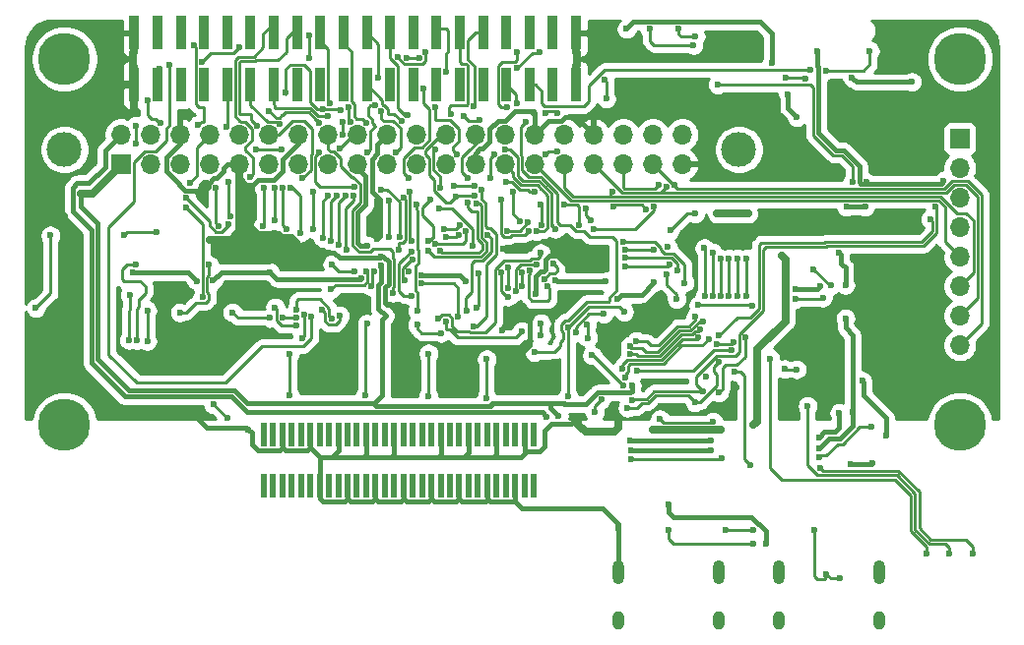
<source format=gbr>
%TF.GenerationSoftware,KiCad,Pcbnew,5.1.6+dfsg1-1~bpo10+1*%
%TF.CreationDate,2020-09-02T15:08:30+01:00*%
%TF.ProjectId,Ultra96-IO-Mezzanine,556c7472-6139-4362-9d49-4f2d4d657a7a,A*%
%TF.SameCoordinates,Original*%
%TF.FileFunction,Copper,L2,Bot*%
%TF.FilePolarity,Positive*%
%FSLAX46Y46*%
G04 Gerber Fmt 4.6, Leading zero omitted, Abs format (unit mm)*
G04 Created by KiCad (PCBNEW 5.1.6+dfsg1-1~bpo10+1) date 2020-09-02 15:08:30*
%MOMM*%
%LPD*%
G01*
G04 APERTURE LIST*
%TA.AperFunction,ComponentPad*%
%ADD10C,4.500000*%
%TD*%
%TA.AperFunction,ComponentPad*%
%ADD11C,3.000000*%
%TD*%
%TA.AperFunction,ComponentPad*%
%ADD12O,1.700000X1.700000*%
%TD*%
%TA.AperFunction,ComponentPad*%
%ADD13R,1.700000X1.700000*%
%TD*%
%TA.AperFunction,ComponentPad*%
%ADD14O,1.000000X2.100000*%
%TD*%
%TA.AperFunction,ComponentPad*%
%ADD15O,1.000000X1.600000*%
%TD*%
%TA.AperFunction,SMDPad,CuDef*%
%ADD16R,0.500000X2.000000*%
%TD*%
%TA.AperFunction,SMDPad,CuDef*%
%ADD17R,0.890000X3.000000*%
%TD*%
%TA.AperFunction,ViaPad*%
%ADD18C,0.600000*%
%TD*%
%TA.AperFunction,Conductor*%
%ADD19C,0.254000*%
%TD*%
%TA.AperFunction,Conductor*%
%ADD20C,0.381000*%
%TD*%
%TA.AperFunction,Conductor*%
%ADD21C,0.635000*%
%TD*%
G04 APERTURE END LIST*
D10*
%TO.P,REF\u002A\u002A,1*%
%TO.N,N/C*%
X181000000Y-104000000D03*
X104000000Y-104000000D03*
X181000000Y-135500000D03*
X104000000Y-135500000D03*
%TD*%
D11*
%TO.P,H1,1*%
%TO.N,N/C*%
X104000000Y-111800000D03*
%TD*%
D12*
%TO.P,P1,40*%
%TO.N,PCM_DO_RPI*%
X157130000Y-110530000D03*
%TO.P,P1,39*%
%TO.N,GND*%
X157130000Y-113070000D03*
%TO.P,P1,38*%
%TO.N,PCM_DI_RPI*%
X154590000Y-110530000D03*
%TO.P,P1,37*%
%TO.N,GPIO_K_RPI*%
X154590000Y-113070000D03*
%TO.P,P1,36*%
%TO.N,Net-(P1-Pad36)*%
X152050000Y-110530000D03*
%TO.P,P1,35*%
%TO.N,PCM_FS_RPI*%
X152050000Y-113070000D03*
%TO.P,P1,34*%
%TO.N,GND*%
X149510000Y-110530000D03*
%TO.P,P1,33*%
%TO.N,GPIO_L_RPI*%
X149510000Y-113070000D03*
%TO.P,P1,32*%
%TO.N,GPIO_B_RPI*%
X146970000Y-110530000D03*
%TO.P,P1,31*%
%TO.N,GPIO_J_RPI*%
X146970000Y-113070000D03*
%TO.P,P1,30*%
%TO.N,GND*%
X144430000Y-110530000D03*
%TO.P,P1,29*%
%TO.N,GPIO_I_RPI*%
X144430000Y-113070000D03*
%TO.P,P1,28*%
%TO.N,I2C1_SCL_RPI*%
X141890000Y-110530000D03*
%TO.P,P1,27*%
%TO.N,I2C1_SDA_RPI*%
X141890000Y-113070000D03*
%TO.P,P1,26*%
%TO.N,GPIO_H_RPI*%
X139350000Y-110530000D03*
%TO.P,P1,25*%
%TO.N,GND*%
X139350000Y-113070000D03*
%TO.P,P1,24*%
%TO.N,SPIO_CS_RPI*%
X136810000Y-110530000D03*
%TO.P,P1,23*%
%TO.N,SPIO_SCL_RPI*%
X136810000Y-113070000D03*
%TO.P,P1,22*%
%TO.N,GPIO_G_RPI*%
X134270000Y-110530000D03*
%TO.P,P1,21*%
%TO.N,SPIO_DIN_RPI*%
X134270000Y-113070000D03*
%TO.P,P1,20*%
%TO.N,GND*%
X131730000Y-110530000D03*
%TO.P,P1,19*%
%TO.N,SPIO_DOUT_RPI*%
X131730000Y-113070000D03*
%TO.P,P1,18*%
%TO.N,GPIO_F_RPI*%
X129190000Y-110530000D03*
%TO.P,P1,17*%
%TO.N,+3V3*%
X129190000Y-113070000D03*
%TO.P,P1,16*%
%TO.N,GPIO_E_RPI*%
X126650000Y-110530000D03*
%TO.P,P1,15*%
%TO.N,GPIO_D_RPI*%
X126650000Y-113070000D03*
%TO.P,P1,14*%
%TO.N,GND*%
X124110000Y-110530000D03*
%TO.P,P1,13*%
%TO.N,GPIO_C_RPI*%
X124110000Y-113070000D03*
%TO.P,P1,12*%
%TO.N,PCM_CLK_RPI*%
X121570000Y-110530000D03*
%TO.P,P1,11*%
%TO.N,Net-(P1-Pad11)*%
X121570000Y-113070000D03*
%TO.P,P1,10*%
%TO.N,UART1_RX_RPI*%
X119030000Y-110530000D03*
%TO.P,P1,9*%
%TO.N,GND*%
X119030000Y-113070000D03*
%TO.P,P1,8*%
%TO.N,UART1_TX_RPI*%
X116490000Y-110530000D03*
%TO.P,P1,7*%
%TO.N,GPIO_A_RPI*%
X116490000Y-113070000D03*
%TO.P,P1,6*%
%TO.N,GND*%
X113950000Y-110530000D03*
%TO.P,P1,5*%
%TO.N,I2C0_SCL_RPI*%
X113950000Y-113070000D03*
%TO.P,P1,4*%
%TO.N,+5V*%
X111410000Y-110530000D03*
%TO.P,P1,3*%
%TO.N,I2C0_SDA_RPI*%
X111410000Y-113070000D03*
%TO.P,P1,2*%
%TO.N,+5V*%
X108870000Y-110530000D03*
D13*
%TO.P,P1,1*%
%TO.N,+3V3*%
X108870000Y-113070000D03*
%TD*%
D12*
%TO.P,J2,8*%
%TO.N,GPIO_K_RPI*%
X181000000Y-128640000D03*
%TO.P,J2,7*%
%TO.N,GPIO_L_RPI*%
X181000000Y-126100000D03*
%TO.P,J2,6*%
%TO.N,GPIO_J_RPI*%
X181000000Y-123560000D03*
%TO.P,J2,5*%
%TO.N,GPIO_I_RPI*%
X181000000Y-121020000D03*
%TO.P,J2,4*%
%TO.N,GND*%
X181000000Y-118480000D03*
%TO.P,J2,3*%
%TO.N,VCCB*%
X181000000Y-115940000D03*
%TO.P,J2,2*%
%TO.N,I2C0_SDA_RPI*%
X181000000Y-113400000D03*
D13*
%TO.P,J2,1*%
%TO.N,I2C0_SCL_RPI*%
X181000000Y-110860000D03*
%TD*%
D14*
%TO.P,UART,S1*%
%TO.N,GND*%
X174070000Y-148170000D03*
X165430000Y-148170000D03*
D15*
X165430000Y-152350000D03*
X174070000Y-152350000D03*
%TD*%
D16*
%TO.P,P2,27*%
%TO.N,DSI_D0+*%
X131550000Y-140750000D03*
%TO.P,P2,28*%
%TO.N,CSI0_D3-*%
X131550000Y-136350000D03*
%TO.P,P2,30*%
%TO.N,GND*%
X132350000Y-136350000D03*
%TO.P,P2,29*%
%TO.N,DSI_D0-*%
X132350000Y-140750000D03*
%TO.P,P2,25*%
%TO.N,GND*%
X130750000Y-140750000D03*
%TO.P,P2,26*%
%TO.N,CSI0_D3+*%
X130750000Y-136350000D03*
%TO.P,P2,24*%
%TO.N,GND*%
X129950000Y-136350000D03*
%TO.P,P2,23*%
%TO.N,DSI_CLK-*%
X129950000Y-140750000D03*
%TO.P,P2,22*%
%TO.N,CSI0_D2-*%
X129150000Y-136350000D03*
%TO.P,P2,21*%
%TO.N,DSI_CLK+*%
X129150000Y-140750000D03*
%TO.P,P2,19*%
%TO.N,GND*%
X128350000Y-140750000D03*
%TO.P,P2,20*%
%TO.N,CSI0_D2+*%
X128350000Y-136350000D03*
%TO.P,P2,17*%
%TO.N,CLK1/CSI1_MCLK*%
X127550000Y-140750000D03*
%TO.P,P2,18*%
%TO.N,GND*%
X127550000Y-136350000D03*
%TO.P,P2,16*%
%TO.N,CSI0_D1-*%
X126750000Y-136350000D03*
%TO.P,P2,15*%
%TO.N,CLK0/CSI0_MCLK*%
X126750000Y-140750000D03*
%TO.P,P2,14*%
%TO.N,CSI0_D1+*%
X125950000Y-136350000D03*
%TO.P,P2,13*%
%TO.N,GND*%
X125950000Y-140750000D03*
%TO.P,P2,12*%
X125150000Y-136350000D03*
%TO.P,P2,11*%
%TO.N,SD_CMD/SPI1_DIN*%
X125150000Y-140750000D03*
%TO.P,P2,10*%
%TO.N,CSI0_D0-*%
X124350000Y-136350000D03*
%TO.P,P2,9*%
%TO.N,SD_SCLK/SPI1_SCLK*%
X124350000Y-140750000D03*
%TO.P,P2,7*%
%TO.N,SD_DAT3/SPI1_CS*%
X123550000Y-140750000D03*
%TO.P,P2,8*%
%TO.N,CSI0_D0+*%
X123550000Y-136350000D03*
%TO.P,P2,5*%
%TO.N,SD_DAT2*%
X122750000Y-140750000D03*
%TO.P,P2,6*%
%TO.N,GND*%
X122750000Y-136350000D03*
%TO.P,P2,3*%
%TO.N,SD_DAT1*%
X121950000Y-140750000D03*
%TO.P,P2,4*%
%TO.N,CSI0_C-*%
X121950000Y-136350000D03*
%TO.P,P2,2*%
%TO.N,CSI0_C+*%
X121150000Y-136350000D03*
%TO.P,P2,1*%
%TO.N,SD_DAT0/SPI1_DOUT*%
X121150000Y-140750000D03*
%TO.P,P2,47*%
%TO.N,DSI_D3-*%
X139550000Y-140750000D03*
%TO.P,P2,59*%
%TO.N,HSIC_DATA*%
X144350000Y-140750000D03*
%TO.P,P2,36*%
%TO.N,I2C3_SCL*%
X134750000Y-136350000D03*
%TO.P,P2,50*%
%TO.N,CSI1_D1-*%
X140350000Y-136350000D03*
%TO.P,P2,56*%
%TO.N,CSI1_C-*%
X142750000Y-136350000D03*
%TO.P,P2,60*%
%TO.N,Net-(P2-Pad60)*%
X144350000Y-136350000D03*
%TO.P,P2,52*%
%TO.N,GND*%
X141150000Y-136350000D03*
%TO.P,P2,49*%
X140350000Y-140750000D03*
%TO.P,P2,45*%
%TO.N,DSI_D3+*%
X138750000Y-140750000D03*
%TO.P,P2,46*%
%TO.N,GND*%
X138750000Y-136350000D03*
%TO.P,P2,55*%
X142750000Y-140750000D03*
%TO.P,P2,58*%
X143550000Y-136350000D03*
%TO.P,P2,31*%
X133150000Y-140750000D03*
%TO.P,P2,38*%
%TO.N,I2C3_SDA*%
X135550000Y-136350000D03*
%TO.P,P2,35*%
%TO.N,DSI_D1-*%
X134750000Y-140750000D03*
%TO.P,P2,53*%
%TO.N,USB_D-*%
X141950000Y-140750000D03*
%TO.P,P2,37*%
%TO.N,GND*%
X135550000Y-140750000D03*
%TO.P,P2,41*%
%TO.N,DSI_D2-*%
X137150000Y-140750000D03*
%TO.P,P2,51*%
%TO.N,USB_D+*%
X141150000Y-140750000D03*
%TO.P,P2,33*%
%TO.N,DSI_D1+*%
X133950000Y-140750000D03*
%TO.P,P2,48*%
%TO.N,CSI1_D1+*%
X139550000Y-136350000D03*
%TO.P,P2,40*%
%TO.N,GND*%
X136350000Y-136350000D03*
%TO.P,P2,42*%
%TO.N,CSI1_D0+*%
X137150000Y-136350000D03*
%TO.P,P2,32*%
%TO.N,I2C2_SCL*%
X133150000Y-136350000D03*
%TO.P,P2,39*%
%TO.N,DSI_D2+*%
X136350000Y-140750000D03*
%TO.P,P2,43*%
%TO.N,GND*%
X137950000Y-140750000D03*
%TO.P,P2,44*%
%TO.N,CSI1_D0-*%
X137950000Y-136350000D03*
%TO.P,P2,34*%
%TO.N,I2C2_SDA*%
X133950000Y-136350000D03*
%TO.P,P2,54*%
%TO.N,CSI1_C+*%
X141950000Y-136350000D03*
%TO.P,P2,57*%
%TO.N,HSIC_STR*%
X143550000Y-140750000D03*
%TD*%
D11*
%TO.P,H2,1*%
%TO.N,N/C*%
X162000000Y-111800000D03*
%TD*%
D14*
%TO.P,PWR,S1*%
%TO.N,GND*%
X160270000Y-148170000D03*
X151630000Y-148170000D03*
D15*
X151630000Y-152350000D03*
X160270000Y-152350000D03*
%TD*%
D17*
%TO.P,P1,39*%
%TO.N,GND*%
X148000000Y-106250000D03*
%TO.P,P1,37*%
%TO.N,+5V*%
X146000000Y-106250000D03*
%TO.P,P1,35*%
%TO.N,+1V8*%
X144000000Y-106250000D03*
%TO.P,P1,33*%
%TO.N,GPIO_K*%
X142000000Y-106250000D03*
%TO.P,P1,31*%
%TO.N,GPIO_I*%
X140000000Y-106250000D03*
%TO.P,P1,29*%
%TO.N,GPIO_G*%
X138000000Y-106250000D03*
%TO.P,P1,27*%
%TO.N,GPIO_E*%
X136000000Y-106250000D03*
%TO.P,P1,25*%
%TO.N,GPIO_C*%
X134000000Y-106250000D03*
%TO.P,P1,23*%
%TO.N,GPIO_A*%
X132000000Y-106250000D03*
%TO.P,P1,21*%
%TO.N,I2C1_SDA*%
X130000000Y-106250000D03*
%TO.P,P1,19*%
%TO.N,I2C1_SCL*%
X128000000Y-106250000D03*
%TO.P,P1,17*%
%TO.N,I2C0_SDA*%
X126000000Y-106250000D03*
%TO.P,P1,15*%
%TO.N,I2C0_SCL*%
X124000000Y-106250000D03*
%TO.P,P1,13*%
%TO.N,UART1_RX*%
X122000000Y-106250000D03*
%TO.P,P1,11*%
%TO.N,UART1_TX*%
X120000000Y-106250000D03*
%TO.P,P1,9*%
%TO.N,UART0_RTS*%
X118000000Y-106250000D03*
%TO.P,P1,7*%
%TO.N,UART0_RX*%
X116000000Y-106250000D03*
%TO.P,P1,5*%
%TO.N,UART0_TX*%
X114000000Y-106250000D03*
%TO.P,P1,3*%
%TO.N,UART0_CTS*%
X112000000Y-106250000D03*
%TO.P,P1,40*%
%TO.N,GND*%
X148000000Y-101750000D03*
%TO.P,P1,38*%
%TO.N,SYS_DCIN*%
X146000000Y-101750000D03*
%TO.P,P1,36*%
X144000000Y-101750000D03*
%TO.P,P1,34*%
%TO.N,GPIO_L*%
X142000000Y-101750000D03*
%TO.P,P1,32*%
%TO.N,GPIO_J*%
X140000000Y-101750000D03*
%TO.P,P1,30*%
%TO.N,GPIO_H*%
X138000000Y-101750000D03*
%TO.P,P1,28*%
%TO.N,GPIO_F*%
X136000000Y-101750000D03*
%TO.P,P1,26*%
%TO.N,GPIO_D*%
X134000000Y-101750000D03*
%TO.P,P1,24*%
%TO.N,GPIO_B*%
X132000000Y-101750000D03*
%TO.P,P1,22*%
%TO.N,PCM_DI*%
X130000000Y-101750000D03*
%TO.P,P1,20*%
%TO.N,PCM_DO*%
X128000000Y-101750000D03*
%TO.P,P1,18*%
%TO.N,PCM_CLK*%
X126000000Y-101750000D03*
%TO.P,P1,16*%
%TO.N,PCM_FS*%
X124000000Y-101750000D03*
%TO.P,P1,14*%
%TO.N,SPIO_DOUT*%
X122000000Y-101750000D03*
%TO.P,P1,12*%
%TO.N,SPIO_CS*%
X120000000Y-101750000D03*
%TO.P,P1,10*%
%TO.N,SPIO_DIN*%
X118000000Y-101750000D03*
%TO.P,P1,8*%
%TO.N,SPIO_SCL*%
X116000000Y-101750000D03*
%TO.P,P1,6*%
%TO.N,RST_BTN_N*%
X114000000Y-101750000D03*
%TO.P,P1,4*%
%TO.N,PWR_BTN_N*%
X112000000Y-101750000D03*
%TO.P,P1,2*%
%TO.N,GND*%
X110000000Y-101750000D03*
%TO.P,P1,1*%
X110000000Y-106250000D03*
%TD*%
D18*
%TO.N,+1V8*%
X168140000Y-104970000D03*
X169500000Y-105000000D03*
X173260000Y-103340000D03*
X111128973Y-125669906D03*
X111125200Y-128295547D03*
X128978577Y-122293300D03*
X127025600Y-121691600D03*
X152124941Y-125788980D03*
X123342600Y-132994600D03*
X123342600Y-129413200D03*
X129832300Y-132994600D03*
X135293300Y-133058100D03*
X140297100Y-133197800D03*
X147320200Y-133058100D03*
X147313704Y-127129139D03*
X139649400Y-122484458D03*
X139404983Y-125420600D03*
X135306000Y-129370429D03*
X140314598Y-129864139D03*
X116802100Y-133769300D03*
X118007131Y-134948931D03*
X144000000Y-106250000D03*
X152704700Y-138446003D03*
X160548976Y-138349200D03*
X168895200Y-138325115D03*
X173431400Y-135712400D03*
X130006312Y-126802318D03*
%TO.N,GND*%
X161772800Y-132321500D03*
X152362100Y-103263900D03*
X151638200Y-134836100D03*
X155067200Y-131762700D03*
X155283100Y-124765000D03*
X159185000Y-131385000D03*
X103980000Y-117580000D03*
X110000000Y-101750000D03*
X104216400Y-108712200D03*
X103657600Y-124917400D03*
X103632200Y-130073600D03*
X101092200Y-117627600D03*
X116541711Y-119564311D03*
X121564600Y-121424900D03*
X126771600Y-120675600D03*
X130886400Y-119481800D03*
X122326600Y-127863800D03*
X114249400Y-130137100D03*
X128486100Y-128448000D03*
X132905700Y-129286200D03*
X137973000Y-129070300D03*
X148000000Y-106250000D03*
X148000000Y-101750000D03*
X144030900Y-125819100D03*
X144493771Y-124249100D03*
X120990860Y-123307197D03*
X170091300Y-114147800D03*
X170091300Y-117272000D03*
X141719500Y-120332700D03*
X150533300Y-121437600D03*
X104598800Y-122455000D03*
X109067800Y-129324300D03*
X173647300Y-117830800D03*
X173888600Y-126581100D03*
X115290800Y-134804009D03*
X148183800Y-134804009D03*
X148387000Y-129019500D03*
X141656000Y-127381200D03*
X141922700Y-129654500D03*
X146151800Y-130073600D03*
X119786600Y-135890200D03*
X110000000Y-106250000D03*
X158089800Y-106362700D03*
X174714100Y-105041900D03*
X172999600Y-129997400D03*
X170586600Y-130784800D03*
X151630000Y-144394700D03*
X131267400Y-121006937D03*
X174193400Y-101536700D03*
X160590190Y-134390190D03*
%TO.N,+5V*%
X145466000Y-134804009D03*
X171767700Y-134378900D03*
X152704700Y-137668200D03*
X159595300Y-137680900D03*
X168895200Y-137503100D03*
X146015100Y-106314900D03*
X171155200Y-126340491D03*
X171155200Y-123471742D03*
X170599300Y-120708900D03*
%TO.N,I2C0_SCL*%
X124000000Y-106650000D03*
%TO.N,I2C0_SDA*%
X110160000Y-109734700D03*
X110185400Y-111325300D03*
X126000000Y-106650000D03*
%TO.N,I2C1_SCL*%
X130759400Y-108010176D03*
X130026477Y-112032776D03*
X128168600Y-115808380D03*
X127609800Y-120048470D03*
X126966446Y-126373554D03*
X123956400Y-125588997D03*
X128000000Y-106650000D03*
%TO.N,I2C1_SDA*%
X132998767Y-109344370D03*
X131877701Y-116162390D03*
X131877000Y-119340450D03*
X123984199Y-126988449D03*
X122123400Y-125400000D03*
X130000000Y-106250000D03*
X130372677Y-123603577D03*
X130613984Y-122312242D03*
%TO.N,PWR_BTN_N*%
X112000000Y-101350000D03*
%TO.N,RST_BTN_N*%
X102799999Y-119202400D03*
X101549400Y-125450800D03*
X114000000Y-101350000D03*
%TO.N,SYS_DCIN*%
X146000000Y-101350000D03*
X144000000Y-101350000D03*
X152350000Y-101420000D03*
X164808100Y-104365200D03*
X166230500Y-107073900D03*
X166979800Y-109017000D03*
%TO.N,GPIO_B*%
X133503268Y-108839868D03*
X148816963Y-116872000D03*
X149275332Y-117933068D03*
X150378600Y-125954454D03*
X147956400Y-127567224D03*
X137742798Y-112237901D03*
X135912918Y-108180944D03*
X132000000Y-101750000D03*
%TO.N,GPIO_A*%
X121607524Y-108462955D03*
X125876200Y-109474200D03*
X128618706Y-109418187D03*
X128391868Y-108185299D03*
X132000000Y-106650000D03*
%TO.N,SPIO_SCL*%
X116000000Y-101350000D03*
%TO.N,SPIO_DIN*%
X114498842Y-116835642D03*
X115900400Y-124485600D03*
X115519400Y-109689274D03*
X115154998Y-102844800D03*
X118000000Y-101350000D03*
%TO.N,SPIO_CS*%
X135003700Y-103384600D03*
X143332400Y-122371100D03*
X143332400Y-123552100D03*
X142900600Y-103384600D03*
X142087800Y-108166100D03*
X132682836Y-103833942D03*
X125082500Y-103892600D03*
X125019000Y-101955800D03*
X120000000Y-101350000D03*
X143197919Y-117941627D03*
X142579309Y-115420691D03*
%TO.N,SPIO_DOUT*%
X113919200Y-125831800D03*
X117297400Y-118415000D03*
X117043400Y-115100360D03*
X116427400Y-121733600D03*
X119979559Y-114150169D03*
X122000000Y-101350000D03*
%TO.N,PCM_FS*%
X120575810Y-109772314D03*
X121132800Y-115100360D03*
X121059168Y-118410831D03*
X122746800Y-126263600D03*
X123956400Y-126289000D03*
X118434990Y-125831800D03*
X121692799Y-126319108D03*
X124000000Y-101750000D03*
%TO.N,PCM_CLK*%
X126842842Y-107791500D03*
X127920000Y-109460747D03*
X127940000Y-110541000D03*
X126670000Y-115808380D03*
X126229613Y-119412973D03*
X126887600Y-123862400D03*
X129914087Y-122300154D03*
X126000000Y-101750000D03*
%TO.N,PCM_DO*%
X129968765Y-109530778D03*
X127418327Y-115805345D03*
X126929340Y-119694460D03*
X128000000Y-101750000D03*
%TO.N,PCM_DI*%
X130988000Y-105654620D03*
X128868603Y-115808380D03*
X128270200Y-120402480D03*
X127660600Y-126104980D03*
X131267400Y-108494189D03*
X132474735Y-112025368D03*
X126181783Y-125631675D03*
X130000000Y-101762700D03*
%TO.N,GPIO_D*%
X111125200Y-107543800D03*
X111937000Y-118896841D03*
X109148808Y-119181808D03*
X119038133Y-102960760D03*
X115858721Y-104246610D03*
X112280900Y-109525000D03*
X134000000Y-101350000D03*
%TO.N,GPIO_F*%
X136845002Y-105146620D03*
X133578800Y-114224000D03*
X133660010Y-115429499D03*
X137871400Y-126225500D03*
X134899600Y-106515100D03*
X133936828Y-121292397D03*
X133863223Y-119707579D03*
X134676598Y-123332398D03*
X133238389Y-123029897D03*
X136000000Y-101350000D03*
%TO.N,GPIO_H*%
X133831599Y-124403000D03*
X136374123Y-127603500D03*
X134321700Y-126911300D03*
X136283000Y-115087600D03*
X135466754Y-116086554D03*
X133813601Y-120603328D03*
X135262907Y-119694460D03*
X137274500Y-108750300D03*
X135878599Y-111761299D03*
X138000000Y-101750000D03*
%TO.N,GPIO_J*%
X139192200Y-108115300D03*
X139230200Y-114922500D03*
X137504296Y-114972104D03*
X136207700Y-116870410D03*
X124587900Y-125986989D03*
X139116000Y-120104100D03*
X124422100Y-128028900D03*
X140405000Y-119128204D03*
X138582600Y-125679400D03*
X140000000Y-101750000D03*
%TO.N,GPIO_L*%
X125248064Y-126219763D03*
X113042900Y-104491989D03*
X142000000Y-101750000D03*
%TO.N,UART1_TX*%
X120000000Y-106250000D03*
X122072600Y-115100360D03*
X122098000Y-117924410D03*
X141579800Y-122371100D03*
X122546666Y-109620845D03*
X142151305Y-124472985D03*
%TO.N,UART1_RX*%
X125349200Y-115454370D03*
X125349200Y-118632430D03*
X136685954Y-118660646D03*
X142185623Y-121952000D03*
X138008670Y-118278420D03*
X142106800Y-123774400D03*
X126628467Y-108914505D03*
X122000000Y-106250000D03*
%TO.N,GPIO_C*%
X127745492Y-108454001D03*
X123037800Y-106858000D03*
X126250900Y-108318500D03*
X133990200Y-106659800D03*
%TO.N,GPIO_E*%
X134358599Y-125704800D03*
X134251900Y-116516400D03*
X136011000Y-106661000D03*
%TO.N,GPIO_G*%
X138366700Y-108953500D03*
X139710700Y-109301772D03*
X140954506Y-112240932D03*
X140651549Y-114222849D03*
X139829339Y-115284485D03*
X139149918Y-127053833D03*
X138000000Y-106650000D03*
%TO.N,GPIO_I*%
X136160426Y-126341257D03*
X141852900Y-111779830D03*
X144949747Y-120718147D03*
X146215300Y-118643600D03*
X140000000Y-106650000D03*
%TO.N,GPIO_K*%
X136816154Y-126586255D03*
X142926000Y-107802600D03*
X143656219Y-109446621D03*
X143332400Y-127444700D03*
X144405600Y-129248100D03*
X142000000Y-106250000D03*
%TO.N,UART0_CTS*%
X112192000Y-104845999D03*
X133451800Y-103892600D03*
X134527000Y-103911600D03*
X112000000Y-106250000D03*
%TO.N,UART0_TX*%
X145365999Y-108659601D03*
X146419999Y-108659601D03*
X114000000Y-106650000D03*
%TO.N,UART0_RX*%
X142926000Y-104792610D03*
X144846019Y-103386152D03*
X148996600Y-128016200D03*
X148950146Y-126894254D03*
X116000000Y-106650000D03*
X150472162Y-105803156D03*
X150588095Y-107434799D03*
%TO.N,UART0_RTS*%
X118000000Y-106250000D03*
X117965843Y-109874200D03*
X118135600Y-114573360D03*
X118234700Y-117570400D03*
%TO.N,D+*%
X160840000Y-144570000D03*
X169510000Y-148340000D03*
X170710000Y-148750000D03*
X163246000Y-144577000D03*
X168478400Y-144589700D03*
%TO.N,D-*%
X163205300Y-145750000D03*
X155970000Y-144580000D03*
%TO.N,VBUS*%
X164325500Y-145727000D03*
X155970000Y-142380000D03*
%TO.N,UART0_RX_O*%
X152204107Y-120397557D03*
X154676620Y-120445497D03*
%TO.N,UART0_TX_O*%
X152033489Y-119718668D03*
X157302400Y-123290111D03*
X165919400Y-130708600D03*
X166973400Y-130734000D03*
%TO.N,UART0_CTS_O*%
X152184300Y-121107400D03*
X156703910Y-122236110D03*
%TO.N,UART0_RTS_O*%
X152190573Y-121874605D03*
X156051400Y-121709110D03*
%TO.N,Net-(D1-Pad1)*%
X160190000Y-106225200D03*
X171760000Y-114630970D03*
%TO.N,Net-(D2-Pad1)*%
X166050000Y-105600000D03*
X167729604Y-105698200D03*
%TO.N,Net-(R3-Pad2)*%
X172607453Y-131738853D03*
X174688700Y-136410900D03*
%TO.N,+3V3*%
X130032221Y-120072400D03*
X152781200Y-132131000D03*
X146507400Y-134739300D03*
X152678660Y-136890834D03*
X159595300Y-136893500D03*
X168867940Y-136585240D03*
X170624700Y-134493200D03*
X171634400Y-138874700D03*
X173498000Y-138773100D03*
X176860400Y-105981700D03*
X171729600Y-105613400D03*
X131184207Y-121807084D03*
X105400000Y-115600000D03*
%TO.N,VCCB*%
X168760000Y-103340000D03*
X109874200Y-122377400D03*
X115373400Y-123114000D03*
X116781410Y-123088600D03*
X121640800Y-122352000D03*
X129548759Y-122902241D03*
X133592400Y-122338400D03*
X179580051Y-114520051D03*
X172847200Y-116747000D03*
X172940340Y-114630970D03*
X166875080Y-123825200D03*
X169027000Y-123545800D03*
X171233000Y-116747000D03*
X138526602Y-123164800D03*
X134676600Y-122598363D03*
X154676620Y-123266400D03*
X151520141Y-124650700D03*
X150526602Y-123164800D03*
X146240700Y-123050500D03*
%TO.N,CC1*%
X159766200Y-135223500D03*
X155205000Y-135015800D03*
%TO.N,Net-(R6-Pad1)*%
X155854600Y-120218400D03*
X155803800Y-122580049D03*
X156642000Y-124676100D03*
X156083200Y-118762610D03*
X158242200Y-117310100D03*
%TO.N,PCM_DO_RPI*%
X161849000Y-124407611D03*
X161849000Y-121182110D03*
X152231717Y-131453565D03*
X159400000Y-128100000D03*
%TO.N,PCM_DI_RPI*%
X158492098Y-128011610D03*
X161149001Y-124409544D03*
X161148997Y-121182110D03*
X151971856Y-130694109D03*
%TO.N,GPIO_K_RPI*%
X135911312Y-119958227D03*
X142064122Y-118799057D03*
X143879999Y-118099003D03*
X149526661Y-118685040D03*
X154706081Y-116747000D03*
X156458219Y-114846648D03*
X138492434Y-118789733D03*
%TO.N,PCM_FS_RPI*%
X158695374Y-127307690D03*
X160449685Y-124440529D03*
X160448994Y-121182110D03*
X155092600Y-114846300D03*
X152613523Y-129410870D03*
%TO.N,GPIO_L_RPI*%
X158907039Y-126595382D03*
X159749992Y-124419731D03*
X159728100Y-120655110D03*
X155775369Y-115000660D03*
X152617380Y-128710879D03*
%TO.N,GPIO_B_RPI*%
X146419999Y-111947502D03*
X145341963Y-112215115D03*
X146939200Y-116517990D03*
X148230364Y-118283186D03*
%TO.N,GPIO_J_RPI*%
X159050236Y-124438295D03*
X159029600Y-120301100D03*
X154042508Y-116969872D03*
X151156901Y-115462192D03*
X151200949Y-116747000D03*
X158260671Y-126217222D03*
X153185790Y-128302330D03*
%TO.N,GPIO_I_RPI*%
X135270599Y-120497800D03*
X139398311Y-116491000D03*
%TO.N,I2C1_SCL_RPI*%
X144983400Y-127832000D03*
X144983400Y-126778000D03*
X145021500Y-118280010D03*
X144983400Y-116517990D03*
X145256048Y-122957144D03*
X146012100Y-121590000D03*
X144406999Y-115417800D03*
X142000000Y-114600000D03*
%TO.N,I2C1_SDA_RPI*%
X142805400Y-124016316D03*
X144601305Y-118864940D03*
X144609480Y-121705176D03*
%TO.N,GPIO_H_RPI*%
X136324600Y-120523200D03*
X138703200Y-116408400D03*
X138703200Y-114229614D03*
%TO.N,SPIO_CS_RPI*%
X145510400Y-123609300D03*
X141541700Y-116136990D03*
X139230200Y-115811485D03*
X137649200Y-115862300D03*
X143902643Y-118821650D03*
X144023393Y-122255593D03*
%TO.N,GPIO_G_RPI*%
X133163539Y-115922975D03*
X132759600Y-120447000D03*
%TO.N,GPIO_F_RPI*%
X127669677Y-111750424D03*
X125890434Y-112077245D03*
X128913737Y-115028263D03*
X131203000Y-115248354D03*
X132816800Y-119340450D03*
%TO.N,GPIO_E_RPI*%
X132232600Y-124142700D03*
%TO.N,PCM_CLK_RPI*%
X124295199Y-118986440D03*
X123472606Y-115100360D03*
X124468190Y-114283646D03*
%TO.N,UART1_RX_RPI*%
X120453400Y-111832373D03*
X122656072Y-111816819D03*
X122772603Y-115100360D03*
X123063200Y-118632430D03*
X136824600Y-119346780D03*
X137878600Y-119126200D03*
%TO.N,UART1_TX_RPI*%
X114763800Y-114647900D03*
X114495096Y-115984500D03*
X118135495Y-118263337D03*
%TO.N,I2C0_SCL_RPI*%
X110134600Y-121691600D03*
X110236200Y-128217747D03*
X158195817Y-133572684D03*
X152412900Y-134048700D03*
X160291343Y-130128843D03*
X178454300Y-117800000D03*
X160300000Y-127800000D03*
%TO.N,I2C0_SDA_RPI*%
X109601200Y-124333200D03*
X109536200Y-128216168D03*
X178905100Y-116751300D03*
X149593500Y-134429700D03*
X150152300Y-133318199D03*
X152782500Y-133390878D03*
X158905650Y-132619820D03*
%TO.N,+2V8*%
X152081226Y-132137198D03*
X149360300Y-129527500D03*
%TO.N,VBUS_PWR*%
X154635400Y-135941000D03*
X160452000Y-135953700D03*
X163271400Y-135534600D03*
X165722500Y-120955000D03*
X162776100Y-117322800D03*
X160117200Y-117310100D03*
%TO.N,Net-(D1-Pad2)*%
X158274010Y-102070000D03*
X156820000Y-101420000D03*
%TO.N,Net-(D2-Pad2)*%
X158100000Y-102810000D03*
X154350000Y-101420000D03*
%TO.N,Net-(Q1-Pad4)*%
X166875080Y-124676100D03*
X169202300Y-124549100D03*
X169881447Y-123526447D03*
X168402200Y-122098000D03*
%TO.N,Net-(R8-Pad2)*%
X158517083Y-125215518D03*
X163139779Y-125289178D03*
%TO.N,Net-(R9-Pad2)*%
X160268477Y-132747577D03*
X162572900Y-128003500D03*
X162661800Y-124407611D03*
X162674500Y-121182110D03*
%TO.N,Net-(D8-Pad1)*%
X160056665Y-128547842D03*
X161502607Y-128382401D03*
X178100000Y-146600000D03*
X164700000Y-129800000D03*
%TO.N,Net-(D9-Pad1)*%
X153200000Y-130818881D03*
X161400000Y-129074842D03*
X161600000Y-130908804D03*
X163000000Y-138954000D03*
X168973000Y-139200000D03*
X182100000Y-146600000D03*
%TO.N,Net-(D10-Pad1)*%
X167900951Y-133876342D03*
X180100000Y-146600000D03*
%TD*%
D19*
%TO.N,+1V8*%
X144000000Y-106250000D02*
X144000000Y-106250000D01*
X144480000Y-106250000D02*
X145040000Y-106810000D01*
X145040000Y-106810000D02*
X145040000Y-107783642D01*
X149080000Y-107663642D02*
X149080000Y-106340000D01*
X150450000Y-104970000D02*
X168140000Y-104970000D01*
X149080000Y-106340000D02*
X150450000Y-104970000D01*
X169500000Y-105000000D02*
X172710000Y-105000000D01*
X173260000Y-104450000D02*
X173260000Y-103340000D01*
X172710000Y-105000000D02*
X173260000Y-104450000D01*
X111128973Y-128291774D02*
X111125200Y-128295547D01*
X111128973Y-125669906D02*
X111128973Y-128291774D01*
X127627300Y-122293300D02*
X127025600Y-121691600D01*
X128978577Y-122293300D02*
X127627300Y-122293300D01*
X152019200Y-125894721D02*
X152124941Y-125788980D01*
X123342600Y-132994600D02*
X123342600Y-129413200D01*
X151685614Y-125349653D02*
X152124941Y-125788980D01*
X149104114Y-125349653D02*
X151685614Y-125349653D01*
X147320200Y-127133567D02*
X149104114Y-125349653D01*
X147320200Y-133058100D02*
X147320200Y-127133567D01*
X145040000Y-107783642D02*
X145311159Y-108054801D01*
X148688841Y-108054801D02*
X149080000Y-107663642D01*
X145311159Y-108054801D02*
X148688841Y-108054801D01*
X139649400Y-122484458D02*
X139649400Y-124130000D01*
X139649400Y-125176183D02*
X139404983Y-125420600D01*
X139649400Y-124130000D02*
X139649400Y-125176183D01*
X129873571Y-132953329D02*
X129832300Y-132994600D01*
X129873571Y-128062200D02*
X129873571Y-132953329D01*
X135293300Y-129383129D02*
X135306000Y-129370429D01*
X135293300Y-133058100D02*
X135293300Y-129383129D01*
X140314598Y-133180302D02*
X140297100Y-133197800D01*
X140297100Y-129881637D02*
X140314598Y-129864139D01*
X140297100Y-133197800D02*
X140297100Y-129881637D01*
X116802100Y-133769300D02*
X117953021Y-134920221D01*
X117978421Y-134920221D02*
X118007131Y-134948931D01*
X117953021Y-134920221D02*
X117978421Y-134920221D01*
X144000000Y-106250000D02*
X144480000Y-106250000D01*
X160452173Y-138446003D02*
X160548976Y-138349200D01*
X152704700Y-138446003D02*
X160452173Y-138446003D01*
X169112414Y-138107901D02*
X169524599Y-138107901D01*
X168895200Y-138325115D02*
X169112414Y-138107901D01*
X170472290Y-137160210D02*
X170918765Y-137160209D01*
X169524599Y-138107901D02*
X170472290Y-137160210D01*
X172366574Y-135712400D02*
X173431400Y-135712400D01*
X170918765Y-137160209D02*
X172366574Y-135712400D01*
X129873571Y-128062200D02*
X129873571Y-126935059D01*
X129873571Y-126935059D02*
X130006312Y-126802318D01*
D20*
%TO.N,GND*%
X142750000Y-142131000D02*
X143319000Y-142700000D01*
X142750000Y-140750000D02*
X142750000Y-142131000D01*
X143319000Y-142700000D02*
X150300000Y-142700000D01*
X151630000Y-144030000D02*
X151630000Y-144394700D01*
X150300000Y-142700000D02*
X151630000Y-144030000D01*
X125150000Y-137462942D02*
X125150000Y-136350000D01*
X125950000Y-138262942D02*
X125150000Y-137462942D01*
X125950000Y-140750000D02*
X125950000Y-138262942D01*
X124894641Y-137718301D02*
X125150000Y-137462942D01*
X122750000Y-136350000D02*
X122750000Y-137462942D01*
X122750000Y-137462942D02*
X123005359Y-137718301D01*
X123005359Y-137718301D02*
X124894641Y-137718301D01*
X128094641Y-142118301D02*
X128350000Y-141862942D01*
X125950000Y-140750000D02*
X125950000Y-141862942D01*
X125950000Y-141862942D02*
X126205359Y-142118301D01*
X126205359Y-142118301D02*
X128094641Y-142118301D01*
X130494641Y-142118301D02*
X130750000Y-141862942D01*
X128605359Y-142118301D02*
X130494641Y-142118301D01*
X128350000Y-141862942D02*
X128605359Y-142118301D01*
X128350000Y-140750000D02*
X128350000Y-141862942D01*
X132894641Y-142118301D02*
X133150000Y-141862942D01*
X131005359Y-142118301D02*
X132894641Y-142118301D01*
X130750000Y-141862942D02*
X131005359Y-142118301D01*
X130750000Y-140750000D02*
X130750000Y-141862942D01*
X133405359Y-142118301D02*
X135294641Y-142118301D01*
X135294641Y-142118301D02*
X135550000Y-141862942D01*
X133150000Y-141862942D02*
X133405359Y-142118301D01*
X133150000Y-140750000D02*
X133150000Y-141862942D01*
X137694641Y-142118301D02*
X137950000Y-141862942D01*
X135805359Y-142118301D02*
X137694641Y-142118301D01*
X135550000Y-141862942D02*
X135805359Y-142118301D01*
X135550000Y-140750000D02*
X135550000Y-141862942D01*
X140350000Y-141950000D02*
X140350000Y-140750000D01*
X137950000Y-141862942D02*
X138205359Y-142118301D01*
X138205359Y-142118301D02*
X140181699Y-142118301D01*
X140181699Y-142118301D02*
X140350000Y-141950000D01*
X137950000Y-140750000D02*
X137950000Y-141862942D01*
X142750000Y-142100000D02*
X142750000Y-140750000D01*
X142731699Y-142118301D02*
X142750000Y-142100000D01*
X140605359Y-142118301D02*
X142731699Y-142118301D01*
X140350000Y-141862942D02*
X140605359Y-142118301D01*
X140350000Y-140750000D02*
X140350000Y-141862942D01*
D21*
X148095301Y-104525745D02*
X148095301Y-103474255D01*
X148000000Y-104621046D02*
X148095301Y-104525745D01*
X148000000Y-106250000D02*
X148000000Y-106250000D01*
X148000000Y-103378954D02*
X148000000Y-101750000D01*
X148095301Y-103474255D02*
X148000000Y-103378954D01*
X109904699Y-104621499D02*
X110000000Y-104716800D01*
X110000000Y-104716800D02*
X110000000Y-106250000D01*
X110000000Y-101750000D02*
X110000000Y-103378954D01*
X110000000Y-103378954D02*
X109904699Y-103474255D01*
X109904699Y-103474255D02*
X109904699Y-104621499D01*
X110000000Y-106250000D02*
X109117000Y-106250000D01*
X106654800Y-108712200D02*
X104216400Y-108712200D01*
X109117000Y-106250000D02*
X106654800Y-108712200D01*
X101139800Y-117580000D02*
X101092200Y-117627600D01*
X103980000Y-117580000D02*
X101139800Y-117580000D01*
X119030000Y-118420400D02*
X119050000Y-118440400D01*
D20*
X118884099Y-114288301D02*
X119030000Y-114142400D01*
D21*
X119030000Y-114142400D02*
X119030000Y-118420400D01*
X119030000Y-113070000D02*
X119030000Y-114142400D01*
D20*
X117074785Y-114288301D02*
X117708301Y-113654785D01*
X117708301Y-113654785D02*
X117708301Y-113406699D01*
X118045000Y-113070000D02*
X119030000Y-113070000D01*
X117708301Y-113406699D02*
X118045000Y-113070000D01*
X112731699Y-113654785D02*
X113365215Y-114288301D01*
X112731699Y-112485215D02*
X112731699Y-113654785D01*
X113950000Y-111266914D02*
X112731699Y-112485215D01*
X113950000Y-110530000D02*
X113950000Y-111266914D01*
X113365215Y-114288301D02*
X113373901Y-114288301D01*
X113373901Y-114288301D02*
X114401800Y-115316200D01*
X114401800Y-115316200D02*
X116103600Y-115316200D01*
X116866373Y-114288301D02*
X117074785Y-114288301D01*
X116375099Y-114779575D02*
X116866373Y-114288301D01*
X116375099Y-115044701D02*
X116375099Y-114779575D01*
X116103600Y-115316200D02*
X116375099Y-115044701D01*
D21*
X110000000Y-106250000D02*
X110000000Y-108385000D01*
X118350353Y-119564311D02*
X116541711Y-119564311D01*
X119050000Y-118864664D02*
X118350353Y-119564311D01*
X119050000Y-118440400D02*
X119050000Y-118864664D01*
X116522710Y-119583312D02*
X116541711Y-119564311D01*
X119050000Y-120777200D02*
X119151600Y-120878800D01*
X119050000Y-118864664D02*
X119050000Y-120777200D01*
D20*
X124110000Y-111323000D02*
X122788301Y-112644699D01*
X124110000Y-110530000D02*
X124110000Y-111323000D01*
X119030000Y-114189696D02*
X119030000Y-114142400D01*
X119658774Y-114818470D02*
X119030000Y-114189696D01*
X120261449Y-114818470D02*
X119658774Y-114818470D01*
X120647860Y-114432059D02*
X120261449Y-114818470D01*
X122011027Y-114432059D02*
X120647860Y-114432059D01*
X122788301Y-113654785D02*
X122011027Y-114432059D01*
X122788301Y-112644699D02*
X122788301Y-113654785D01*
D21*
X120677423Y-119206132D02*
X121535468Y-119206132D01*
X119891691Y-118420400D02*
X120677423Y-119206132D01*
X122681455Y-119427731D02*
X123444945Y-119427731D01*
X122405324Y-119151600D02*
X122681455Y-119427731D01*
X121590000Y-119151600D02*
X122405324Y-119151600D01*
X121535468Y-119206132D02*
X121590000Y-119151600D01*
X123559444Y-119427731D02*
X123969113Y-119837400D01*
X123444945Y-119427731D02*
X123559444Y-119427731D01*
D20*
X130880001Y-112168338D02*
X130429200Y-112619139D01*
X130880001Y-111379999D02*
X130880001Y-112168338D01*
X131730000Y-110530000D02*
X130880001Y-111379999D01*
X130429200Y-115463640D02*
X131119960Y-116154400D01*
X130429200Y-112619139D02*
X130429200Y-115463640D01*
X139350000Y-113070000D02*
X139350000Y-113683300D01*
D21*
X148000000Y-106250000D02*
X148000000Y-104621046D01*
X148000000Y-101750000D02*
X148000000Y-101750000D01*
D20*
X147088300Y-108980386D02*
X147960386Y-108980386D01*
X144430000Y-110530000D02*
X145632098Y-109327902D01*
X146740784Y-109327902D02*
X147088300Y-108980386D01*
X147960386Y-108980386D02*
X149510000Y-110530000D01*
X145632098Y-109327902D02*
X146740784Y-109327902D01*
X140568301Y-110048613D02*
X141305215Y-109311699D01*
X139350000Y-113070000D02*
X139350000Y-112110400D01*
X140568301Y-111114785D02*
X140568301Y-110048613D01*
X139934785Y-111748301D02*
X140568301Y-111114785D01*
X139712099Y-111748301D02*
X139934785Y-111748301D01*
X139350000Y-112110400D02*
X139712099Y-111748301D01*
X141305215Y-109311699D02*
X141931287Y-109311699D01*
X141931287Y-109311699D02*
X142772086Y-108470900D01*
X142772086Y-108470900D02*
X144234100Y-108470900D01*
X144430000Y-108666800D02*
X144430000Y-110530000D01*
X144234100Y-108470900D02*
X144430000Y-108666800D01*
X143451501Y-129989501D02*
X143751500Y-130289500D01*
X143451501Y-129213113D02*
X143451501Y-129989501D01*
X144030900Y-128633714D02*
X143451501Y-129213113D01*
X144030900Y-125819100D02*
X144030900Y-128633714D01*
X144935606Y-122288500D02*
X145224218Y-122288500D01*
X144493771Y-122730335D02*
X144935606Y-122288500D01*
X144493771Y-124249100D02*
X144493771Y-122730335D01*
X145691315Y-120921699D02*
X146347099Y-120921699D01*
X145343799Y-121269215D02*
X145691315Y-120921699D01*
X145343799Y-122168919D02*
X145343799Y-121269215D01*
X145224218Y-122288500D02*
X145343799Y-122168919D01*
X146347099Y-120921699D02*
X147117000Y-121691600D01*
X150279300Y-121691600D02*
X150533300Y-121437600D01*
X147117000Y-121691600D02*
X150279300Y-121691600D01*
X147320200Y-121437600D02*
X150533300Y-121437600D01*
X145885100Y-120002500D02*
X147320200Y-121437600D01*
X143903900Y-120129500D02*
X144030900Y-120002500D01*
X142913300Y-120129500D02*
X143903900Y-120129500D01*
X142710100Y-120332700D02*
X142913300Y-120129500D01*
X141719500Y-120332700D02*
X142710100Y-120332700D01*
X125950000Y-138262942D02*
X126989658Y-138262942D01*
X127550000Y-137702600D02*
X127550000Y-136350000D01*
X126989658Y-138262942D02*
X127550000Y-137702600D01*
X126989658Y-138262942D02*
X129745558Y-138262942D01*
X129950000Y-138058500D02*
X129950000Y-136350000D01*
X129745558Y-138262942D02*
X129950000Y-138058500D01*
X129745558Y-138262942D02*
X132133158Y-138262942D01*
X132350000Y-138046100D02*
X132350000Y-136350000D01*
X132133158Y-138262942D02*
X132350000Y-138046100D01*
X132133158Y-138262942D02*
X136159058Y-138262942D01*
X136350000Y-138072000D02*
X136350000Y-136350000D01*
X136159058Y-138262942D02*
X136350000Y-138072000D01*
X136159058Y-138262942D02*
X138343458Y-138262942D01*
X138750000Y-137856400D02*
X138750000Y-136350000D01*
X138343458Y-138262942D02*
X138750000Y-137856400D01*
X138343458Y-138262942D02*
X140934258Y-138262942D01*
X141150000Y-138047200D02*
X141150000Y-136350000D01*
X140934258Y-138262942D02*
X141150000Y-138047200D01*
X140934258Y-138262942D02*
X143232958Y-138262942D01*
X143550000Y-137945900D02*
X143550000Y-136350000D01*
X143232958Y-138262942D02*
X143550000Y-137945900D01*
X103980000Y-121836200D02*
X103980000Y-117580000D01*
X104598800Y-122455000D02*
X104598800Y-122455000D01*
X104598800Y-122455000D02*
X103980000Y-121836200D01*
X103657600Y-130048200D02*
X103632200Y-130073600D01*
X103657600Y-124917400D02*
X103657600Y-130048200D01*
X122750000Y-137462942D02*
X122493942Y-137719000D01*
X120606058Y-137719000D02*
X120104100Y-137217042D01*
X122493942Y-137719000D02*
X120606058Y-137719000D01*
X120104100Y-137217042D02*
X120104100Y-136207700D01*
X120104100Y-136207700D02*
X119786600Y-135890200D01*
X116224591Y-135737800D02*
X115290800Y-134804009D01*
X119634200Y-135737800D02*
X116224591Y-135737800D01*
X143550000Y-136350000D02*
X143550000Y-137771500D01*
X144841442Y-137771500D02*
X145262800Y-137350142D01*
X143550000Y-137771500D02*
X144841442Y-137771500D01*
X145262800Y-137350142D02*
X145262800Y-135979100D01*
X145262800Y-135979100D02*
X145834300Y-135407600D01*
X147580209Y-135407600D02*
X148183800Y-134804009D01*
X145834300Y-135407600D02*
X147580209Y-135407600D01*
X145262800Y-135979100D02*
X145262800Y-135979100D01*
X119786600Y-135890200D02*
X119634200Y-135737800D01*
D21*
X110000000Y-106250000D02*
X110000000Y-106250000D01*
X148183800Y-134804009D02*
X148183800Y-135471100D01*
X148183800Y-135471100D02*
X148818800Y-136106100D01*
X148818800Y-136106100D02*
X151333400Y-136106100D01*
X151638200Y-135801300D02*
X151638200Y-134836100D01*
X151333400Y-136106100D02*
X151638200Y-135801300D01*
D20*
X151630000Y-144394700D02*
X151630000Y-148170000D01*
X127195864Y-120675600D02*
X127660964Y-121140700D01*
X126771600Y-120675600D02*
X127195864Y-120675600D01*
X131119960Y-119248240D02*
X130886400Y-119481800D01*
X131119960Y-116154400D02*
X131119960Y-119248240D01*
X131133637Y-121140700D02*
X131267400Y-121006937D01*
X127660964Y-121140700D02*
X131133637Y-121140700D01*
X131406263Y-121006937D02*
X131267400Y-121006937D01*
X131862069Y-123388493D02*
X131862069Y-121462743D01*
X131564299Y-123686263D02*
X131862069Y-123388493D01*
X131862069Y-121462743D02*
X131406263Y-121006937D01*
X131564299Y-125011099D02*
X131564299Y-123686263D01*
X131762700Y-125209500D02*
X131564299Y-125011099D01*
X132600900Y-125209500D02*
X131762700Y-125209500D01*
%TO.N,+5V*%
X171767700Y-135610800D02*
X171767700Y-134378900D01*
X170713600Y-136664900D02*
X171767700Y-135610800D01*
X159582600Y-137668200D02*
X159595300Y-137680900D01*
X152704700Y-137668200D02*
X159582600Y-137668200D01*
X169733400Y-136664900D02*
X170713600Y-136664900D01*
X168895200Y-137503100D02*
X169733400Y-136664900D01*
X171767700Y-134378900D02*
X171767700Y-127774900D01*
X171155200Y-127162400D02*
X171155200Y-126340491D01*
X171767700Y-127774900D02*
X171155200Y-127162400D01*
X171155200Y-123471742D02*
X171155200Y-121968100D01*
X171155200Y-121968100D02*
X170777100Y-121590000D01*
X170777100Y-120886700D02*
X170599300Y-120708900D01*
X170777100Y-121590000D02*
X170777100Y-120886700D01*
X107500000Y-113300000D02*
X107500000Y-111900000D01*
X106100000Y-114700000D02*
X107500000Y-113300000D01*
X105100000Y-114700000D02*
X106100000Y-114700000D01*
X104714190Y-115085810D02*
X105100000Y-114700000D01*
X106311890Y-118711890D02*
X104714190Y-117114190D01*
X107500000Y-111900000D02*
X108870000Y-110530000D01*
X109183510Y-133083510D02*
X106311890Y-130211890D01*
X104714190Y-117114190D02*
X104714190Y-115085810D01*
X145086902Y-134424911D02*
X119715435Y-134424911D01*
X119715435Y-134424911D02*
X118374034Y-133083510D01*
X118374034Y-133083510D02*
X109183510Y-133083510D01*
X145466000Y-134804009D02*
X145086902Y-134424911D01*
X106311890Y-130211890D02*
X106311890Y-118711890D01*
D19*
%TO.N,I2C0_SDA*%
X110160000Y-111299900D02*
X110185400Y-111325300D01*
X110160000Y-109734700D02*
X110160000Y-111299900D01*
%TO.N,I2C1_SCL*%
X130267001Y-111792252D02*
X130026477Y-112032776D01*
X130267001Y-110283893D02*
X130267001Y-111792252D01*
X130759400Y-109791494D02*
X130267001Y-110283893D01*
X128168600Y-115808380D02*
X127609800Y-116367180D01*
X127609800Y-116367180D02*
X127609800Y-120048470D01*
X130495766Y-109540766D02*
X130495766Y-109261366D01*
X130746494Y-109791494D02*
X130495766Y-109540766D01*
X130759400Y-109791494D02*
X130746494Y-109791494D01*
X130495766Y-109261366D02*
X130099000Y-108864600D01*
X130099000Y-108864600D02*
X130099000Y-108204200D01*
X130293024Y-108010176D02*
X130759400Y-108010176D01*
X130099000Y-108204200D02*
X130293024Y-108010176D01*
X123956400Y-125588997D02*
X123956400Y-124837000D01*
X123956400Y-124837000D02*
X124104600Y-124688800D01*
X124104600Y-124688800D02*
X125984200Y-124688800D01*
X125984200Y-124688800D02*
X126771600Y-125476200D01*
X126771600Y-126178708D02*
X126966446Y-126373554D01*
X126771600Y-125476200D02*
X126771600Y-126178708D01*
%TO.N,I2C1_SDA*%
X131373399Y-107977001D02*
X131497401Y-107977001D01*
X131327999Y-107931601D02*
X131373399Y-107977001D01*
X131327999Y-107577999D02*
X131327999Y-107931601D01*
X130000000Y-106250000D02*
X130000000Y-106250000D01*
X131497401Y-107977001D02*
X131826200Y-108305800D01*
X131826200Y-108305800D02*
X131826200Y-108331200D01*
X131826200Y-108331200D02*
X131826200Y-108712200D01*
X132366597Y-108712200D02*
X132998767Y-109344370D01*
X131826200Y-108712200D02*
X132366597Y-108712200D01*
X131877701Y-119339749D02*
X131877000Y-119340450D01*
X131877701Y-116162390D02*
X131877701Y-119339749D01*
X122219799Y-125496399D02*
X122123400Y-125400000D01*
X122219799Y-126516561D02*
X122219799Y-125496399D01*
X122691687Y-126988449D02*
X122219799Y-126516561D01*
X123984199Y-126988449D02*
X122691687Y-126988449D01*
X130000000Y-106250000D02*
X131327999Y-107577999D01*
X130436805Y-123539449D02*
X130436805Y-122489421D01*
X130436805Y-122489421D02*
X130613984Y-122312242D01*
X130372677Y-123603577D02*
X130436805Y-123539449D01*
%TO.N,RST_BTN_N*%
X102799999Y-124200201D02*
X101549400Y-125450800D01*
X102799999Y-119202400D02*
X102799999Y-124200201D01*
D20*
%TO.N,SYS_DCIN*%
X152940501Y-100829499D02*
X163846899Y-100829499D01*
X152350000Y-101420000D02*
X152940501Y-100829499D01*
X164808100Y-101790700D02*
X164808100Y-104365200D01*
X163846899Y-100829499D02*
X164808100Y-101790700D01*
X166230500Y-108267700D02*
X166979800Y-109017000D01*
X166230500Y-107073900D02*
X166230500Y-108267700D01*
D19*
%TO.N,GPIO_B*%
X132000000Y-103896398D02*
X132672001Y-104568399D01*
X132000000Y-101750000D02*
X132000000Y-101750000D01*
X132672001Y-104568399D02*
X132672001Y-108237642D01*
X133274227Y-108839868D02*
X133503268Y-108839868D01*
X132672001Y-108237642D02*
X133274227Y-108839868D01*
X148816963Y-117474699D02*
X149275332Y-117933068D01*
X148816963Y-116872000D02*
X148816963Y-117474699D01*
X147956400Y-127108038D02*
X147956400Y-127567224D01*
X149109984Y-125954454D02*
X147956400Y-127108038D01*
X150378600Y-125954454D02*
X149109984Y-125954454D01*
X135902900Y-109296400D02*
X135912918Y-109286382D01*
X137170362Y-109296400D02*
X135902900Y-109296400D01*
X137887001Y-110013039D02*
X137170362Y-109296400D01*
X137887001Y-111071499D02*
X137887001Y-110013039D01*
X137366697Y-111591803D02*
X137887001Y-111071499D01*
X137366697Y-111861800D02*
X137366697Y-111591803D01*
X135912918Y-109286382D02*
X135912918Y-108180944D01*
X137742798Y-112237901D02*
X137366697Y-111861800D01*
X132000000Y-101750000D02*
X132000000Y-103896398D01*
%TO.N,GPIO_A*%
X121607524Y-108462955D02*
X122243558Y-109098989D01*
X125693069Y-109291069D02*
X125876200Y-109474200D01*
X128391868Y-109191349D02*
X128618706Y-109418187D01*
X128391868Y-108185299D02*
X128391868Y-109191349D01*
X122473211Y-109098989D02*
X122714189Y-108858011D01*
X122243558Y-109098989D02*
X122473211Y-109098989D01*
X122739589Y-108858011D02*
X122984990Y-108612610D01*
X122714189Y-108858011D02*
X122739589Y-108858011D01*
X122984990Y-108612610D02*
X125007720Y-108612610D01*
X125670513Y-109268513D02*
X125876200Y-109474200D01*
X125663623Y-109268513D02*
X125670513Y-109268513D01*
X125007720Y-108612610D02*
X125663623Y-109268513D01*
%TO.N,SPIO_DIN*%
X115900400Y-118237200D02*
X115900400Y-124485600D01*
X114498842Y-116835642D02*
X115900400Y-118237200D01*
X115327999Y-107931601D02*
X115327999Y-103237599D01*
X115960973Y-108143627D02*
X115540025Y-108143627D01*
X115540025Y-108143627D02*
X115327999Y-107931601D01*
X115960973Y-109397465D02*
X115960973Y-108143627D01*
X115811209Y-109397465D02*
X115960973Y-109397465D01*
X115519400Y-109689274D02*
X115811209Y-109397465D01*
X115327999Y-103017801D02*
X115154998Y-102844800D01*
X115327999Y-103237599D02*
X115327999Y-103017801D01*
%TO.N,SPIO_CS*%
X135054001Y-103434901D02*
X135003700Y-103384600D01*
X135054001Y-104164561D02*
X135054001Y-103434901D01*
X134779961Y-104438601D02*
X135054001Y-104164561D01*
X132833987Y-104054749D02*
X133217839Y-104438601D01*
X143332400Y-122371100D02*
X143332400Y-123552100D01*
X142735500Y-104265609D02*
X141630789Y-104265609D01*
X142900600Y-104100509D02*
X142735500Y-104265609D01*
X142900600Y-103384600D02*
X142900600Y-104100509D01*
X141630789Y-104265609D02*
X141327999Y-104568399D01*
X141562498Y-108166100D02*
X142087800Y-108166100D01*
X141327999Y-107931601D02*
X141562498Y-108166100D01*
X141327999Y-104568399D02*
X141327999Y-107931601D01*
X133217839Y-104438601D02*
X134779961Y-104438601D01*
X132833987Y-103985093D02*
X132682836Y-103833942D01*
X132833987Y-104054749D02*
X132833987Y-103985093D01*
X125082500Y-102019300D02*
X125019000Y-101955800D01*
X125082500Y-103892600D02*
X125082500Y-102019300D01*
X142579309Y-117323017D02*
X143197919Y-117941627D01*
X142579309Y-115420691D02*
X142579309Y-117323017D01*
%TO.N,SPIO_DOUT*%
X114503400Y-125831800D02*
X113919200Y-125831800D01*
X116254410Y-124059648D02*
X116427401Y-124232639D01*
X117043400Y-118108610D02*
X117043400Y-118161000D01*
X117043400Y-118161000D02*
X117297400Y-118415000D01*
X116427401Y-124232639D02*
X116427401Y-124738561D01*
X117043400Y-115100360D02*
X117043400Y-118108610D01*
X116153361Y-125012601D02*
X115322599Y-125012601D01*
X116427400Y-121733600D02*
X116427400Y-122662648D01*
X116254410Y-122835638D02*
X116254410Y-124059648D01*
X116427400Y-122662648D02*
X116254410Y-122835638D01*
X116427401Y-124738561D02*
X116153361Y-125012601D01*
X115322599Y-125012601D02*
X114503400Y-125831800D01*
X121573500Y-101350000D02*
X122000000Y-101350000D01*
X121082000Y-101841500D02*
X121573500Y-101350000D01*
X121082000Y-103021602D02*
X121082000Y-101841500D01*
X120268202Y-103835400D02*
X121082000Y-103021602D01*
X118973800Y-103835400D02*
X120268202Y-103835400D01*
X120184801Y-113944927D02*
X120184801Y-112515695D01*
X118672001Y-104137199D02*
X118973800Y-103835400D01*
X119075400Y-109347200D02*
X119075400Y-109321800D01*
X119584305Y-111915199D02*
X119584305Y-111569657D01*
X119584305Y-111569657D02*
X120107001Y-111046961D01*
X120184801Y-112515695D02*
X119584305Y-111915199D01*
X119546961Y-109452999D02*
X119181199Y-109452999D01*
X120107001Y-111046961D02*
X120107001Y-110013039D01*
X118672001Y-108918401D02*
X118672001Y-104137199D01*
X120107001Y-110013039D02*
X119546961Y-109452999D01*
X119181199Y-109452999D02*
X119075400Y-109347200D01*
X119979559Y-114150169D02*
X120184801Y-113944927D01*
X119075400Y-109321800D02*
X118672001Y-108918401D01*
%TO.N,PCM_FS*%
X124000000Y-101750000D02*
X124000000Y-101750000D01*
X123573800Y-101750000D02*
X123063200Y-102260600D01*
X123063200Y-102260600D02*
X123063200Y-103403600D01*
X120489447Y-104114800D02*
X120414837Y-104189410D01*
X122352000Y-104114800D02*
X120489447Y-104114800D01*
X123063200Y-103403600D02*
X122352000Y-104114800D01*
X119153190Y-104189410D02*
X119026011Y-104316589D01*
X120414837Y-104189410D02*
X119153190Y-104189410D01*
X119026011Y-104316589D02*
X119026011Y-108771767D01*
X119026011Y-108771767D02*
X120022475Y-108771767D01*
X120022475Y-109218979D02*
X120575810Y-109772314D01*
X120022475Y-108771767D02*
X120022475Y-109218979D01*
X121132800Y-118337199D02*
X121059168Y-118410831D01*
X121132800Y-115100360D02*
X121132800Y-118337199D01*
X123931000Y-126263600D02*
X123956400Y-126289000D01*
X122746800Y-126263600D02*
X123931000Y-126263600D01*
X118922298Y-126319108D02*
X121692799Y-126319108D01*
X118434990Y-125831800D02*
X118922298Y-126319108D01*
X124000000Y-101750000D02*
X123573800Y-101750000D01*
%TO.N,PCM_CLK*%
X126000000Y-101750000D02*
X126000000Y-101750000D01*
X126000000Y-101750000D02*
X126000000Y-102505000D01*
X126000000Y-102505000D02*
X126695400Y-103200400D01*
X126695400Y-107644058D02*
X126842842Y-107791500D01*
X126695400Y-103200400D02*
X126695400Y-107644058D01*
X127920000Y-110521000D02*
X127940000Y-110541000D01*
X127920000Y-109460747D02*
X127920000Y-110521000D01*
X126229613Y-116248767D02*
X126229613Y-119412973D01*
X126670000Y-115808380D02*
X126229613Y-116248767D01*
X127305800Y-123444200D02*
X126887600Y-123862400D01*
X129786762Y-123444200D02*
X127305800Y-123444200D01*
X129786762Y-123444200D02*
X130082795Y-123148167D01*
X130082795Y-122437395D02*
X130082795Y-123148167D01*
X129895800Y-122250400D02*
X130082795Y-122437395D01*
X126000000Y-101750000D02*
X126000000Y-102251000D01*
%TO.N,PCM_DO*%
X128000000Y-101750000D02*
X128000000Y-101750000D01*
X128000000Y-102701600D02*
X128672001Y-103373601D01*
X128672001Y-103373601D02*
X128672001Y-104568399D01*
X128918869Y-108938388D02*
X129145707Y-109165226D01*
X128918869Y-107932338D02*
X128918869Y-108938388D01*
X128672001Y-107685470D02*
X128918869Y-107932338D01*
X128672001Y-104568399D02*
X128672001Y-107685470D01*
X129603213Y-109165226D02*
X129968765Y-109530778D01*
X129145707Y-109165226D02*
X129603213Y-109165226D01*
X126929340Y-116294332D02*
X126929340Y-119694460D01*
X127418327Y-115805345D02*
X126929340Y-116294332D01*
X128000000Y-101750000D02*
X128000000Y-102701600D01*
%TO.N,PCM_DI*%
X128868603Y-116232644D02*
X128219400Y-116881847D01*
X128868603Y-115808380D02*
X128868603Y-116232644D01*
X128219400Y-120351680D02*
X128270200Y-120402480D01*
X128219400Y-116881847D02*
X128219400Y-120351680D01*
X127660600Y-126529244D02*
X127289289Y-126900555D01*
X127660600Y-126104980D02*
X127660600Y-126529244D01*
X131267400Y-109144000D02*
X131267400Y-108494189D01*
X131498599Y-109375199D02*
X131267400Y-109144000D01*
X132884801Y-109975695D02*
X132284305Y-109375199D01*
X132884801Y-111615999D02*
X132884801Y-109975695D01*
X132816800Y-111684000D02*
X132884801Y-111615999D01*
X132284305Y-109375199D02*
X131498599Y-109375199D01*
X132816103Y-111684000D02*
X132816800Y-111684000D01*
X132474735Y-112025368D02*
X132816103Y-111684000D01*
X126713485Y-126900555D02*
X126417590Y-126604660D01*
X127289289Y-126900555D02*
X126713485Y-126900555D01*
X126417590Y-125867482D02*
X126181783Y-125631675D01*
X126417590Y-126604660D02*
X126417590Y-125867482D01*
X130988000Y-102738000D02*
X130000000Y-101750000D01*
X130988000Y-105654620D02*
X130988000Y-102738000D01*
%TO.N,GPIO_D*%
X109407616Y-118923000D02*
X109148808Y-119181808D01*
X111912600Y-118923000D02*
X109407616Y-118923000D01*
X111125200Y-107968064D02*
X111125200Y-107543800D01*
X119038133Y-102960760D02*
X118669000Y-103329893D01*
X118669000Y-103329893D02*
X118669000Y-103352800D01*
X118669000Y-103352800D02*
X118516600Y-103505200D01*
X116600131Y-103505200D02*
X115858721Y-104246610D01*
X118516600Y-103505200D02*
X116600131Y-103505200D01*
X112179300Y-109499600D02*
X111836400Y-109156700D01*
X111836400Y-109156700D02*
X111468100Y-109156700D01*
X111125200Y-108813800D02*
X111125200Y-107968064D01*
X111468100Y-109156700D02*
X111125200Y-108813800D01*
%TO.N,GPIO_F*%
X133065399Y-122074901D02*
X133065399Y-122591361D01*
X135407873Y-109328619D02*
X135407873Y-108331473D01*
X135407873Y-109328619D02*
X135407873Y-110986089D01*
X134899600Y-107823200D02*
X134899600Y-106515100D01*
X135407873Y-108331473D02*
X134899600Y-107823200D01*
X134786961Y-111607001D02*
X134139037Y-111607001D01*
X135407873Y-110986089D02*
X134786961Y-111607001D01*
X134139037Y-111607001D02*
X133192999Y-112553039D01*
X133192999Y-112553039D02*
X133192999Y-113838199D01*
X133192999Y-113838199D02*
X133578800Y-114224000D01*
X133847903Y-121292397D02*
X133936828Y-121292397D01*
X133065399Y-122074901D02*
X133847903Y-121292397D01*
X133704210Y-115473699D02*
X133660010Y-115429499D01*
X133704210Y-119548566D02*
X133704210Y-115473699D01*
X133863223Y-119707579D02*
X133704210Y-119548566D01*
X137871400Y-123723600D02*
X137871400Y-126225500D01*
X137480198Y-123332398D02*
X137871400Y-123723600D01*
X134676598Y-123332398D02*
X137480198Y-123332398D01*
X133065399Y-122856907D02*
X133238389Y-123029897D01*
X133065399Y-122591361D02*
X133065399Y-122856907D01*
X136783000Y-101350000D02*
X136000000Y-101350000D01*
X136995100Y-101562100D02*
X136783000Y-101350000D01*
X136995100Y-103378094D02*
X136995100Y-101562100D01*
X136845002Y-103528192D02*
X136995100Y-103378094D01*
X136845002Y-105146620D02*
X136845002Y-103528192D01*
%TO.N,GPIO_H*%
X138000000Y-101750000D02*
X138000000Y-101750000D01*
X136374123Y-127603500D02*
X134690100Y-127603500D01*
X134321700Y-127235100D02*
X134321700Y-126911300D01*
X134690100Y-127603500D02*
X134321700Y-127235100D01*
X135701011Y-113554973D02*
X136268438Y-114122400D01*
X135701011Y-112117111D02*
X135701011Y-113554973D01*
X136268438Y-114122400D02*
X136296600Y-114122400D01*
X136283000Y-114136000D02*
X136283000Y-115087600D01*
X136296600Y-114122400D02*
X136283000Y-114136000D01*
X134791600Y-116761708D02*
X134791600Y-116986200D01*
X135466754Y-116086554D02*
X134791600Y-116761708D01*
X134791600Y-116986200D02*
X134791600Y-117456100D01*
X134791600Y-117456100D02*
X135725100Y-118389600D01*
X135725100Y-119431226D02*
X135658351Y-119431226D01*
X135725100Y-118389600D02*
X135725100Y-119431226D01*
X135658351Y-119431226D02*
X135384311Y-119705266D01*
X133127391Y-121289538D02*
X133813601Y-120603328D01*
X133070800Y-121289538D02*
X133127391Y-121289538D01*
X132711389Y-121648949D02*
X133070800Y-121289538D01*
X132711389Y-123884889D02*
X132711389Y-121648949D01*
X132759601Y-123996601D02*
X132759601Y-123933101D01*
X133166000Y-124403000D02*
X132759601Y-123996601D01*
X132759601Y-123933101D02*
X132711389Y-123884889D01*
X133831599Y-124403000D02*
X133166000Y-124403000D01*
X138000000Y-104065600D02*
X138000000Y-104306900D01*
X138000000Y-104306900D02*
X138163500Y-104470400D01*
X138672001Y-107931601D02*
X138626601Y-107977001D01*
X138672001Y-104568399D02*
X138672001Y-107931601D01*
X138574002Y-104470400D02*
X138672001Y-104568399D01*
X138163500Y-104470400D02*
X138574002Y-104470400D01*
X138626601Y-107977001D02*
X137273099Y-107977001D01*
X137273099Y-107977001D02*
X137058600Y-108191500D01*
X137058600Y-108534400D02*
X137274500Y-108750300D01*
X137058600Y-108191500D02*
X137058600Y-108534400D01*
X135701011Y-111938887D02*
X135878599Y-111761299D01*
X135701011Y-112117111D02*
X135701011Y-111938887D01*
X138000000Y-101750000D02*
X138000000Y-104065600D01*
%TO.N,GPIO_J*%
X137553900Y-114922500D02*
X137504296Y-114972104D01*
X139230200Y-114922500D02*
X137553900Y-114922500D01*
X124587900Y-125986989D02*
X124587900Y-127863100D01*
X124587900Y-127863100D02*
X124422100Y-128028900D01*
X138684200Y-102387600D02*
X139321800Y-101750000D01*
X138684200Y-103419402D02*
X138684200Y-102387600D01*
X138671500Y-103432102D02*
X138684200Y-103419402D01*
X138671500Y-104067253D02*
X138671500Y-103432102D01*
X139243000Y-104638753D02*
X138671500Y-104067253D01*
X139321800Y-101750000D02*
X140000000Y-101750000D01*
X139243000Y-108064500D02*
X139243000Y-104638753D01*
X139192200Y-108115300D02*
X139243000Y-108064500D01*
X139116000Y-118633337D02*
X139116000Y-120104100D01*
X137353073Y-116870410D02*
X139116000Y-118633337D01*
X136207700Y-116870410D02*
X137353073Y-116870410D01*
X140704999Y-119428203D02*
X140405000Y-119128204D01*
X139044599Y-121661401D02*
X139301789Y-121404211D01*
X139044599Y-122774763D02*
X139044599Y-121661401D01*
X139053603Y-122783767D02*
X139044599Y-122774763D01*
X139053603Y-124098235D02*
X139053603Y-122783767D01*
X138531800Y-124620038D02*
X139053603Y-124098235D01*
X140704999Y-120628646D02*
X140704999Y-119428203D01*
X139929434Y-121404211D02*
X140704999Y-120628646D01*
X138531800Y-125539700D02*
X138531800Y-124620038D01*
X139301789Y-121404211D02*
X139929434Y-121404211D01*
X138531800Y-125628600D02*
X138582600Y-125679400D01*
X138531800Y-125539700D02*
X138531800Y-125628600D01*
X140000000Y-101750000D02*
X140000000Y-101750000D01*
%TO.N,GPIO_L*%
X142000000Y-101750000D02*
X142000000Y-101750000D01*
X125248064Y-128053836D02*
X125248064Y-126219763D01*
X124561800Y-128740100D02*
X125248064Y-128053836D01*
X107810500Y-129489400D02*
X110223500Y-131902400D01*
X120980400Y-128740100D02*
X124561800Y-128740100D01*
X112795199Y-111042701D02*
X111844901Y-111992999D01*
X107810500Y-118453100D02*
X107810500Y-129489400D01*
X111844901Y-111992999D02*
X110893039Y-111992999D01*
X110893039Y-111992999D02*
X109947001Y-112939037D01*
X110223500Y-131902400D02*
X117818100Y-131902400D01*
X113042900Y-109727994D02*
X112795199Y-109975695D01*
X112795199Y-109975695D02*
X112795199Y-111042701D01*
X109947001Y-112939037D02*
X109947001Y-116316599D01*
X109947001Y-116316599D02*
X107810500Y-118453100D01*
X113042900Y-104491989D02*
X113042900Y-109727994D01*
X117818100Y-131902400D02*
X120980400Y-128740100D01*
%TO.N,UART1_TX*%
X122072600Y-117899010D02*
X122098000Y-117924410D01*
X122072600Y-115100360D02*
X122072600Y-117899010D01*
X121448999Y-109452999D02*
X120000000Y-108004000D01*
X122286399Y-109452999D02*
X121448999Y-109452999D01*
X120000000Y-108004000D02*
X120000000Y-106250000D01*
X141579800Y-123081162D02*
X141579800Y-122371100D01*
X122378820Y-109452999D02*
X122546666Y-109620845D01*
X122286399Y-109452999D02*
X122378820Y-109452999D01*
X141579800Y-124027362D02*
X141579800Y-122371100D01*
X141853839Y-124301401D02*
X141579800Y-124027362D01*
X141979721Y-124301401D02*
X141853839Y-124301401D01*
X142151305Y-124472985D02*
X141979721Y-124301401D01*
%TO.N,UART1_RX*%
X125349200Y-115454370D02*
X125349200Y-118632430D01*
X142185623Y-121952000D02*
X142185623Y-123230939D01*
X137626444Y-118660646D02*
X138008670Y-118278420D01*
X136685954Y-118660646D02*
X137626444Y-118660646D01*
X142185623Y-123695577D02*
X142106800Y-123774400D01*
X142185623Y-123230939D02*
X142185623Y-123695577D01*
X122093290Y-108258600D02*
X122093290Y-107996290D01*
X122000000Y-107903000D02*
X122000000Y-106250000D01*
X122093290Y-107996290D02*
X122000000Y-107903000D01*
X122093290Y-108258600D02*
X122127000Y-108258600D01*
X125810259Y-108914505D02*
X126628467Y-108914505D01*
X125154354Y-108258600D02*
X125810259Y-108914505D01*
X122093290Y-108258600D02*
X125154354Y-108258600D01*
X122000000Y-106250000D02*
X122000000Y-106250000D01*
%TO.N,GPIO_C*%
X127609991Y-108318500D02*
X127745492Y-108454001D01*
X126250900Y-108318500D02*
X127609991Y-108318500D01*
X123037800Y-106858000D02*
X123037800Y-107061200D01*
X123037800Y-104858598D02*
X123400598Y-104495800D01*
X123037800Y-106858000D02*
X123037800Y-104858598D01*
X124599402Y-104495800D02*
X125128982Y-105025380D01*
X123400598Y-104495800D02*
X124599402Y-104495800D01*
X125714898Y-108318500D02*
X126250900Y-108318500D01*
X125128982Y-107732584D02*
X125714898Y-108318500D01*
X125128982Y-105025380D02*
X125128982Y-107732584D01*
%TO.N,GPIO_E*%
X134251900Y-116940664D02*
X134251900Y-116516400D01*
X134391600Y-117080364D02*
X134251900Y-116940664D01*
X134391600Y-120398763D02*
X134391600Y-117080364D01*
X134463829Y-121545358D02*
X134463829Y-120470992D01*
X134463829Y-120470992D02*
X134391600Y-120398763D01*
X134149597Y-121859590D02*
X134463829Y-121545358D01*
X134149597Y-123941036D02*
X134149597Y-121859590D01*
X134358599Y-124150038D02*
X134149597Y-123941036D01*
X134358599Y-125704800D02*
X134358599Y-124150038D01*
%TO.N,GPIO_G*%
X138366700Y-108953500D02*
X138798500Y-109385300D01*
X139627172Y-109385300D02*
X139710700Y-109301772D01*
X138798500Y-109385300D02*
X139627172Y-109385300D01*
X140954506Y-112240932D02*
X140654507Y-112540931D01*
X140654507Y-114219891D02*
X140651549Y-114222849D01*
X140654507Y-112540931D02*
X140654507Y-114219891D01*
X139435929Y-127053833D02*
X139149918Y-127053833D01*
X140254201Y-126235561D02*
X139435929Y-127053833D01*
X141097200Y-119040442D02*
X141097200Y-120840700D01*
X140407103Y-118601203D02*
X140657961Y-118601203D01*
X140254201Y-121683699D02*
X140254201Y-126235561D01*
X141097200Y-120840700D02*
X140254201Y-121683699D01*
X140232010Y-118426110D02*
X140407103Y-118601203D01*
X140657961Y-118601203D02*
X141097200Y-119040442D01*
X140232010Y-116419510D02*
X140232010Y-118426110D01*
X139829339Y-116016839D02*
X140232010Y-116419510D01*
X139829339Y-115284485D02*
X139829339Y-116016839D01*
%TO.N,GPIO_I*%
X141852900Y-111779830D02*
X142277164Y-111779830D01*
X142277164Y-111779830D02*
X142967001Y-112469667D01*
X142967001Y-112469667D02*
X142967001Y-113751199D01*
X142967001Y-114061801D02*
X143435590Y-114530390D01*
X142967001Y-113751199D02*
X142967001Y-114061801D01*
X144800196Y-114530390D02*
X145326300Y-115056495D01*
X143435590Y-114530390D02*
X144800196Y-114530390D01*
X145902511Y-115632705D02*
X145902511Y-118347969D01*
X145326300Y-115056495D02*
X145902511Y-115632705D01*
X145902511Y-118347969D02*
X145902511Y-118372031D01*
X145919669Y-118347969D02*
X146215300Y-118643600D01*
X145902511Y-118347969D02*
X145919669Y-118347969D01*
X136160426Y-126341257D02*
X136460425Y-126041258D01*
X137051119Y-126041258D02*
X137343155Y-126333294D01*
X141008300Y-126733500D02*
X141008300Y-122987098D01*
X136460425Y-126041258D02*
X137051119Y-126041258D01*
X141819772Y-121351166D02*
X144028434Y-121351166D01*
X138896957Y-127580834D02*
X140160966Y-127580834D01*
X144201425Y-121178175D02*
X144684025Y-121178175D01*
X137343155Y-126333294D02*
X137343155Y-127030755D01*
X137343155Y-127030755D02*
X137744400Y-127432000D01*
X137744400Y-127432000D02*
X138748123Y-127432000D01*
X144684025Y-121178175D02*
X144945300Y-120916900D01*
X144028434Y-121351166D02*
X144201425Y-121178175D01*
X141052799Y-122118139D02*
X141819772Y-121351166D01*
X138748123Y-127432000D02*
X138896957Y-127580834D01*
X140160966Y-127580834D02*
X141008300Y-126733500D01*
X141008300Y-122987098D02*
X141052799Y-122942599D01*
X141052799Y-122942599D02*
X141052799Y-122118139D01*
%TO.N,GPIO_K*%
X142000000Y-106250000D02*
X142000000Y-106250000D01*
X142786300Y-107662900D02*
X142926000Y-107802600D01*
X142786300Y-107036300D02*
X142786300Y-107662900D01*
X143275199Y-109827641D02*
X143656219Y-109446621D01*
X143275199Y-112277220D02*
X143275199Y-109827641D01*
X143352999Y-112355020D02*
X143275199Y-112277220D01*
X144068201Y-114147001D02*
X143913039Y-114147001D01*
X148925254Y-124917843D02*
X150799557Y-124917843D01*
X146708903Y-127404903D02*
X146708903Y-126838834D01*
X145011980Y-114241529D02*
X145011980Y-114176380D01*
X145011980Y-114176380D02*
X144097580Y-114176380D01*
X143352999Y-113586961D02*
X143352999Y-112355020D01*
X147956687Y-118810187D02*
X147446396Y-118299896D01*
X147023399Y-126524338D02*
X147318759Y-126524338D01*
X147446396Y-118299896D02*
X146634400Y-118299896D01*
X146888390Y-128130510D02*
X146888390Y-127584390D01*
X146708903Y-126838834D02*
X147023399Y-126524338D01*
X147318759Y-126524338D02*
X148925254Y-124917843D01*
X146647100Y-128702000D02*
X146647100Y-128371800D01*
X146888390Y-127584390D02*
X146708903Y-127404903D01*
X151142900Y-119342100D02*
X149174400Y-119342100D01*
X146405800Y-115635349D02*
X145011980Y-114241529D01*
X146647100Y-128371800D02*
X146888390Y-128130510D01*
X144405600Y-129248100D02*
X146101000Y-129248100D01*
X150799557Y-124917843D02*
X150838100Y-124879300D01*
X150838100Y-124552779D02*
X151493701Y-123897178D01*
X151493701Y-123897178D02*
X151493701Y-119692901D01*
X151493701Y-119692901D02*
X151142900Y-119342100D01*
X146634400Y-118299896D02*
X146405800Y-118071296D01*
X149174400Y-119342100D02*
X148642487Y-118810187D01*
X148642487Y-118810187D02*
X147956687Y-118810187D01*
X146405800Y-118071296D02*
X146405800Y-115635349D01*
X150838100Y-124879300D02*
X150838100Y-124552779D01*
X146101000Y-129248100D02*
X146647100Y-128702000D01*
X144097580Y-114176380D02*
X144068201Y-114147001D01*
X143913039Y-114147001D02*
X143352999Y-113586961D01*
X136816154Y-126586255D02*
X136816154Y-127316554D01*
X142791099Y-127986001D02*
X143332400Y-127444700D01*
X137797756Y-127986001D02*
X142791099Y-127986001D01*
X137128309Y-127316554D02*
X137797756Y-127986001D01*
X136816154Y-127316554D02*
X137128309Y-127316554D01*
X142000000Y-106250000D02*
X142786300Y-107036300D01*
%TO.N,UART0_CTS*%
X112000000Y-105037999D02*
X112192000Y-104845999D01*
X112000000Y-106250000D02*
X112000000Y-106250000D01*
X134508000Y-103892600D02*
X134527000Y-103911600D01*
X133451800Y-103892600D02*
X134508000Y-103892600D01*
X112000000Y-106250000D02*
X112000000Y-105037999D01*
%TO.N,UART0_TX*%
X145365999Y-108659601D02*
X145538989Y-108486611D01*
X146247009Y-108486611D02*
X146419999Y-108659601D01*
X145538989Y-108486611D02*
X146247009Y-108486611D01*
%TO.N,UART0_RX*%
X144755170Y-103477001D02*
X144846019Y-103386152D01*
X144241609Y-103477001D02*
X144755170Y-103477001D01*
X142926000Y-104792610D02*
X144241609Y-103477001D01*
X148996600Y-126940708D02*
X148950146Y-126894254D01*
X148996600Y-128016200D02*
X148996600Y-126940708D01*
X150588095Y-105919089D02*
X150472162Y-105803156D01*
X150588095Y-107434799D02*
X150588095Y-105919089D01*
%TO.N,UART0_RTS*%
X118000000Y-109840043D02*
X117965843Y-109874200D01*
X118000000Y-106250000D02*
X118000000Y-109840043D01*
X118135600Y-117471300D02*
X118234700Y-117570400D01*
X118135600Y-114573360D02*
X118135600Y-117471300D01*
%TO.N,D+*%
X169320000Y-148830000D02*
X169510000Y-148640000D01*
X169510000Y-148640000D02*
X169510000Y-148340000D01*
X168770000Y-148830000D02*
X169320000Y-148830000D01*
X168510000Y-148570000D02*
X168770000Y-148830000D01*
X168510000Y-145240000D02*
X168510000Y-148570000D01*
X163205300Y-144550000D02*
X160860000Y-144550000D01*
X160860000Y-144550000D02*
X160840000Y-144570000D01*
X169920000Y-148750000D02*
X169510000Y-148340000D01*
X170710000Y-148750000D02*
X169920000Y-148750000D01*
X163219000Y-144550000D02*
X163246000Y-144577000D01*
X163205300Y-144550000D02*
X163219000Y-144550000D01*
X168478400Y-145208400D02*
X168510000Y-145240000D01*
X168478400Y-144589700D02*
X168478400Y-145208400D01*
%TO.N,D-*%
X163205300Y-145750000D02*
X156410000Y-145750000D01*
X156410000Y-145750000D02*
X155970000Y-145310000D01*
X155970000Y-145310000D02*
X155970000Y-144580000D01*
D20*
%TO.N,VBUS*%
X155970000Y-143030000D02*
X155970000Y-142380000D01*
X163068200Y-143434000D02*
X156374000Y-143434000D01*
X156374000Y-143434000D02*
X155970000Y-143030000D01*
X164325500Y-144691300D02*
X163068200Y-143434000D01*
X164325500Y-145727000D02*
X164325500Y-144691300D01*
D19*
%TO.N,UART0_RX_O*%
X154628680Y-120397557D02*
X154676620Y-120445497D01*
X152204107Y-120397557D02*
X154628680Y-120397557D01*
%TO.N,UART0_TX_O*%
X154729753Y-119718668D02*
X155270400Y-120259315D01*
X152033489Y-119718668D02*
X154729753Y-119718668D01*
X156376287Y-120753390D02*
X157302400Y-121679503D01*
X155270400Y-120421600D02*
X155602190Y-120753390D01*
X155602190Y-120753390D02*
X156376287Y-120753390D01*
X155270400Y-120259315D02*
X155270400Y-120421600D01*
X157302400Y-121679503D02*
X157302400Y-123290111D01*
X165944800Y-130734000D02*
X165919400Y-130708600D01*
X166973400Y-130734000D02*
X165944800Y-130734000D01*
%TO.N,UART0_CTS_O*%
X156703910Y-121581658D02*
X156703910Y-122236110D01*
X152184300Y-121107400D02*
X156229652Y-121107400D01*
X156229652Y-121107400D02*
X156703910Y-121581658D01*
%TO.N,UART0_RTS_O*%
X154669125Y-121874605D02*
X154676620Y-121882100D01*
X152190573Y-121874605D02*
X154669125Y-121874605D01*
X155885905Y-121874605D02*
X156051400Y-121709110D01*
X154669125Y-121874605D02*
X155885905Y-121874605D01*
%TO.N,Net-(D1-Pad1)*%
X160190000Y-106225200D02*
X168125200Y-106225200D01*
X168405990Y-110606635D02*
X170083365Y-112284010D01*
X168405990Y-106505990D02*
X168405990Y-110606635D01*
X168125200Y-106225200D02*
X168405990Y-106505990D01*
X170083365Y-112284010D02*
X170844010Y-112284010D01*
X171760000Y-113200000D02*
X171760000Y-114630970D01*
X170844010Y-112284010D02*
X171760000Y-113200000D01*
%TO.N,Net-(D2-Pad1)*%
X167631404Y-105600000D02*
X167729604Y-105698200D01*
X166050000Y-105600000D02*
X167631404Y-105600000D01*
D20*
%TO.N,Net-(R3-Pad2)*%
X172694800Y-131826200D02*
X172607453Y-131738853D01*
X172694800Y-132930500D02*
X172694800Y-131826200D01*
X174219400Y-134455100D02*
X172694800Y-132930500D01*
X174219400Y-134455100D02*
X174231500Y-134455100D01*
X174688700Y-134912300D02*
X174688700Y-136410900D01*
X174231500Y-134455100D02*
X174688700Y-134912300D01*
%TO.N,+3V3*%
X129870390Y-114058890D02*
X129870390Y-116567058D01*
X129190000Y-113378500D02*
X129870390Y-114058890D01*
X129190000Y-113070000D02*
X129190000Y-113378500D01*
X129870390Y-116567058D02*
X129221110Y-117216338D01*
X129221110Y-119848510D02*
X129464000Y-120091400D01*
X129221110Y-117216338D02*
X129221110Y-119848510D01*
X130013221Y-120091400D02*
X130032221Y-120072400D01*
X129464000Y-120091400D02*
X130013221Y-120091400D01*
X108870000Y-113070000D02*
X108386035Y-112586035D01*
X140617885Y-133866101D02*
X140821085Y-133662901D01*
X130840399Y-133866101D02*
X140617885Y-133866101D01*
X130637199Y-133662901D02*
X130840399Y-133866101D01*
X145816801Y-134048701D02*
X146507400Y-134739300D01*
X145816801Y-133662901D02*
X145816801Y-134048701D01*
X140821085Y-133662901D02*
X145816801Y-133662901D01*
X159592634Y-136890834D02*
X159595300Y-136893500D01*
X152678660Y-136890834D02*
X159592634Y-136890834D01*
X168867940Y-136585240D02*
X169347090Y-136106090D01*
X169347090Y-136106090D02*
X170294510Y-136106090D01*
X170624700Y-135775900D02*
X170624700Y-134493200D01*
X170294510Y-136106090D02*
X170624700Y-135775900D01*
X173396400Y-138874700D02*
X173498000Y-138773100D01*
X171634400Y-138874700D02*
X173396400Y-138874700D01*
X172097900Y-105981700D02*
X171729600Y-105613400D01*
X176860400Y-105981700D02*
X172097900Y-105981700D01*
X146935915Y-133662901D02*
X145816801Y-133662901D01*
X146999415Y-133726401D02*
X146935915Y-133662901D01*
X149873102Y-132727698D02*
X148874399Y-133726401D01*
X148874399Y-133726401D02*
X146999415Y-133726401D01*
X152663379Y-132727698D02*
X149873102Y-132727698D01*
X152781200Y-132609877D02*
X152663379Y-132727698D01*
X152781200Y-132131000D02*
X152781200Y-132609877D01*
X131343600Y-132956500D02*
X130637199Y-133662901D01*
X131343600Y-126441400D02*
X131343600Y-132956500D01*
X131648400Y-126136600D02*
X131343600Y-126441400D01*
X131005490Y-123454796D02*
X131005489Y-125493689D01*
X131005489Y-125493689D02*
X131648400Y-126136600D01*
X131204485Y-123255801D02*
X131005490Y-123454796D01*
X131204485Y-121827362D02*
X131204485Y-123255801D01*
X131184207Y-121807084D02*
X131204485Y-121827362D01*
D21*
X108870000Y-113070000D02*
X108870000Y-113130000D01*
X108870000Y-113070000D02*
X108870000Y-113330000D01*
X108870000Y-113130000D02*
X106400000Y-115600000D01*
X106400000Y-115600000D02*
X105400000Y-115600000D01*
D20*
X105400000Y-116700000D02*
X105400000Y-115600000D01*
X106870700Y-118170700D02*
X105400000Y-116700000D01*
X119743701Y-133662901D02*
X118605500Y-132524700D01*
X118605500Y-132524700D02*
X109550400Y-132524700D01*
X130637199Y-133662901D02*
X119743701Y-133662901D01*
X106883400Y-129857700D02*
X106870700Y-129857700D01*
X109550400Y-132524700D02*
X106883400Y-129857700D01*
X106870700Y-129857700D02*
X106870700Y-118170700D01*
%TO.N,VCCB*%
X114636800Y-122377400D02*
X115373400Y-123114000D01*
X109874200Y-122377400D02*
X114636800Y-122377400D01*
X117518010Y-122352000D02*
X121640800Y-122352000D01*
X116781410Y-123088600D02*
X117518010Y-122352000D01*
X121640800Y-122352000D02*
X122250400Y-122961600D01*
X129489400Y-122961600D02*
X129548759Y-122902241D01*
X122250400Y-122961600D02*
X129489400Y-122961600D01*
X168823499Y-104664413D02*
X168823499Y-110327299D01*
X168760000Y-104600914D02*
X168823499Y-104664413D01*
X168760000Y-103340000D02*
X168760000Y-104600914D01*
X171016949Y-111866501D02*
X172364600Y-113214152D01*
X170362700Y-111866500D02*
X171016949Y-111866501D01*
X168823499Y-110327299D02*
X170362700Y-111866500D01*
X172364600Y-114630400D02*
X172474660Y-114740460D01*
X172364600Y-113214152D02*
X172364600Y-114630400D01*
X179359642Y-114740460D02*
X179580051Y-114520051D01*
X172474660Y-114740460D02*
X179359642Y-114740460D01*
X168747600Y-123825200D02*
X169027000Y-123545800D01*
X166875080Y-123825200D02*
X168747600Y-123825200D01*
X172847200Y-116747000D02*
X171233000Y-116747000D01*
X137960165Y-122598363D02*
X138526602Y-123164800D01*
X134676600Y-122598363D02*
X137960165Y-122598363D01*
X154676620Y-123266400D02*
X153622520Y-124320500D01*
X151850341Y-124320500D02*
X151520141Y-124650700D01*
X153622520Y-124320500D02*
X151850341Y-124320500D01*
X150526602Y-123164800D02*
X146433000Y-123164800D01*
X146355000Y-123164800D02*
X146240700Y-123050500D01*
X146433000Y-123164800D02*
X146355000Y-123164800D01*
D19*
%TO.N,CC1*%
X155494001Y-135304801D02*
X155205000Y-135015800D01*
X159684899Y-135304801D02*
X155494001Y-135304801D01*
X159766200Y-135223500D02*
X159684899Y-135304801D01*
%TO.N,Net-(R6-Pad1)*%
X155803800Y-123444200D02*
X156642000Y-124282400D01*
X155803800Y-122580049D02*
X155803800Y-123444200D01*
X156642000Y-124282400D02*
X156642000Y-124676100D01*
X157535710Y-117310100D02*
X158242200Y-117310100D01*
X156083200Y-118762610D02*
X157535710Y-117310100D01*
%TO.N,PCM_DO_RPI*%
X161849000Y-121182110D02*
X161849000Y-124407611D01*
X152231717Y-131453565D02*
X152200000Y-131421848D01*
X152231717Y-131285225D02*
X152231717Y-131453565D01*
X158815510Y-128684490D02*
X159400000Y-128100000D01*
X157091309Y-128684490D02*
X158815510Y-128684490D01*
X153446635Y-130287727D02*
X155488073Y-130287727D01*
X155488073Y-130287727D02*
X157091309Y-128684490D01*
X152231717Y-131453565D02*
X152231717Y-131214210D01*
X152498857Y-130401143D02*
X152608119Y-130291881D01*
X152608119Y-130291881D02*
X153442481Y-130291881D01*
X152231717Y-131214210D02*
X152498857Y-130947070D01*
X152498857Y-130947070D02*
X152498857Y-130401143D01*
X153442481Y-130291881D02*
X153446635Y-130287727D01*
%TO.N,PCM_DI_RPI*%
X161149001Y-121182114D02*
X161148997Y-121182110D01*
X161149001Y-124409544D02*
X161149001Y-121182114D01*
X158401535Y-128157490D02*
X158492098Y-128066927D01*
X155341438Y-129933717D02*
X157117665Y-128157490D01*
X153300000Y-129933717D02*
X155341438Y-129933717D01*
X158492098Y-128066927D02*
X158492098Y-128011610D01*
X157117665Y-128157490D02*
X158401535Y-128157490D01*
X152360562Y-129937871D02*
X153295846Y-129937871D01*
X153295846Y-129937871D02*
X153300000Y-129933717D01*
X151971856Y-130326577D02*
X152360562Y-129937871D01*
X151971856Y-130694109D02*
X151971856Y-130326577D01*
%TO.N,GPIO_K_RPI*%
X181663595Y-114508989D02*
X182862821Y-115708214D01*
X180336404Y-114508989D02*
X181663595Y-114508989D01*
X179687424Y-115157970D02*
X180336404Y-114508989D01*
X182862821Y-126777179D02*
X181000000Y-128640000D01*
X156677970Y-115157970D02*
X179687424Y-115157970D01*
X182862821Y-115708214D02*
X182862821Y-126777179D01*
X154590000Y-113070000D02*
X156677970Y-115157970D01*
X143179945Y-118799057D02*
X143879999Y-118099003D01*
X142064122Y-118799057D02*
X143179945Y-118799057D01*
X149526661Y-118685040D02*
X149526661Y-118685039D01*
X149526661Y-118685040D02*
X150450640Y-118685040D01*
X154706081Y-117086261D02*
X154706081Y-116747000D01*
X153107302Y-118685040D02*
X154706081Y-117086261D01*
X150450640Y-118685040D02*
X153107302Y-118685040D01*
X138492434Y-119698966D02*
X138492434Y-118789733D01*
X138233173Y-119958227D02*
X138492434Y-119698966D01*
X135911312Y-119958227D02*
X138233173Y-119958227D01*
%TO.N,PCM_FS_RPI*%
X153317423Y-129579707D02*
X155194804Y-129579707D01*
X157986946Y-127736800D02*
X158239137Y-127484609D01*
X157037711Y-127736800D02*
X157986946Y-127736800D01*
X155194804Y-129579707D02*
X157037711Y-127736800D01*
X158518455Y-127484609D02*
X158695374Y-127307690D01*
X158239137Y-127484609D02*
X158518455Y-127484609D01*
X160449685Y-121182801D02*
X160448994Y-121182110D01*
X160449685Y-124440529D02*
X160449685Y-121182801D01*
X152050000Y-115093000D02*
X152050000Y-113070000D01*
X152114970Y-115157970D02*
X152050000Y-115093000D01*
X154780930Y-115157970D02*
X152114970Y-115157970D01*
X155092600Y-114846300D02*
X154780930Y-115157970D01*
X153148586Y-129410870D02*
X153317423Y-129579707D01*
X152613523Y-129410870D02*
X153148586Y-129410870D01*
%TO.N,GPIO_L_RPI*%
X182508811Y-115854849D02*
X182508811Y-124591189D01*
X181516961Y-114862999D02*
X182508811Y-115854849D01*
X182508811Y-124591189D02*
X181000000Y-126100000D01*
X179834058Y-115511980D02*
X180483039Y-114862999D01*
X180483039Y-114862999D02*
X181516961Y-114862999D01*
X149510000Y-113070000D02*
X151951980Y-115511980D01*
X159749992Y-120677002D02*
X159728100Y-120655110D01*
X159749992Y-124419731D02*
X159749992Y-120677002D01*
X155264049Y-115511980D02*
X154932780Y-115511980D01*
X155775369Y-115000660D02*
X155264049Y-115511980D01*
X154932780Y-115511980D02*
X179834058Y-115511980D01*
X151951980Y-115511980D02*
X154932780Y-115511980D01*
X158627720Y-126595382D02*
X158907039Y-126595382D01*
X157840312Y-127382790D02*
X158627720Y-126595382D01*
X155048170Y-129225697D02*
X156891076Y-127382790D01*
X154016097Y-129225697D02*
X155048170Y-129225697D01*
X153849767Y-129052707D02*
X153849767Y-129059367D01*
X153849767Y-129059367D02*
X154016097Y-129225697D01*
X153680929Y-128883869D02*
X153849767Y-129052707D01*
X152658269Y-128883869D02*
X153680929Y-128883869D01*
X152617380Y-128842980D02*
X152658269Y-128883869D01*
X156891076Y-127382790D02*
X157840312Y-127382790D01*
X152617380Y-128710879D02*
X152617380Y-128842980D01*
%TO.N,GPIO_B_RPI*%
X145609576Y-111947502D02*
X145341963Y-112215115D01*
X146419999Y-111947502D02*
X145609576Y-111947502D01*
X148230364Y-118283186D02*
X148230364Y-116721664D01*
X146995220Y-116574010D02*
X146939200Y-116517990D01*
X148082710Y-116574010D02*
X146995220Y-116574010D01*
X148230364Y-116721664D02*
X148082710Y-116574010D01*
%TO.N,GPIO_J_RPI*%
X146970000Y-113070000D02*
X146970000Y-115109356D01*
X182154801Y-122405199D02*
X181000000Y-123560000D01*
X182154801Y-117925695D02*
X182154801Y-122405199D01*
X181554305Y-117325199D02*
X182154801Y-117925695D01*
X180791237Y-117325199D02*
X181554305Y-117325199D01*
X179332028Y-115865990D02*
X180791237Y-117325199D01*
X146970000Y-115109356D02*
X147726634Y-115865990D01*
X159050236Y-120321736D02*
X159029600Y-120301100D01*
X159050236Y-124438295D02*
X159050236Y-120321736D01*
X150930690Y-115865990D02*
X150930690Y-115688403D01*
X147726634Y-115865990D02*
X150930690Y-115865990D01*
X150930690Y-115688403D02*
X151156901Y-115462192D01*
X150930690Y-115865990D02*
X179332028Y-115865990D01*
X151373939Y-116574010D02*
X151200949Y-116747000D01*
X153646646Y-116574010D02*
X151373939Y-116574010D01*
X154042508Y-116969872D02*
X153646646Y-116574010D01*
X158260671Y-126461787D02*
X158260671Y-126217222D01*
X156744441Y-127028780D02*
X157693678Y-127028780D01*
X155140249Y-128632977D02*
X156744441Y-127028780D01*
X154409972Y-128632977D02*
X155140249Y-128632977D01*
X154079325Y-128302330D02*
X154409972Y-128632977D01*
X157693678Y-127028780D02*
X158260671Y-126461787D01*
X153185790Y-128302330D02*
X154079325Y-128302330D01*
%TO.N,GPIO_I_RPI*%
X179710000Y-119730000D02*
X181000000Y-121020000D01*
X179710000Y-116744606D02*
X179710000Y-119730000D01*
X179185394Y-116220000D02*
X179710000Y-116744606D01*
X147580000Y-116220000D02*
X179185394Y-116220000D01*
X144430000Y-113070000D02*
X147580000Y-116220000D01*
X139398311Y-116493251D02*
X139398311Y-116491000D01*
X139706600Y-116491000D02*
X139398311Y-116491000D01*
X139878000Y-116662400D02*
X139706600Y-116491000D01*
X135823000Y-121050201D02*
X139051543Y-121050201D01*
X135270599Y-120497800D02*
X135823000Y-121050201D01*
X139878000Y-116662400D02*
X139878000Y-119392900D01*
X139878000Y-119392900D02*
X140259000Y-119773900D01*
X140259000Y-119773900D02*
X140259000Y-120574000D01*
X139782799Y-121050201D02*
X139051543Y-121050201D01*
X140259000Y-120574000D02*
X139782799Y-121050201D01*
%TO.N,I2C1_SCL_RPI*%
X144983400Y-127832000D02*
X144983400Y-126778000D01*
X145021500Y-116556090D02*
X144983400Y-116517990D01*
X145021500Y-118280010D02*
X145021500Y-116556090D01*
X145923200Y-121590000D02*
X146012100Y-121590000D01*
X145256048Y-122957144D02*
X145708792Y-122504400D01*
X145708792Y-122504400D02*
X146164500Y-122504400D01*
X146164500Y-122504400D02*
X146405800Y-122263100D01*
X146405800Y-121983700D02*
X146012100Y-121590000D01*
X146405800Y-122263100D02*
X146405800Y-121983700D01*
X144406999Y-115417800D02*
X143979390Y-115417800D01*
X143142320Y-115238410D02*
X142600000Y-114696089D01*
X143979390Y-115417800D02*
X143800000Y-115238410D01*
X143800000Y-115238410D02*
X143142320Y-115238410D01*
X142600000Y-114696089D02*
X142503911Y-114600000D01*
X142503911Y-114600000D02*
X142000000Y-114600000D01*
%TO.N,I2C1_SDA_RPI*%
X144934000Y-115164839D02*
X144653561Y-114884400D01*
X145548501Y-115779340D02*
X144653561Y-114884400D01*
X145548501Y-118532971D02*
X145548501Y-115779340D01*
X145216532Y-118864940D02*
X145548501Y-118532971D01*
X144601305Y-118864940D02*
X145216532Y-118864940D01*
X142805399Y-122118139D02*
X143079439Y-121844099D01*
X142805400Y-124016316D02*
X142805399Y-122118139D01*
X143218362Y-121705176D02*
X144609480Y-121705176D01*
X143079439Y-121844099D02*
X143218362Y-121705176D01*
X143288955Y-114884400D02*
X142612991Y-114208436D01*
X144653561Y-114884400D02*
X143288955Y-114884400D01*
X142612991Y-113792991D02*
X141890000Y-113070000D01*
X142612991Y-114208436D02*
X142612991Y-113792991D01*
%TO.N,GPIO_H_RPI*%
X138195199Y-112515695D02*
X138874494Y-111836400D01*
X138195199Y-113721613D02*
X138195199Y-112515695D01*
X138703200Y-114229614D02*
X138195199Y-113721613D01*
X138874494Y-111836400D02*
X138887400Y-111836400D01*
X139350000Y-111373800D02*
X139350000Y-110530000D01*
X138887400Y-111836400D02*
X139350000Y-111373800D01*
X136497591Y-120696191D02*
X136324600Y-120523200D01*
X139904990Y-120427366D02*
X139636165Y-120696191D01*
X139904990Y-119920534D02*
X139904990Y-120427366D01*
X139522401Y-119537945D02*
X139904990Y-119920534D01*
X139636165Y-120696191D02*
X136497591Y-120696191D01*
X139522400Y-117157700D02*
X139522401Y-119537945D01*
X139027100Y-117157700D02*
X139522400Y-117157700D01*
X138703200Y-116833800D02*
X139027100Y-117157700D01*
X138703200Y-116408400D02*
X138703200Y-116833800D01*
%TO.N,SPIO_CS_RPI*%
X141811161Y-119326058D02*
X141537121Y-119052018D01*
X141537121Y-119052018D02*
X141537121Y-116441921D01*
X141541700Y-116437342D02*
X141541700Y-116136990D01*
X141537121Y-116441921D02*
X141541700Y-116437342D01*
X137700015Y-115811485D02*
X137649200Y-115862300D01*
X139230200Y-115811485D02*
X137700015Y-115811485D01*
X145745400Y-123844300D02*
X145510400Y-123609300D01*
X145745400Y-124676100D02*
X145745400Y-123844300D01*
X145567600Y-124853900D02*
X145745400Y-124676100D01*
X144221400Y-124853900D02*
X145567600Y-124853900D01*
X143888971Y-124521471D02*
X144221400Y-124853900D01*
X137168091Y-116343409D02*
X137649200Y-115862300D01*
X136777709Y-116343409D02*
X137168091Y-116343409D01*
X135755999Y-115321699D02*
X136777709Y-116343409D01*
X135347001Y-113985601D02*
X135755999Y-114394599D01*
X135347001Y-112553039D02*
X135347001Y-113985601D01*
X135026600Y-112232638D02*
X135347001Y-112553039D01*
X135026600Y-111868006D02*
X135026600Y-112232638D01*
X135755999Y-114394599D02*
X135755999Y-115321699D01*
X136364607Y-110530000D02*
X135026600Y-111868006D01*
X136810000Y-110530000D02*
X136364607Y-110530000D01*
X142317083Y-119326058D02*
X141811161Y-119326058D01*
X142490074Y-119153067D02*
X142317083Y-119326058D01*
X143571226Y-119153067D02*
X142490074Y-119153067D01*
X143902643Y-118821650D02*
X143571226Y-119153067D01*
X143888971Y-122634661D02*
X143888971Y-124521471D01*
X144023393Y-122500239D02*
X143888971Y-122634661D01*
X144023393Y-122255593D02*
X144023393Y-122500239D01*
%TO.N,GPIO_G_RPI*%
X133350200Y-116109636D02*
X133163539Y-115922975D01*
X133350200Y-119587012D02*
X133350200Y-116109636D01*
X133069761Y-119867451D02*
X133350200Y-119587012D01*
X132778700Y-119867451D02*
X133069761Y-119867451D01*
X132759600Y-119886551D02*
X132778700Y-119867451D01*
X132759600Y-120447000D02*
X132759600Y-119886551D01*
%TO.N,GPIO_F_RPI*%
X128890101Y-110530000D02*
X127669677Y-111750424D01*
X129190000Y-110530000D02*
X128890101Y-110530000D01*
X125572999Y-112394680D02*
X125572999Y-114396999D01*
X125890434Y-112077245D02*
X125572999Y-112394680D01*
X125572999Y-114396999D02*
X125572999Y-114625599D01*
X125975663Y-115028263D02*
X128913737Y-115028263D01*
X125572999Y-114625599D02*
X125975663Y-115028263D01*
X132816800Y-116321527D02*
X132816800Y-119340450D01*
X131743627Y-115248354D02*
X132816800Y-116321527D01*
X131203000Y-115248354D02*
X131743627Y-115248354D01*
%TO.N,GPIO_E_RPI*%
X132357379Y-121257579D02*
X132357379Y-123593657D01*
X132232599Y-120612099D02*
X132232599Y-121132799D01*
X130559130Y-120342470D02*
X131962970Y-120342470D01*
X129337000Y-120599400D02*
X130302199Y-120599401D01*
X130302199Y-120599401D02*
X130559130Y-120342470D01*
X128803600Y-120066000D02*
X129337000Y-120599400D01*
X128112999Y-113584199D02*
X128112999Y-113586961D01*
X132357379Y-123593657D02*
X132232600Y-123718436D01*
X126650000Y-111765600D02*
X126877399Y-111992999D01*
X127727001Y-112553039D02*
X127727001Y-113200963D01*
X126877399Y-111992999D02*
X127166961Y-111992999D01*
X127727001Y-113200963D02*
X127729763Y-113200963D01*
X132232600Y-123718436D02*
X132232600Y-124142700D01*
X127166961Y-111992999D02*
X127727001Y-112553039D01*
X132232599Y-121132799D02*
X132357379Y-121257579D01*
X131962970Y-120342470D02*
X132232599Y-120612099D01*
X128112999Y-113586961D02*
X128673039Y-114147001D01*
X127729763Y-113200963D02*
X128112999Y-113584199D01*
X128673039Y-114147001D02*
X128812437Y-114147001D01*
X129440738Y-114775302D02*
X129440738Y-116406262D01*
X126650000Y-110530000D02*
X126650000Y-111765600D01*
X128812437Y-114147001D02*
X129440738Y-114775302D01*
X128803600Y-117043400D02*
X128803600Y-120066000D01*
X129440738Y-116406262D02*
X128803600Y-117043400D01*
%TO.N,PCM_CLK_RPI*%
X121570000Y-110530000D02*
X122149215Y-110530000D01*
X124295558Y-118986081D02*
X124295199Y-118986440D01*
X124295199Y-118986440D02*
X124295199Y-115786199D01*
X123609360Y-115100360D02*
X123472606Y-115100360D01*
X124295199Y-115786199D02*
X123609360Y-115100360D01*
X125187001Y-113564835D02*
X124468190Y-114283646D01*
X125323800Y-112143234D02*
X125187001Y-112280033D01*
X125323800Y-110034694D02*
X125323800Y-112143234D01*
X124664305Y-109375199D02*
X125323800Y-110034694D01*
X123572274Y-109375199D02*
X124664305Y-109375199D01*
X122417473Y-110530000D02*
X123572274Y-109375199D01*
X125187001Y-112280033D02*
X125187001Y-113564835D01*
X121570000Y-110530000D02*
X122417473Y-110530000D01*
%TO.N,UART1_RX_RPI*%
X122640518Y-111832373D02*
X122656072Y-111816819D01*
X120453400Y-111832373D02*
X122640518Y-111832373D01*
X122772603Y-118341833D02*
X123063200Y-118632430D01*
X122772603Y-115100360D02*
X122772603Y-118341833D01*
X137658020Y-119346780D02*
X137878600Y-119126200D01*
X136824600Y-119346780D02*
X137658020Y-119346780D01*
%TO.N,UART1_TX_RPI*%
X115412999Y-113998701D02*
X114763800Y-114647900D01*
X115412999Y-111607001D02*
X115412999Y-113998701D01*
X116490000Y-110530000D02*
X115412999Y-111607001D01*
X114495096Y-115984500D02*
X116459200Y-117948604D01*
X118135495Y-118356867D02*
X118135495Y-118263337D01*
X117550361Y-118942001D02*
X118135495Y-118356867D01*
X117044439Y-118942001D02*
X117550361Y-118942001D01*
X116459200Y-118356762D02*
X117044439Y-118942001D01*
X116459200Y-117948604D02*
X116459200Y-118356762D01*
%TO.N,I2C0_SCL_RPI*%
X110401201Y-125361999D02*
X110236200Y-125527000D01*
X110401201Y-125361999D02*
X110401201Y-124639039D01*
X109423400Y-121691600D02*
X110134600Y-121691600D01*
X108966200Y-122148800D02*
X109423400Y-121691600D01*
X110401201Y-124639039D02*
X110463761Y-124639039D01*
X110463761Y-124639039D02*
X110972800Y-124130000D01*
X110972800Y-124130000D02*
X110972800Y-123596600D01*
X110972800Y-123596600D02*
X110515600Y-123139400D01*
X109144000Y-123139400D02*
X108966200Y-122961600D01*
X108966200Y-122961600D02*
X108966200Y-122148800D01*
X110515600Y-123139400D02*
X109144000Y-123139400D01*
X110236200Y-125527000D02*
X110236200Y-128217747D01*
X158195817Y-133572684D02*
X157630433Y-133007300D01*
X157630433Y-133007300D02*
X154825900Y-133007300D01*
X154825900Y-133007300D02*
X154203600Y-133629600D01*
X154203600Y-133629600D02*
X153695600Y-133629600D01*
X153276500Y-134048700D02*
X152412900Y-134048700D01*
X153695600Y-133629600D02*
X153276500Y-134048700D01*
X160131808Y-132138954D02*
X160131808Y-131175808D01*
X158698078Y-133572684D02*
X160131808Y-132138954D01*
X158195817Y-133572684D02*
X158698078Y-133572684D01*
X160131808Y-131175808D02*
X159880500Y-130924500D01*
X159880500Y-130539686D02*
X160291343Y-130128843D01*
X159880500Y-130924500D02*
X159880500Y-130539686D01*
X178627290Y-117972990D02*
X178454300Y-117800000D01*
X178627290Y-118852566D02*
X178627290Y-117972990D01*
X177729766Y-119750090D02*
X178627290Y-118852566D01*
X169429310Y-119750090D02*
X177729766Y-119750090D01*
X161861800Y-126238200D02*
X163004700Y-126238200D01*
X163004700Y-126238200D02*
X163703200Y-125539700D01*
X160300000Y-127800000D02*
X161861800Y-126238200D01*
X163703200Y-120053300D02*
X163931800Y-119824700D01*
X169354700Y-119824700D02*
X169429310Y-119750090D01*
X163703200Y-125539700D02*
X163703200Y-120053300D01*
X163931800Y-119824700D02*
X169354700Y-119824700D01*
%TO.N,I2C0_SDA_RPI*%
X181065600Y-113400000D02*
X181000000Y-113400000D01*
X109601200Y-124333200D02*
X109601200Y-125322210D01*
X109601200Y-125322210D02*
X109601200Y-125603200D01*
X109536200Y-125668200D02*
X109536200Y-128216168D01*
X109601200Y-125603200D02*
X109536200Y-125668200D01*
X153811490Y-133275590D02*
X154056966Y-133275590D01*
X154055376Y-133274000D02*
X154056966Y-133275590D01*
X149593500Y-133876999D02*
X150152300Y-133318199D01*
X149593500Y-134429700D02*
X149593500Y-133876999D01*
X152897788Y-133275590D02*
X153811490Y-133275590D01*
X152782500Y-133390878D02*
X152897788Y-133275590D01*
X158872180Y-132653290D02*
X158905650Y-132619820D01*
X154679265Y-132653290D02*
X158872180Y-132653290D01*
X154056966Y-133275590D02*
X154679265Y-132653290D01*
X178981300Y-116827500D02*
X178905100Y-116751300D01*
X178981300Y-118999200D02*
X178981300Y-116827500D01*
X169575945Y-120104100D02*
X177876400Y-120104100D01*
X162045899Y-127750539D02*
X164078434Y-125718004D01*
X158905650Y-132619820D02*
X158305700Y-132019870D01*
X161698158Y-129601842D02*
X162045899Y-129254101D01*
X177876400Y-120104100D02*
X178981300Y-118999200D01*
X158305700Y-132019870D02*
X158305700Y-131369194D01*
X160073052Y-129601842D02*
X161698158Y-129601842D01*
X169501335Y-120178710D02*
X169575945Y-120104100D01*
X158305700Y-131369194D02*
X160073052Y-129601842D01*
X162045899Y-129254101D02*
X162045899Y-127750539D01*
X164078434Y-125718004D02*
X164078434Y-120421566D01*
X164321290Y-120178710D02*
X169501335Y-120178710D01*
X164078434Y-120421566D02*
X164321290Y-120178710D01*
%TO.N,+2V8*%
X149471528Y-129527500D02*
X149360300Y-129527500D01*
X152081226Y-132137198D02*
X149471528Y-129527500D01*
D21*
%TO.N,VBUS_PWR*%
X160439300Y-135941000D02*
X160452000Y-135953700D01*
X154635400Y-135941000D02*
X160439300Y-135941000D01*
X163271400Y-135534600D02*
X163588900Y-135217100D01*
X163588900Y-135217100D02*
X163588900Y-129006800D01*
X166014600Y-126581100D02*
X166014600Y-124663400D01*
X163588900Y-129006800D02*
X166014600Y-126581100D01*
X166014600Y-121247100D02*
X165722500Y-120955000D01*
X166014600Y-124663400D02*
X166014600Y-121247100D01*
X160129900Y-117322800D02*
X160117200Y-117310100D01*
X162776100Y-117322800D02*
X160129900Y-117322800D01*
D19*
%TO.N,Net-(D1-Pad2)*%
X157010000Y-102070000D02*
X156820000Y-101880000D01*
X156820000Y-101880000D02*
X156820000Y-101420000D01*
X158274010Y-102070000D02*
X157010000Y-102070000D01*
%TO.N,Net-(D2-Pad2)*%
X158100000Y-102810000D02*
X154690000Y-102810000D01*
X154350000Y-102470000D02*
X154350000Y-101420000D01*
X154690000Y-102810000D02*
X154350000Y-102470000D01*
%TO.N,Net-(Q1-Pad4)*%
X169075300Y-124676100D02*
X169202300Y-124549100D01*
X166875080Y-124676100D02*
X169075300Y-124676100D01*
X169830647Y-123526447D02*
X168402200Y-122098000D01*
X169881447Y-123526447D02*
X169830647Y-123526447D01*
%TO.N,Net-(R8-Pad2)*%
X163066119Y-125215518D02*
X163139779Y-125289178D01*
X158517083Y-125215518D02*
X163066119Y-125215518D01*
%TO.N,Net-(R9-Pad2)*%
X160568476Y-132447578D02*
X160568476Y-130631672D01*
X160268477Y-132747577D02*
X160568476Y-132447578D01*
X160568476Y-130631672D02*
X160818344Y-130381804D01*
X162661800Y-121194810D02*
X162674500Y-121182110D01*
X162661800Y-124407611D02*
X162661800Y-121194810D01*
X160818344Y-130381804D02*
X161818196Y-130381804D01*
X162572900Y-129627100D02*
X162572900Y-128003500D01*
X161818196Y-130381804D02*
X162572900Y-129627100D01*
%TO.N,Net-(D8-Pad1)*%
X160056665Y-128547842D02*
X161337166Y-128547842D01*
X161337166Y-128547842D02*
X161502607Y-128382401D01*
X178100000Y-146001289D02*
X178100000Y-146600000D01*
X176791980Y-144693270D02*
X178100000Y-146001289D01*
X175406732Y-140208020D02*
X176791980Y-141593268D01*
X176791980Y-141593268D02*
X176791980Y-144693270D01*
X164700000Y-129800000D02*
X164700000Y-139200000D01*
X164700000Y-139200000D02*
X165708020Y-140208020D01*
X165708020Y-140208020D02*
X175406732Y-140208020D01*
%TO.N,Net-(D9-Pad1)*%
X153200000Y-130818881D02*
X158081119Y-130818881D01*
X158081119Y-130818881D02*
X159600000Y-129300000D01*
X159600000Y-129300000D02*
X159825158Y-129074842D01*
X159825158Y-129074842D02*
X161400000Y-129074842D01*
X161600000Y-130908804D02*
X162108804Y-130908804D01*
X162108804Y-130908804D02*
X162500000Y-131300000D01*
X162500000Y-131300000D02*
X162500000Y-138454000D01*
X162500000Y-138454000D02*
X163000000Y-138954000D01*
X168973000Y-139200000D02*
X169273000Y-139500000D01*
X169273000Y-139500000D02*
X175700000Y-139500000D01*
X175700000Y-139500000D02*
X177500000Y-141300000D01*
X177500000Y-141300000D02*
X177500000Y-144400000D01*
X177500000Y-144400000D02*
X178500000Y-145400000D01*
X178500000Y-145400000D02*
X181500000Y-145400000D01*
X181500000Y-145400000D02*
X182100000Y-146000000D01*
X182100000Y-146000000D02*
X182100000Y-146600000D01*
%TO.N,Net-(D10-Pad1)*%
X167900951Y-133876342D02*
X167900951Y-139000951D01*
X167900951Y-139000951D02*
X168754010Y-139854010D01*
X168754010Y-139854010D02*
X175553366Y-139854010D01*
X175553366Y-139854010D02*
X177145990Y-141446634D01*
X177145990Y-144546635D02*
X178353365Y-145754010D01*
X177145990Y-141446634D02*
X177145990Y-144546635D01*
X178353365Y-145754010D02*
X179754010Y-145754010D01*
X179754010Y-145754010D02*
X180100000Y-146100000D01*
X180100000Y-146100000D02*
X180100000Y-146600000D01*
%TD*%
%TO.N,GND*%
G36*
X161507911Y-131843804D02*
G01*
X161692089Y-131843804D01*
X161738000Y-131834672D01*
X161738000Y-135015276D01*
X160678099Y-135015276D01*
X160665268Y-134950771D01*
X160594786Y-134780611D01*
X160492462Y-134627472D01*
X160362228Y-134497238D01*
X160209089Y-134394914D01*
X160038929Y-134324432D01*
X159858289Y-134288500D01*
X159674111Y-134288500D01*
X159493471Y-134324432D01*
X159323311Y-134394914D01*
X159170172Y-134497238D01*
X159124609Y-134542801D01*
X156013467Y-134542801D01*
X155931262Y-134419772D01*
X155801028Y-134289538D01*
X155647889Y-134187214D01*
X155477729Y-134116732D01*
X155297089Y-134080800D01*
X155112911Y-134080800D01*
X154932271Y-134116732D01*
X154762111Y-134187214D01*
X154608972Y-134289538D01*
X154478738Y-134419772D01*
X154376414Y-134572911D01*
X154305932Y-134743071D01*
X154270000Y-134923711D01*
X154270000Y-135015276D01*
X150326746Y-135015276D01*
X150422086Y-134872589D01*
X150492568Y-134702429D01*
X150528500Y-134521789D01*
X150528500Y-134337611D01*
X150498508Y-134186831D01*
X150595189Y-134146785D01*
X150748328Y-134044461D01*
X150878562Y-133914227D01*
X150980886Y-133761088D01*
X151051368Y-133590928D01*
X151058873Y-133553198D01*
X151619469Y-133553198D01*
X151584314Y-133605811D01*
X151513832Y-133775971D01*
X151477900Y-133956611D01*
X151477900Y-134140789D01*
X151513832Y-134321429D01*
X151584314Y-134491589D01*
X151686638Y-134644728D01*
X151816872Y-134774962D01*
X151970011Y-134877286D01*
X152140171Y-134947768D01*
X152320811Y-134983700D01*
X152504989Y-134983700D01*
X152685629Y-134947768D01*
X152855789Y-134877286D01*
X152955442Y-134810700D01*
X153239077Y-134810700D01*
X153276500Y-134814386D01*
X153313923Y-134810700D01*
X153313926Y-134810700D01*
X153425878Y-134799674D01*
X153569515Y-134756102D01*
X153701892Y-134685345D01*
X153817922Y-134590122D01*
X153841784Y-134561046D01*
X154011230Y-134391600D01*
X154166177Y-134391600D01*
X154203600Y-134395286D01*
X154241023Y-134391600D01*
X154241026Y-134391600D01*
X154352978Y-134380574D01*
X154496615Y-134337002D01*
X154628992Y-134266245D01*
X154745022Y-134171022D01*
X154768883Y-134141947D01*
X155141531Y-133769300D01*
X157281609Y-133769300D01*
X157296749Y-133845413D01*
X157367231Y-134015573D01*
X157469555Y-134168712D01*
X157599789Y-134298946D01*
X157752928Y-134401270D01*
X157923088Y-134471752D01*
X158103728Y-134507684D01*
X158287906Y-134507684D01*
X158468546Y-134471752D01*
X158638706Y-134401270D01*
X158738853Y-134334354D01*
X158847456Y-134323658D01*
X158991093Y-134280086D01*
X159123470Y-134209329D01*
X159239500Y-134114106D01*
X159263362Y-134085030D01*
X159793602Y-133554791D01*
X159825588Y-133576163D01*
X159995748Y-133646645D01*
X160176388Y-133682577D01*
X160360566Y-133682577D01*
X160541206Y-133646645D01*
X160711366Y-133576163D01*
X160864505Y-133473839D01*
X160994739Y-133343605D01*
X161097063Y-133190466D01*
X161167545Y-133020306D01*
X161194207Y-132886269D01*
X161205121Y-132872970D01*
X161275878Y-132740593D01*
X161319450Y-132596956D01*
X161330476Y-132485004D01*
X161330476Y-132485001D01*
X161334162Y-132447578D01*
X161330476Y-132410155D01*
X161330476Y-131808510D01*
X161507911Y-131843804D01*
G37*
X161507911Y-131843804D02*
X161692089Y-131843804D01*
X161738000Y-131834672D01*
X161738000Y-135015276D01*
X160678099Y-135015276D01*
X160665268Y-134950771D01*
X160594786Y-134780611D01*
X160492462Y-134627472D01*
X160362228Y-134497238D01*
X160209089Y-134394914D01*
X160038929Y-134324432D01*
X159858289Y-134288500D01*
X159674111Y-134288500D01*
X159493471Y-134324432D01*
X159323311Y-134394914D01*
X159170172Y-134497238D01*
X159124609Y-134542801D01*
X156013467Y-134542801D01*
X155931262Y-134419772D01*
X155801028Y-134289538D01*
X155647889Y-134187214D01*
X155477729Y-134116732D01*
X155297089Y-134080800D01*
X155112911Y-134080800D01*
X154932271Y-134116732D01*
X154762111Y-134187214D01*
X154608972Y-134289538D01*
X154478738Y-134419772D01*
X154376414Y-134572911D01*
X154305932Y-134743071D01*
X154270000Y-134923711D01*
X154270000Y-135015276D01*
X150326746Y-135015276D01*
X150422086Y-134872589D01*
X150492568Y-134702429D01*
X150528500Y-134521789D01*
X150528500Y-134337611D01*
X150498508Y-134186831D01*
X150595189Y-134146785D01*
X150748328Y-134044461D01*
X150878562Y-133914227D01*
X150980886Y-133761088D01*
X151051368Y-133590928D01*
X151058873Y-133553198D01*
X151619469Y-133553198D01*
X151584314Y-133605811D01*
X151513832Y-133775971D01*
X151477900Y-133956611D01*
X151477900Y-134140789D01*
X151513832Y-134321429D01*
X151584314Y-134491589D01*
X151686638Y-134644728D01*
X151816872Y-134774962D01*
X151970011Y-134877286D01*
X152140171Y-134947768D01*
X152320811Y-134983700D01*
X152504989Y-134983700D01*
X152685629Y-134947768D01*
X152855789Y-134877286D01*
X152955442Y-134810700D01*
X153239077Y-134810700D01*
X153276500Y-134814386D01*
X153313923Y-134810700D01*
X153313926Y-134810700D01*
X153425878Y-134799674D01*
X153569515Y-134756102D01*
X153701892Y-134685345D01*
X153817922Y-134590122D01*
X153841784Y-134561046D01*
X154011230Y-134391600D01*
X154166177Y-134391600D01*
X154203600Y-134395286D01*
X154241023Y-134391600D01*
X154241026Y-134391600D01*
X154352978Y-134380574D01*
X154496615Y-134337002D01*
X154628992Y-134266245D01*
X154745022Y-134171022D01*
X154768883Y-134141947D01*
X155141531Y-133769300D01*
X157281609Y-133769300D01*
X157296749Y-133845413D01*
X157367231Y-134015573D01*
X157469555Y-134168712D01*
X157599789Y-134298946D01*
X157752928Y-134401270D01*
X157923088Y-134471752D01*
X158103728Y-134507684D01*
X158287906Y-134507684D01*
X158468546Y-134471752D01*
X158638706Y-134401270D01*
X158738853Y-134334354D01*
X158847456Y-134323658D01*
X158991093Y-134280086D01*
X159123470Y-134209329D01*
X159239500Y-134114106D01*
X159263362Y-134085030D01*
X159793602Y-133554791D01*
X159825588Y-133576163D01*
X159995748Y-133646645D01*
X160176388Y-133682577D01*
X160360566Y-133682577D01*
X160541206Y-133646645D01*
X160711366Y-133576163D01*
X160864505Y-133473839D01*
X160994739Y-133343605D01*
X161097063Y-133190466D01*
X161167545Y-133020306D01*
X161194207Y-132886269D01*
X161205121Y-132872970D01*
X161275878Y-132740593D01*
X161319450Y-132596956D01*
X161330476Y-132485004D01*
X161330476Y-132485001D01*
X161334162Y-132447578D01*
X161330476Y-132410155D01*
X161330476Y-131808510D01*
X161507911Y-131843804D01*
G36*
X148694432Y-134702429D02*
G01*
X148764914Y-134872589D01*
X148860254Y-135015276D01*
X147405123Y-135015276D01*
X147406468Y-135012029D01*
X147442400Y-134831389D01*
X147442400Y-134647211D01*
X147423441Y-134551901D01*
X148664490Y-134551901D01*
X148694432Y-134702429D01*
G37*
X148694432Y-134702429D02*
X148764914Y-134872589D01*
X148860254Y-135015276D01*
X147405123Y-135015276D01*
X147406468Y-135012029D01*
X147442400Y-134831389D01*
X147442400Y-134647211D01*
X147423441Y-134551901D01*
X148664490Y-134551901D01*
X148694432Y-134702429D01*
G36*
X108920000Y-101464250D02*
G01*
X109078750Y-101623000D01*
X109873000Y-101623000D01*
X109873000Y-101603000D01*
X110127000Y-101603000D01*
X110127000Y-101623000D01*
X110147000Y-101623000D01*
X110147000Y-101877000D01*
X110127000Y-101877000D01*
X110127000Y-101897000D01*
X109873000Y-101897000D01*
X109873000Y-101877000D01*
X109078750Y-101877000D01*
X108920000Y-102035750D01*
X108916928Y-103250000D01*
X108929188Y-103374482D01*
X108965498Y-103494180D01*
X109024463Y-103604494D01*
X109103815Y-103701185D01*
X109200506Y-103780537D01*
X109310820Y-103839502D01*
X109430518Y-103875812D01*
X109555000Y-103888072D01*
X109714250Y-103885000D01*
X109775953Y-103823297D01*
X109765000Y-103878363D01*
X109765000Y-104121637D01*
X109775953Y-104176703D01*
X109714250Y-104115000D01*
X109555000Y-104111928D01*
X109430518Y-104124188D01*
X109310820Y-104160498D01*
X109200506Y-104219463D01*
X109103815Y-104298815D01*
X109024463Y-104395506D01*
X108965498Y-104505820D01*
X108929188Y-104625518D01*
X108916928Y-104750000D01*
X108920000Y-105964250D01*
X109078750Y-106123000D01*
X109873000Y-106123000D01*
X109873000Y-106103000D01*
X110127000Y-106103000D01*
X110127000Y-106123000D01*
X110147000Y-106123000D01*
X110147000Y-106377000D01*
X110127000Y-106377000D01*
X110127000Y-108226250D01*
X110285750Y-108385000D01*
X110363200Y-108386494D01*
X110363200Y-108776377D01*
X110359514Y-108813800D01*
X110360244Y-108821214D01*
X110252089Y-108799700D01*
X110067911Y-108799700D01*
X109887271Y-108835632D01*
X109717111Y-108906114D01*
X109563972Y-109008438D01*
X109433738Y-109138672D01*
X109424588Y-109152366D01*
X109303158Y-109102068D01*
X109016260Y-109045000D01*
X108723740Y-109045000D01*
X108436842Y-109102068D01*
X108166589Y-109214010D01*
X107923368Y-109376525D01*
X107716525Y-109583368D01*
X107554010Y-109826589D01*
X107442068Y-110096842D01*
X107385000Y-110383740D01*
X107385000Y-110676260D01*
X107413422Y-110819145D01*
X106944961Y-111287607D01*
X106913460Y-111313459D01*
X106882665Y-111350983D01*
X106810301Y-111439158D01*
X106733647Y-111582567D01*
X106686445Y-111738174D01*
X106670506Y-111900000D01*
X106674501Y-111940560D01*
X106674500Y-112958067D01*
X105758068Y-113874500D01*
X105140550Y-113874500D01*
X105100000Y-113870506D01*
X105059449Y-113874500D01*
X105059447Y-113874500D01*
X104938174Y-113886444D01*
X104782566Y-113933647D01*
X104639158Y-114010301D01*
X104513459Y-114113459D01*
X104487608Y-114144959D01*
X104159151Y-114473417D01*
X104127650Y-114499269D01*
X104089453Y-114545812D01*
X104024491Y-114624968D01*
X103947837Y-114768377D01*
X103900635Y-114923984D01*
X103884696Y-115085810D01*
X103888691Y-115126370D01*
X103888690Y-117073639D01*
X103884696Y-117114190D01*
X103888690Y-117154740D01*
X103888690Y-117154742D01*
X103900634Y-117276015D01*
X103943419Y-117417058D01*
X103947837Y-117431623D01*
X104024491Y-117575032D01*
X104047540Y-117603117D01*
X104127649Y-117700731D01*
X104159156Y-117726588D01*
X105486391Y-119053824D01*
X105486390Y-130171340D01*
X105482396Y-130211890D01*
X105486390Y-130252440D01*
X105486390Y-130252442D01*
X105498334Y-130373715D01*
X105537328Y-130502260D01*
X105545537Y-130529323D01*
X105622191Y-130672732D01*
X105655336Y-130713119D01*
X105725349Y-130798431D01*
X105756856Y-130824288D01*
X108571116Y-133638549D01*
X108596969Y-133670051D01*
X108651377Y-133714702D01*
X108722667Y-133773209D01*
X108852692Y-133842709D01*
X108866076Y-133849863D01*
X109021684Y-133897066D01*
X109142957Y-133909010D01*
X109142959Y-133909010D01*
X109183510Y-133913004D01*
X109224060Y-133909010D01*
X115876573Y-133909010D01*
X115903032Y-134042029D01*
X115973514Y-134212189D01*
X116075838Y-134365328D01*
X116206072Y-134495562D01*
X116359211Y-134597886D01*
X116529371Y-134668368D01*
X116646920Y-134691750D01*
X116970445Y-135015276D01*
X106845103Y-135015276D01*
X106774131Y-134658477D01*
X106556654Y-134133440D01*
X106240926Y-133660920D01*
X105839080Y-133259074D01*
X105366560Y-132943346D01*
X104841523Y-132725869D01*
X104284148Y-132615000D01*
X103715852Y-132615000D01*
X103158477Y-132725869D01*
X102633440Y-132943346D01*
X102160920Y-133259074D01*
X101759074Y-133660920D01*
X101443346Y-134133440D01*
X101225869Y-134658477D01*
X101154897Y-135015276D01*
X100685000Y-135015276D01*
X100685000Y-125807226D01*
X100720814Y-125893689D01*
X100823138Y-126046828D01*
X100953372Y-126177062D01*
X101106511Y-126279386D01*
X101276671Y-126349868D01*
X101457311Y-126385800D01*
X101641489Y-126385800D01*
X101822129Y-126349868D01*
X101992289Y-126279386D01*
X102145428Y-126177062D01*
X102275662Y-126046828D01*
X102377986Y-125893689D01*
X102448468Y-125723529D01*
X102471850Y-125605980D01*
X103312351Y-124765480D01*
X103341421Y-124741623D01*
X103436644Y-124625593D01*
X103507401Y-124493216D01*
X103550973Y-124349579D01*
X103561999Y-124237627D01*
X103561999Y-124237625D01*
X103565685Y-124200202D01*
X103561999Y-124162779D01*
X103561999Y-119744942D01*
X103628585Y-119645289D01*
X103699067Y-119475129D01*
X103734999Y-119294489D01*
X103734999Y-119110311D01*
X103699067Y-118929671D01*
X103628585Y-118759511D01*
X103526261Y-118606372D01*
X103396027Y-118476138D01*
X103242888Y-118373814D01*
X103072728Y-118303332D01*
X102892088Y-118267400D01*
X102707910Y-118267400D01*
X102527270Y-118303332D01*
X102357110Y-118373814D01*
X102203971Y-118476138D01*
X102073737Y-118606372D01*
X101971413Y-118759511D01*
X101900931Y-118929671D01*
X101864999Y-119110311D01*
X101864999Y-119294489D01*
X101900931Y-119475129D01*
X101971413Y-119645289D01*
X102037999Y-119744942D01*
X102038000Y-123884569D01*
X101394220Y-124528350D01*
X101276671Y-124551732D01*
X101106511Y-124622214D01*
X100953372Y-124724538D01*
X100823138Y-124854772D01*
X100720814Y-125007911D01*
X100685000Y-125094374D01*
X100685000Y-111589721D01*
X101865000Y-111589721D01*
X101865000Y-112010279D01*
X101947047Y-112422756D01*
X102107988Y-112811302D01*
X102341637Y-113160983D01*
X102639017Y-113458363D01*
X102988698Y-113692012D01*
X103377244Y-113852953D01*
X103789721Y-113935000D01*
X104210279Y-113935000D01*
X104622756Y-113852953D01*
X105011302Y-113692012D01*
X105360983Y-113458363D01*
X105658363Y-113160983D01*
X105892012Y-112811302D01*
X106052953Y-112422756D01*
X106135000Y-112010279D01*
X106135000Y-111589721D01*
X106052953Y-111177244D01*
X105892012Y-110788698D01*
X105658363Y-110439017D01*
X105360983Y-110141637D01*
X105011302Y-109907988D01*
X104622756Y-109747047D01*
X104210279Y-109665000D01*
X103789721Y-109665000D01*
X103377244Y-109747047D01*
X102988698Y-109907988D01*
X102639017Y-110141637D01*
X102341637Y-110439017D01*
X102107988Y-110788698D01*
X101947047Y-111177244D01*
X101865000Y-111589721D01*
X100685000Y-111589721D01*
X100685000Y-107750000D01*
X108916928Y-107750000D01*
X108929188Y-107874482D01*
X108965498Y-107994180D01*
X109024463Y-108104494D01*
X109103815Y-108201185D01*
X109200506Y-108280537D01*
X109310820Y-108339502D01*
X109430518Y-108375812D01*
X109555000Y-108388072D01*
X109714250Y-108385000D01*
X109873000Y-108226250D01*
X109873000Y-106377000D01*
X109078750Y-106377000D01*
X108920000Y-106535750D01*
X108916928Y-107750000D01*
X100685000Y-107750000D01*
X100685000Y-103715852D01*
X101115000Y-103715852D01*
X101115000Y-104284148D01*
X101225869Y-104841523D01*
X101443346Y-105366560D01*
X101759074Y-105839080D01*
X102160920Y-106240926D01*
X102633440Y-106556654D01*
X103158477Y-106774131D01*
X103715852Y-106885000D01*
X104284148Y-106885000D01*
X104841523Y-106774131D01*
X105366560Y-106556654D01*
X105839080Y-106240926D01*
X106240926Y-105839080D01*
X106556654Y-105366560D01*
X106774131Y-104841523D01*
X106885000Y-104284148D01*
X106885000Y-103715852D01*
X106774131Y-103158477D01*
X106556654Y-102633440D01*
X106240926Y-102160920D01*
X105839080Y-101759074D01*
X105366560Y-101443346D01*
X104841523Y-101225869D01*
X104284148Y-101115000D01*
X103715852Y-101115000D01*
X103158477Y-101225869D01*
X102633440Y-101443346D01*
X102160920Y-101759074D01*
X101759074Y-102160920D01*
X101443346Y-102633440D01*
X101225869Y-103158477D01*
X101115000Y-103715852D01*
X100685000Y-103715852D01*
X100685000Y-103033505D01*
X100732312Y-102550984D01*
X100862714Y-102119070D01*
X101074524Y-101720715D01*
X101359675Y-101371086D01*
X101707303Y-101083503D01*
X102104177Y-100868914D01*
X102535161Y-100735502D01*
X103015654Y-100685000D01*
X108918029Y-100685000D01*
X108920000Y-101464250D01*
G37*
X108920000Y-101464250D02*
X109078750Y-101623000D01*
X109873000Y-101623000D01*
X109873000Y-101603000D01*
X110127000Y-101603000D01*
X110127000Y-101623000D01*
X110147000Y-101623000D01*
X110147000Y-101877000D01*
X110127000Y-101877000D01*
X110127000Y-101897000D01*
X109873000Y-101897000D01*
X109873000Y-101877000D01*
X109078750Y-101877000D01*
X108920000Y-102035750D01*
X108916928Y-103250000D01*
X108929188Y-103374482D01*
X108965498Y-103494180D01*
X109024463Y-103604494D01*
X109103815Y-103701185D01*
X109200506Y-103780537D01*
X109310820Y-103839502D01*
X109430518Y-103875812D01*
X109555000Y-103888072D01*
X109714250Y-103885000D01*
X109775953Y-103823297D01*
X109765000Y-103878363D01*
X109765000Y-104121637D01*
X109775953Y-104176703D01*
X109714250Y-104115000D01*
X109555000Y-104111928D01*
X109430518Y-104124188D01*
X109310820Y-104160498D01*
X109200506Y-104219463D01*
X109103815Y-104298815D01*
X109024463Y-104395506D01*
X108965498Y-104505820D01*
X108929188Y-104625518D01*
X108916928Y-104750000D01*
X108920000Y-105964250D01*
X109078750Y-106123000D01*
X109873000Y-106123000D01*
X109873000Y-106103000D01*
X110127000Y-106103000D01*
X110127000Y-106123000D01*
X110147000Y-106123000D01*
X110147000Y-106377000D01*
X110127000Y-106377000D01*
X110127000Y-108226250D01*
X110285750Y-108385000D01*
X110363200Y-108386494D01*
X110363200Y-108776377D01*
X110359514Y-108813800D01*
X110360244Y-108821214D01*
X110252089Y-108799700D01*
X110067911Y-108799700D01*
X109887271Y-108835632D01*
X109717111Y-108906114D01*
X109563972Y-109008438D01*
X109433738Y-109138672D01*
X109424588Y-109152366D01*
X109303158Y-109102068D01*
X109016260Y-109045000D01*
X108723740Y-109045000D01*
X108436842Y-109102068D01*
X108166589Y-109214010D01*
X107923368Y-109376525D01*
X107716525Y-109583368D01*
X107554010Y-109826589D01*
X107442068Y-110096842D01*
X107385000Y-110383740D01*
X107385000Y-110676260D01*
X107413422Y-110819145D01*
X106944961Y-111287607D01*
X106913460Y-111313459D01*
X106882665Y-111350983D01*
X106810301Y-111439158D01*
X106733647Y-111582567D01*
X106686445Y-111738174D01*
X106670506Y-111900000D01*
X106674501Y-111940560D01*
X106674500Y-112958067D01*
X105758068Y-113874500D01*
X105140550Y-113874500D01*
X105100000Y-113870506D01*
X105059449Y-113874500D01*
X105059447Y-113874500D01*
X104938174Y-113886444D01*
X104782566Y-113933647D01*
X104639158Y-114010301D01*
X104513459Y-114113459D01*
X104487608Y-114144959D01*
X104159151Y-114473417D01*
X104127650Y-114499269D01*
X104089453Y-114545812D01*
X104024491Y-114624968D01*
X103947837Y-114768377D01*
X103900635Y-114923984D01*
X103884696Y-115085810D01*
X103888691Y-115126370D01*
X103888690Y-117073639D01*
X103884696Y-117114190D01*
X103888690Y-117154740D01*
X103888690Y-117154742D01*
X103900634Y-117276015D01*
X103943419Y-117417058D01*
X103947837Y-117431623D01*
X104024491Y-117575032D01*
X104047540Y-117603117D01*
X104127649Y-117700731D01*
X104159156Y-117726588D01*
X105486391Y-119053824D01*
X105486390Y-130171340D01*
X105482396Y-130211890D01*
X105486390Y-130252440D01*
X105486390Y-130252442D01*
X105498334Y-130373715D01*
X105537328Y-130502260D01*
X105545537Y-130529323D01*
X105622191Y-130672732D01*
X105655336Y-130713119D01*
X105725349Y-130798431D01*
X105756856Y-130824288D01*
X108571116Y-133638549D01*
X108596969Y-133670051D01*
X108651377Y-133714702D01*
X108722667Y-133773209D01*
X108852692Y-133842709D01*
X108866076Y-133849863D01*
X109021684Y-133897066D01*
X109142957Y-133909010D01*
X109142959Y-133909010D01*
X109183510Y-133913004D01*
X109224060Y-133909010D01*
X115876573Y-133909010D01*
X115903032Y-134042029D01*
X115973514Y-134212189D01*
X116075838Y-134365328D01*
X116206072Y-134495562D01*
X116359211Y-134597886D01*
X116529371Y-134668368D01*
X116646920Y-134691750D01*
X116970445Y-135015276D01*
X106845103Y-135015276D01*
X106774131Y-134658477D01*
X106556654Y-134133440D01*
X106240926Y-133660920D01*
X105839080Y-133259074D01*
X105366560Y-132943346D01*
X104841523Y-132725869D01*
X104284148Y-132615000D01*
X103715852Y-132615000D01*
X103158477Y-132725869D01*
X102633440Y-132943346D01*
X102160920Y-133259074D01*
X101759074Y-133660920D01*
X101443346Y-134133440D01*
X101225869Y-134658477D01*
X101154897Y-135015276D01*
X100685000Y-135015276D01*
X100685000Y-125807226D01*
X100720814Y-125893689D01*
X100823138Y-126046828D01*
X100953372Y-126177062D01*
X101106511Y-126279386D01*
X101276671Y-126349868D01*
X101457311Y-126385800D01*
X101641489Y-126385800D01*
X101822129Y-126349868D01*
X101992289Y-126279386D01*
X102145428Y-126177062D01*
X102275662Y-126046828D01*
X102377986Y-125893689D01*
X102448468Y-125723529D01*
X102471850Y-125605980D01*
X103312351Y-124765480D01*
X103341421Y-124741623D01*
X103436644Y-124625593D01*
X103507401Y-124493216D01*
X103550973Y-124349579D01*
X103561999Y-124237627D01*
X103561999Y-124237625D01*
X103565685Y-124200202D01*
X103561999Y-124162779D01*
X103561999Y-119744942D01*
X103628585Y-119645289D01*
X103699067Y-119475129D01*
X103734999Y-119294489D01*
X103734999Y-119110311D01*
X103699067Y-118929671D01*
X103628585Y-118759511D01*
X103526261Y-118606372D01*
X103396027Y-118476138D01*
X103242888Y-118373814D01*
X103072728Y-118303332D01*
X102892088Y-118267400D01*
X102707910Y-118267400D01*
X102527270Y-118303332D01*
X102357110Y-118373814D01*
X102203971Y-118476138D01*
X102073737Y-118606372D01*
X101971413Y-118759511D01*
X101900931Y-118929671D01*
X101864999Y-119110311D01*
X101864999Y-119294489D01*
X101900931Y-119475129D01*
X101971413Y-119645289D01*
X102037999Y-119744942D01*
X102038000Y-123884569D01*
X101394220Y-124528350D01*
X101276671Y-124551732D01*
X101106511Y-124622214D01*
X100953372Y-124724538D01*
X100823138Y-124854772D01*
X100720814Y-125007911D01*
X100685000Y-125094374D01*
X100685000Y-111589721D01*
X101865000Y-111589721D01*
X101865000Y-112010279D01*
X101947047Y-112422756D01*
X102107988Y-112811302D01*
X102341637Y-113160983D01*
X102639017Y-113458363D01*
X102988698Y-113692012D01*
X103377244Y-113852953D01*
X103789721Y-113935000D01*
X104210279Y-113935000D01*
X104622756Y-113852953D01*
X105011302Y-113692012D01*
X105360983Y-113458363D01*
X105658363Y-113160983D01*
X105892012Y-112811302D01*
X106052953Y-112422756D01*
X106135000Y-112010279D01*
X106135000Y-111589721D01*
X106052953Y-111177244D01*
X105892012Y-110788698D01*
X105658363Y-110439017D01*
X105360983Y-110141637D01*
X105011302Y-109907988D01*
X104622756Y-109747047D01*
X104210279Y-109665000D01*
X103789721Y-109665000D01*
X103377244Y-109747047D01*
X102988698Y-109907988D01*
X102639017Y-110141637D01*
X102341637Y-110439017D01*
X102107988Y-110788698D01*
X101947047Y-111177244D01*
X101865000Y-111589721D01*
X100685000Y-111589721D01*
X100685000Y-107750000D01*
X108916928Y-107750000D01*
X108929188Y-107874482D01*
X108965498Y-107994180D01*
X109024463Y-108104494D01*
X109103815Y-108201185D01*
X109200506Y-108280537D01*
X109310820Y-108339502D01*
X109430518Y-108375812D01*
X109555000Y-108388072D01*
X109714250Y-108385000D01*
X109873000Y-108226250D01*
X109873000Y-106377000D01*
X109078750Y-106377000D01*
X108920000Y-106535750D01*
X108916928Y-107750000D01*
X100685000Y-107750000D01*
X100685000Y-103715852D01*
X101115000Y-103715852D01*
X101115000Y-104284148D01*
X101225869Y-104841523D01*
X101443346Y-105366560D01*
X101759074Y-105839080D01*
X102160920Y-106240926D01*
X102633440Y-106556654D01*
X103158477Y-106774131D01*
X103715852Y-106885000D01*
X104284148Y-106885000D01*
X104841523Y-106774131D01*
X105366560Y-106556654D01*
X105839080Y-106240926D01*
X106240926Y-105839080D01*
X106556654Y-105366560D01*
X106774131Y-104841523D01*
X106885000Y-104284148D01*
X106885000Y-103715852D01*
X106774131Y-103158477D01*
X106556654Y-102633440D01*
X106240926Y-102160920D01*
X105839080Y-101759074D01*
X105366560Y-101443346D01*
X104841523Y-101225869D01*
X104284148Y-101115000D01*
X103715852Y-101115000D01*
X103158477Y-101225869D01*
X102633440Y-101443346D01*
X102160920Y-101759074D01*
X101759074Y-102160920D01*
X101443346Y-102633440D01*
X101225869Y-103158477D01*
X101115000Y-103715852D01*
X100685000Y-103715852D01*
X100685000Y-103033505D01*
X100732312Y-102550984D01*
X100862714Y-102119070D01*
X101074524Y-101720715D01*
X101359675Y-101371086D01*
X101707303Y-101083503D01*
X102104177Y-100868914D01*
X102535161Y-100735502D01*
X103015654Y-100685000D01*
X108918029Y-100685000D01*
X108920000Y-101464250D01*
G36*
X182449016Y-100732312D02*
G01*
X182880930Y-100862714D01*
X183279285Y-101074524D01*
X183628914Y-101359675D01*
X183916497Y-101707303D01*
X184131086Y-102104177D01*
X184264498Y-102535161D01*
X184315000Y-103015654D01*
X184315001Y-135015276D01*
X183845103Y-135015276D01*
X183774131Y-134658477D01*
X183556654Y-134133440D01*
X183240926Y-133660920D01*
X182839080Y-133259074D01*
X182366560Y-132943346D01*
X181841523Y-132725869D01*
X181284148Y-132615000D01*
X180715852Y-132615000D01*
X180158477Y-132725869D01*
X179633440Y-132943346D01*
X179160920Y-133259074D01*
X178759074Y-133660920D01*
X178443346Y-134133440D01*
X178225869Y-134658477D01*
X178154897Y-135015276D01*
X175514200Y-135015276D01*
X175514200Y-134952842D01*
X175518193Y-134912299D01*
X175514200Y-134871756D01*
X175514200Y-134871747D01*
X175502256Y-134750474D01*
X175455053Y-134594866D01*
X175378399Y-134451458D01*
X175275241Y-134325759D01*
X175243735Y-134299903D01*
X174843898Y-133900066D01*
X174818041Y-133868559D01*
X174719064Y-133787331D01*
X173520300Y-132588568D01*
X173520300Y-131942311D01*
X173542453Y-131830942D01*
X173542453Y-131646764D01*
X173506521Y-131466124D01*
X173436039Y-131295964D01*
X173333715Y-131142825D01*
X173203481Y-131012591D01*
X173050342Y-130910267D01*
X172880182Y-130839785D01*
X172699542Y-130803853D01*
X172593200Y-130803853D01*
X172593200Y-127815450D01*
X172597194Y-127774900D01*
X172592848Y-127730771D01*
X172581256Y-127613074D01*
X172534053Y-127457466D01*
X172525962Y-127442329D01*
X172457399Y-127314057D01*
X172380092Y-127219858D01*
X172380089Y-127219855D01*
X172354241Y-127188359D01*
X172322744Y-127162510D01*
X171980700Y-126820467D01*
X171980700Y-126787999D01*
X171983786Y-126783380D01*
X172054268Y-126613220D01*
X172090200Y-126432580D01*
X172090200Y-126248402D01*
X172054268Y-126067762D01*
X171983786Y-125897602D01*
X171881462Y-125744463D01*
X171751228Y-125614229D01*
X171598089Y-125511905D01*
X171427929Y-125441423D01*
X171247289Y-125405491D01*
X171063111Y-125405491D01*
X170882471Y-125441423D01*
X170712311Y-125511905D01*
X170559172Y-125614229D01*
X170428938Y-125744463D01*
X170326614Y-125897602D01*
X170256132Y-126067762D01*
X170220200Y-126248402D01*
X170220200Y-126432580D01*
X170256132Y-126613220D01*
X170326614Y-126783380D01*
X170329700Y-126787999D01*
X170329700Y-127121850D01*
X170325706Y-127162400D01*
X170329700Y-127202950D01*
X170329700Y-127202952D01*
X170341644Y-127324225D01*
X170384630Y-127465932D01*
X170388847Y-127479833D01*
X170465501Y-127623242D01*
X170488715Y-127651528D01*
X170568659Y-127748941D01*
X170600165Y-127774797D01*
X170942201Y-128116834D01*
X170942200Y-133612677D01*
X170897429Y-133594132D01*
X170716789Y-133558200D01*
X170532611Y-133558200D01*
X170351971Y-133594132D01*
X170181811Y-133664614D01*
X170028672Y-133766938D01*
X169898438Y-133897172D01*
X169796114Y-134050311D01*
X169725632Y-134220471D01*
X169689700Y-134401111D01*
X169689700Y-134585289D01*
X169725632Y-134765929D01*
X169796114Y-134936089D01*
X169799201Y-134940708D01*
X169799201Y-135015276D01*
X168662951Y-135015276D01*
X168662951Y-134418884D01*
X168729537Y-134319231D01*
X168800019Y-134149071D01*
X168835951Y-133968431D01*
X168835951Y-133784253D01*
X168800019Y-133603613D01*
X168729537Y-133433453D01*
X168627213Y-133280314D01*
X168496979Y-133150080D01*
X168343840Y-133047756D01*
X168173680Y-132977274D01*
X167993040Y-132941342D01*
X167808862Y-132941342D01*
X167628222Y-132977274D01*
X167458062Y-133047756D01*
X167304923Y-133150080D01*
X167174689Y-133280314D01*
X167072365Y-133433453D01*
X167001883Y-133603613D01*
X166965951Y-133784253D01*
X166965951Y-133968431D01*
X167001883Y-134149071D01*
X167072365Y-134319231D01*
X167138951Y-134418884D01*
X167138951Y-135015276D01*
X165462000Y-135015276D01*
X165462000Y-131527490D01*
X165476511Y-131537186D01*
X165646671Y-131607668D01*
X165827311Y-131643600D01*
X166011489Y-131643600D01*
X166192129Y-131607668D01*
X166362289Y-131537186D01*
X166423928Y-131496000D01*
X166430858Y-131496000D01*
X166530511Y-131562586D01*
X166700671Y-131633068D01*
X166881311Y-131669000D01*
X167065489Y-131669000D01*
X167246129Y-131633068D01*
X167416289Y-131562586D01*
X167569428Y-131460262D01*
X167699662Y-131330028D01*
X167801986Y-131176889D01*
X167872468Y-131006729D01*
X167908400Y-130826089D01*
X167908400Y-130641911D01*
X167872468Y-130461271D01*
X167801986Y-130291111D01*
X167699662Y-130137972D01*
X167569428Y-130007738D01*
X167416289Y-129905414D01*
X167246129Y-129834932D01*
X167065489Y-129799000D01*
X166881311Y-129799000D01*
X166700671Y-129834932D01*
X166530511Y-129905414D01*
X166465407Y-129948915D01*
X166362289Y-129880014D01*
X166192129Y-129809532D01*
X166011489Y-129773600D01*
X165827311Y-129773600D01*
X165646671Y-129809532D01*
X165635000Y-129814366D01*
X165635000Y-129707911D01*
X165599068Y-129527271D01*
X165528586Y-129357111D01*
X165426262Y-129203972D01*
X165296028Y-129073738D01*
X165142889Y-128971414D01*
X165021574Y-128921164D01*
X166655036Y-127287703D01*
X166691378Y-127257878D01*
X166810406Y-127112841D01*
X166898852Y-126947369D01*
X166953317Y-126767823D01*
X166967100Y-126627885D01*
X166967100Y-126627884D01*
X166971708Y-126581100D01*
X166967100Y-126534315D01*
X166967100Y-125611100D01*
X166967169Y-125611100D01*
X167147809Y-125575168D01*
X167317969Y-125504686D01*
X167417622Y-125438100D01*
X168905264Y-125438100D01*
X168929571Y-125448168D01*
X169110211Y-125484100D01*
X169294389Y-125484100D01*
X169475029Y-125448168D01*
X169645189Y-125377686D01*
X169798328Y-125275362D01*
X169928562Y-125145128D01*
X170030886Y-124991989D01*
X170101368Y-124821829D01*
X170137300Y-124641189D01*
X170137300Y-124457011D01*
X170131916Y-124429943D01*
X170154176Y-124425515D01*
X170324336Y-124355033D01*
X170477475Y-124252709D01*
X170545676Y-124184508D01*
X170559172Y-124198004D01*
X170712311Y-124300328D01*
X170882471Y-124370810D01*
X171063111Y-124406742D01*
X171247289Y-124406742D01*
X171427929Y-124370810D01*
X171598089Y-124300328D01*
X171751228Y-124198004D01*
X171881462Y-124067770D01*
X171983786Y-123914631D01*
X172054268Y-123744471D01*
X172090200Y-123563831D01*
X172090200Y-123379653D01*
X172054268Y-123199013D01*
X171983786Y-123028853D01*
X171980700Y-123024234D01*
X171980700Y-122008650D01*
X171984694Y-121968099D01*
X171980700Y-121927547D01*
X171968756Y-121806274D01*
X171921553Y-121650666D01*
X171844899Y-121507258D01*
X171741741Y-121381559D01*
X171710234Y-121355702D01*
X171602600Y-121248068D01*
X171602600Y-120927250D01*
X171606594Y-120886699D01*
X171604565Y-120866100D01*
X177838977Y-120866100D01*
X177876400Y-120869786D01*
X177913823Y-120866100D01*
X177913826Y-120866100D01*
X178025778Y-120855074D01*
X178169415Y-120811502D01*
X178301792Y-120740745D01*
X178417822Y-120645522D01*
X178441684Y-120616446D01*
X179013925Y-120044205D01*
X179073355Y-120155392D01*
X179135421Y-120231019D01*
X179168579Y-120271422D01*
X179197649Y-120295279D01*
X179558321Y-120655951D01*
X179515000Y-120873740D01*
X179515000Y-121166260D01*
X179572068Y-121453158D01*
X179684010Y-121723411D01*
X179846525Y-121966632D01*
X180053368Y-122173475D01*
X180227760Y-122290000D01*
X180053368Y-122406525D01*
X179846525Y-122613368D01*
X179684010Y-122856589D01*
X179572068Y-123126842D01*
X179515000Y-123413740D01*
X179515000Y-123706260D01*
X179572068Y-123993158D01*
X179684010Y-124263411D01*
X179846525Y-124506632D01*
X180053368Y-124713475D01*
X180227760Y-124830000D01*
X180053368Y-124946525D01*
X179846525Y-125153368D01*
X179684010Y-125396589D01*
X179572068Y-125666842D01*
X179515000Y-125953740D01*
X179515000Y-126246260D01*
X179572068Y-126533158D01*
X179684010Y-126803411D01*
X179846525Y-127046632D01*
X180053368Y-127253475D01*
X180227760Y-127370000D01*
X180053368Y-127486525D01*
X179846525Y-127693368D01*
X179684010Y-127936589D01*
X179572068Y-128206842D01*
X179515000Y-128493740D01*
X179515000Y-128786260D01*
X179572068Y-129073158D01*
X179684010Y-129343411D01*
X179846525Y-129586632D01*
X180053368Y-129793475D01*
X180296589Y-129955990D01*
X180566842Y-130067932D01*
X180853740Y-130125000D01*
X181146260Y-130125000D01*
X181433158Y-130067932D01*
X181703411Y-129955990D01*
X181946632Y-129793475D01*
X182153475Y-129586632D01*
X182315990Y-129343411D01*
X182427932Y-129073158D01*
X182485000Y-128786260D01*
X182485000Y-128493740D01*
X182441679Y-128275951D01*
X183375167Y-127342463D01*
X183404243Y-127318601D01*
X183470543Y-127237814D01*
X183499466Y-127202572D01*
X183547428Y-127112840D01*
X183570223Y-127070194D01*
X183613795Y-126926557D01*
X183624821Y-126814605D01*
X183624821Y-126814602D01*
X183628507Y-126777179D01*
X183624821Y-126739756D01*
X183624821Y-115745636D01*
X183628507Y-115708213D01*
X183623873Y-115661162D01*
X183613795Y-115558836D01*
X183570223Y-115415199D01*
X183499466Y-115282822D01*
X183404243Y-115166792D01*
X183375173Y-115142935D01*
X182321747Y-114089512D01*
X182427932Y-113833158D01*
X182485000Y-113546260D01*
X182485000Y-113253740D01*
X182427932Y-112966842D01*
X182315990Y-112696589D01*
X182153475Y-112453368D01*
X182021620Y-112321513D01*
X182094180Y-112299502D01*
X182204494Y-112240537D01*
X182301185Y-112161185D01*
X182380537Y-112064494D01*
X182439502Y-111954180D01*
X182475812Y-111834482D01*
X182488072Y-111710000D01*
X182488072Y-110010000D01*
X182475812Y-109885518D01*
X182439502Y-109765820D01*
X182380537Y-109655506D01*
X182301185Y-109558815D01*
X182204494Y-109479463D01*
X182094180Y-109420498D01*
X181974482Y-109384188D01*
X181850000Y-109371928D01*
X180150000Y-109371928D01*
X180025518Y-109384188D01*
X179905820Y-109420498D01*
X179795506Y-109479463D01*
X179698815Y-109558815D01*
X179619463Y-109655506D01*
X179560498Y-109765820D01*
X179524188Y-109885518D01*
X179511928Y-110010000D01*
X179511928Y-111710000D01*
X179524188Y-111834482D01*
X179560498Y-111954180D01*
X179619463Y-112064494D01*
X179698815Y-112161185D01*
X179795506Y-112240537D01*
X179905820Y-112299502D01*
X179978380Y-112321513D01*
X179846525Y-112453368D01*
X179684010Y-112696589D01*
X179572068Y-112966842D01*
X179515000Y-113253740D01*
X179515000Y-113546260D01*
X179522716Y-113585051D01*
X179487962Y-113585051D01*
X179307322Y-113620983D01*
X179137162Y-113691465D01*
X178984023Y-113793789D01*
X178862852Y-113914960D01*
X173546620Y-113914960D01*
X173536368Y-113904708D01*
X173383229Y-113802384D01*
X173213069Y-113731902D01*
X173190100Y-113727333D01*
X173190100Y-113254702D01*
X173194094Y-113214151D01*
X173188857Y-113160983D01*
X173178156Y-113052326D01*
X173130953Y-112896718D01*
X173054299Y-112753310D01*
X172951141Y-112627611D01*
X172919640Y-112601760D01*
X171629341Y-111311461D01*
X171603490Y-111279961D01*
X171486320Y-111183802D01*
X171477791Y-111176802D01*
X171334382Y-111100148D01*
X171236225Y-111070373D01*
X171178776Y-111052946D01*
X171160368Y-111051133D01*
X171016949Y-111037007D01*
X170976391Y-111041002D01*
X170704634Y-111041001D01*
X169648999Y-109985367D01*
X169648999Y-105923680D01*
X169772729Y-105899068D01*
X169942889Y-105828586D01*
X170042542Y-105762000D01*
X170805841Y-105762000D01*
X170830532Y-105886129D01*
X170901014Y-106056289D01*
X171003338Y-106209428D01*
X171133572Y-106339662D01*
X171286711Y-106441986D01*
X171456871Y-106512468D01*
X171462319Y-106513552D01*
X171485506Y-106536739D01*
X171511359Y-106568241D01*
X171637058Y-106671399D01*
X171780466Y-106748053D01*
X171936074Y-106795256D01*
X172057347Y-106807200D01*
X172057349Y-106807200D01*
X172097900Y-106811194D01*
X172138450Y-106807200D01*
X176412892Y-106807200D01*
X176417511Y-106810286D01*
X176587671Y-106880768D01*
X176768311Y-106916700D01*
X176952489Y-106916700D01*
X177133129Y-106880768D01*
X177303289Y-106810286D01*
X177456428Y-106707962D01*
X177586662Y-106577728D01*
X177688986Y-106424589D01*
X177759468Y-106254429D01*
X177795400Y-106073789D01*
X177795400Y-105889611D01*
X177759468Y-105708971D01*
X177688986Y-105538811D01*
X177586662Y-105385672D01*
X177456428Y-105255438D01*
X177303289Y-105153114D01*
X177133129Y-105082632D01*
X176952489Y-105046700D01*
X176768311Y-105046700D01*
X176587671Y-105082632D01*
X176417511Y-105153114D01*
X176412892Y-105156200D01*
X173631431Y-105156200D01*
X173772352Y-105015278D01*
X173801422Y-104991422D01*
X173896645Y-104875392D01*
X173961162Y-104754689D01*
X173967401Y-104743017D01*
X173967402Y-104743014D01*
X174010974Y-104599378D01*
X174022000Y-104487426D01*
X174022000Y-104487424D01*
X174025686Y-104450001D01*
X174022000Y-104412578D01*
X174022000Y-103882542D01*
X174088586Y-103782889D01*
X174116353Y-103715852D01*
X178115000Y-103715852D01*
X178115000Y-104284148D01*
X178225869Y-104841523D01*
X178443346Y-105366560D01*
X178759074Y-105839080D01*
X179160920Y-106240926D01*
X179633440Y-106556654D01*
X180158477Y-106774131D01*
X180715852Y-106885000D01*
X181284148Y-106885000D01*
X181841523Y-106774131D01*
X182366560Y-106556654D01*
X182839080Y-106240926D01*
X183240926Y-105839080D01*
X183556654Y-105366560D01*
X183774131Y-104841523D01*
X183885000Y-104284148D01*
X183885000Y-103715852D01*
X183774131Y-103158477D01*
X183556654Y-102633440D01*
X183240926Y-102160920D01*
X182839080Y-101759074D01*
X182366560Y-101443346D01*
X181841523Y-101225869D01*
X181284148Y-101115000D01*
X180715852Y-101115000D01*
X180158477Y-101225869D01*
X179633440Y-101443346D01*
X179160920Y-101759074D01*
X178759074Y-102160920D01*
X178443346Y-102633440D01*
X178225869Y-103158477D01*
X178115000Y-103715852D01*
X174116353Y-103715852D01*
X174159068Y-103612729D01*
X174195000Y-103432089D01*
X174195000Y-103247911D01*
X174159068Y-103067271D01*
X174088586Y-102897111D01*
X173986262Y-102743972D01*
X173856028Y-102613738D01*
X173702889Y-102511414D01*
X173532729Y-102440932D01*
X173449307Y-102424338D01*
X173451647Y-102422775D01*
X173602775Y-102271647D01*
X173721515Y-102093940D01*
X173803304Y-101896483D01*
X173845000Y-101686863D01*
X173845000Y-101473137D01*
X173803304Y-101263517D01*
X173721515Y-101066060D01*
X173602775Y-100888353D01*
X173451647Y-100737225D01*
X173373487Y-100685000D01*
X181966495Y-100685000D01*
X182449016Y-100732312D01*
G37*
X182449016Y-100732312D02*
X182880930Y-100862714D01*
X183279285Y-101074524D01*
X183628914Y-101359675D01*
X183916497Y-101707303D01*
X184131086Y-102104177D01*
X184264498Y-102535161D01*
X184315000Y-103015654D01*
X184315001Y-135015276D01*
X183845103Y-135015276D01*
X183774131Y-134658477D01*
X183556654Y-134133440D01*
X183240926Y-133660920D01*
X182839080Y-133259074D01*
X182366560Y-132943346D01*
X181841523Y-132725869D01*
X181284148Y-132615000D01*
X180715852Y-132615000D01*
X180158477Y-132725869D01*
X179633440Y-132943346D01*
X179160920Y-133259074D01*
X178759074Y-133660920D01*
X178443346Y-134133440D01*
X178225869Y-134658477D01*
X178154897Y-135015276D01*
X175514200Y-135015276D01*
X175514200Y-134952842D01*
X175518193Y-134912299D01*
X175514200Y-134871756D01*
X175514200Y-134871747D01*
X175502256Y-134750474D01*
X175455053Y-134594866D01*
X175378399Y-134451458D01*
X175275241Y-134325759D01*
X175243735Y-134299903D01*
X174843898Y-133900066D01*
X174818041Y-133868559D01*
X174719064Y-133787331D01*
X173520300Y-132588568D01*
X173520300Y-131942311D01*
X173542453Y-131830942D01*
X173542453Y-131646764D01*
X173506521Y-131466124D01*
X173436039Y-131295964D01*
X173333715Y-131142825D01*
X173203481Y-131012591D01*
X173050342Y-130910267D01*
X172880182Y-130839785D01*
X172699542Y-130803853D01*
X172593200Y-130803853D01*
X172593200Y-127815450D01*
X172597194Y-127774900D01*
X172592848Y-127730771D01*
X172581256Y-127613074D01*
X172534053Y-127457466D01*
X172525962Y-127442329D01*
X172457399Y-127314057D01*
X172380092Y-127219858D01*
X172380089Y-127219855D01*
X172354241Y-127188359D01*
X172322744Y-127162510D01*
X171980700Y-126820467D01*
X171980700Y-126787999D01*
X171983786Y-126783380D01*
X172054268Y-126613220D01*
X172090200Y-126432580D01*
X172090200Y-126248402D01*
X172054268Y-126067762D01*
X171983786Y-125897602D01*
X171881462Y-125744463D01*
X171751228Y-125614229D01*
X171598089Y-125511905D01*
X171427929Y-125441423D01*
X171247289Y-125405491D01*
X171063111Y-125405491D01*
X170882471Y-125441423D01*
X170712311Y-125511905D01*
X170559172Y-125614229D01*
X170428938Y-125744463D01*
X170326614Y-125897602D01*
X170256132Y-126067762D01*
X170220200Y-126248402D01*
X170220200Y-126432580D01*
X170256132Y-126613220D01*
X170326614Y-126783380D01*
X170329700Y-126787999D01*
X170329700Y-127121850D01*
X170325706Y-127162400D01*
X170329700Y-127202950D01*
X170329700Y-127202952D01*
X170341644Y-127324225D01*
X170384630Y-127465932D01*
X170388847Y-127479833D01*
X170465501Y-127623242D01*
X170488715Y-127651528D01*
X170568659Y-127748941D01*
X170600165Y-127774797D01*
X170942201Y-128116834D01*
X170942200Y-133612677D01*
X170897429Y-133594132D01*
X170716789Y-133558200D01*
X170532611Y-133558200D01*
X170351971Y-133594132D01*
X170181811Y-133664614D01*
X170028672Y-133766938D01*
X169898438Y-133897172D01*
X169796114Y-134050311D01*
X169725632Y-134220471D01*
X169689700Y-134401111D01*
X169689700Y-134585289D01*
X169725632Y-134765929D01*
X169796114Y-134936089D01*
X169799201Y-134940708D01*
X169799201Y-135015276D01*
X168662951Y-135015276D01*
X168662951Y-134418884D01*
X168729537Y-134319231D01*
X168800019Y-134149071D01*
X168835951Y-133968431D01*
X168835951Y-133784253D01*
X168800019Y-133603613D01*
X168729537Y-133433453D01*
X168627213Y-133280314D01*
X168496979Y-133150080D01*
X168343840Y-133047756D01*
X168173680Y-132977274D01*
X167993040Y-132941342D01*
X167808862Y-132941342D01*
X167628222Y-132977274D01*
X167458062Y-133047756D01*
X167304923Y-133150080D01*
X167174689Y-133280314D01*
X167072365Y-133433453D01*
X167001883Y-133603613D01*
X166965951Y-133784253D01*
X166965951Y-133968431D01*
X167001883Y-134149071D01*
X167072365Y-134319231D01*
X167138951Y-134418884D01*
X167138951Y-135015276D01*
X165462000Y-135015276D01*
X165462000Y-131527490D01*
X165476511Y-131537186D01*
X165646671Y-131607668D01*
X165827311Y-131643600D01*
X166011489Y-131643600D01*
X166192129Y-131607668D01*
X166362289Y-131537186D01*
X166423928Y-131496000D01*
X166430858Y-131496000D01*
X166530511Y-131562586D01*
X166700671Y-131633068D01*
X166881311Y-131669000D01*
X167065489Y-131669000D01*
X167246129Y-131633068D01*
X167416289Y-131562586D01*
X167569428Y-131460262D01*
X167699662Y-131330028D01*
X167801986Y-131176889D01*
X167872468Y-131006729D01*
X167908400Y-130826089D01*
X167908400Y-130641911D01*
X167872468Y-130461271D01*
X167801986Y-130291111D01*
X167699662Y-130137972D01*
X167569428Y-130007738D01*
X167416289Y-129905414D01*
X167246129Y-129834932D01*
X167065489Y-129799000D01*
X166881311Y-129799000D01*
X166700671Y-129834932D01*
X166530511Y-129905414D01*
X166465407Y-129948915D01*
X166362289Y-129880014D01*
X166192129Y-129809532D01*
X166011489Y-129773600D01*
X165827311Y-129773600D01*
X165646671Y-129809532D01*
X165635000Y-129814366D01*
X165635000Y-129707911D01*
X165599068Y-129527271D01*
X165528586Y-129357111D01*
X165426262Y-129203972D01*
X165296028Y-129073738D01*
X165142889Y-128971414D01*
X165021574Y-128921164D01*
X166655036Y-127287703D01*
X166691378Y-127257878D01*
X166810406Y-127112841D01*
X166898852Y-126947369D01*
X166953317Y-126767823D01*
X166967100Y-126627885D01*
X166967100Y-126627884D01*
X166971708Y-126581100D01*
X166967100Y-126534315D01*
X166967100Y-125611100D01*
X166967169Y-125611100D01*
X167147809Y-125575168D01*
X167317969Y-125504686D01*
X167417622Y-125438100D01*
X168905264Y-125438100D01*
X168929571Y-125448168D01*
X169110211Y-125484100D01*
X169294389Y-125484100D01*
X169475029Y-125448168D01*
X169645189Y-125377686D01*
X169798328Y-125275362D01*
X169928562Y-125145128D01*
X170030886Y-124991989D01*
X170101368Y-124821829D01*
X170137300Y-124641189D01*
X170137300Y-124457011D01*
X170131916Y-124429943D01*
X170154176Y-124425515D01*
X170324336Y-124355033D01*
X170477475Y-124252709D01*
X170545676Y-124184508D01*
X170559172Y-124198004D01*
X170712311Y-124300328D01*
X170882471Y-124370810D01*
X171063111Y-124406742D01*
X171247289Y-124406742D01*
X171427929Y-124370810D01*
X171598089Y-124300328D01*
X171751228Y-124198004D01*
X171881462Y-124067770D01*
X171983786Y-123914631D01*
X172054268Y-123744471D01*
X172090200Y-123563831D01*
X172090200Y-123379653D01*
X172054268Y-123199013D01*
X171983786Y-123028853D01*
X171980700Y-123024234D01*
X171980700Y-122008650D01*
X171984694Y-121968099D01*
X171980700Y-121927547D01*
X171968756Y-121806274D01*
X171921553Y-121650666D01*
X171844899Y-121507258D01*
X171741741Y-121381559D01*
X171710234Y-121355702D01*
X171602600Y-121248068D01*
X171602600Y-120927250D01*
X171606594Y-120886699D01*
X171604565Y-120866100D01*
X177838977Y-120866100D01*
X177876400Y-120869786D01*
X177913823Y-120866100D01*
X177913826Y-120866100D01*
X178025778Y-120855074D01*
X178169415Y-120811502D01*
X178301792Y-120740745D01*
X178417822Y-120645522D01*
X178441684Y-120616446D01*
X179013925Y-120044205D01*
X179073355Y-120155392D01*
X179135421Y-120231019D01*
X179168579Y-120271422D01*
X179197649Y-120295279D01*
X179558321Y-120655951D01*
X179515000Y-120873740D01*
X179515000Y-121166260D01*
X179572068Y-121453158D01*
X179684010Y-121723411D01*
X179846525Y-121966632D01*
X180053368Y-122173475D01*
X180227760Y-122290000D01*
X180053368Y-122406525D01*
X179846525Y-122613368D01*
X179684010Y-122856589D01*
X179572068Y-123126842D01*
X179515000Y-123413740D01*
X179515000Y-123706260D01*
X179572068Y-123993158D01*
X179684010Y-124263411D01*
X179846525Y-124506632D01*
X180053368Y-124713475D01*
X180227760Y-124830000D01*
X180053368Y-124946525D01*
X179846525Y-125153368D01*
X179684010Y-125396589D01*
X179572068Y-125666842D01*
X179515000Y-125953740D01*
X179515000Y-126246260D01*
X179572068Y-126533158D01*
X179684010Y-126803411D01*
X179846525Y-127046632D01*
X180053368Y-127253475D01*
X180227760Y-127370000D01*
X180053368Y-127486525D01*
X179846525Y-127693368D01*
X179684010Y-127936589D01*
X179572068Y-128206842D01*
X179515000Y-128493740D01*
X179515000Y-128786260D01*
X179572068Y-129073158D01*
X179684010Y-129343411D01*
X179846525Y-129586632D01*
X180053368Y-129793475D01*
X180296589Y-129955990D01*
X180566842Y-130067932D01*
X180853740Y-130125000D01*
X181146260Y-130125000D01*
X181433158Y-130067932D01*
X181703411Y-129955990D01*
X181946632Y-129793475D01*
X182153475Y-129586632D01*
X182315990Y-129343411D01*
X182427932Y-129073158D01*
X182485000Y-128786260D01*
X182485000Y-128493740D01*
X182441679Y-128275951D01*
X183375167Y-127342463D01*
X183404243Y-127318601D01*
X183470543Y-127237814D01*
X183499466Y-127202572D01*
X183547428Y-127112840D01*
X183570223Y-127070194D01*
X183613795Y-126926557D01*
X183624821Y-126814605D01*
X183624821Y-126814602D01*
X183628507Y-126777179D01*
X183624821Y-126739756D01*
X183624821Y-115745636D01*
X183628507Y-115708213D01*
X183623873Y-115661162D01*
X183613795Y-115558836D01*
X183570223Y-115415199D01*
X183499466Y-115282822D01*
X183404243Y-115166792D01*
X183375173Y-115142935D01*
X182321747Y-114089512D01*
X182427932Y-113833158D01*
X182485000Y-113546260D01*
X182485000Y-113253740D01*
X182427932Y-112966842D01*
X182315990Y-112696589D01*
X182153475Y-112453368D01*
X182021620Y-112321513D01*
X182094180Y-112299502D01*
X182204494Y-112240537D01*
X182301185Y-112161185D01*
X182380537Y-112064494D01*
X182439502Y-111954180D01*
X182475812Y-111834482D01*
X182488072Y-111710000D01*
X182488072Y-110010000D01*
X182475812Y-109885518D01*
X182439502Y-109765820D01*
X182380537Y-109655506D01*
X182301185Y-109558815D01*
X182204494Y-109479463D01*
X182094180Y-109420498D01*
X181974482Y-109384188D01*
X181850000Y-109371928D01*
X180150000Y-109371928D01*
X180025518Y-109384188D01*
X179905820Y-109420498D01*
X179795506Y-109479463D01*
X179698815Y-109558815D01*
X179619463Y-109655506D01*
X179560498Y-109765820D01*
X179524188Y-109885518D01*
X179511928Y-110010000D01*
X179511928Y-111710000D01*
X179524188Y-111834482D01*
X179560498Y-111954180D01*
X179619463Y-112064494D01*
X179698815Y-112161185D01*
X179795506Y-112240537D01*
X179905820Y-112299502D01*
X179978380Y-112321513D01*
X179846525Y-112453368D01*
X179684010Y-112696589D01*
X179572068Y-112966842D01*
X179515000Y-113253740D01*
X179515000Y-113546260D01*
X179522716Y-113585051D01*
X179487962Y-113585051D01*
X179307322Y-113620983D01*
X179137162Y-113691465D01*
X178984023Y-113793789D01*
X178862852Y-113914960D01*
X173546620Y-113914960D01*
X173536368Y-113904708D01*
X173383229Y-113802384D01*
X173213069Y-113731902D01*
X173190100Y-113727333D01*
X173190100Y-113254702D01*
X173194094Y-113214151D01*
X173188857Y-113160983D01*
X173178156Y-113052326D01*
X173130953Y-112896718D01*
X173054299Y-112753310D01*
X172951141Y-112627611D01*
X172919640Y-112601760D01*
X171629341Y-111311461D01*
X171603490Y-111279961D01*
X171486320Y-111183802D01*
X171477791Y-111176802D01*
X171334382Y-111100148D01*
X171236225Y-111070373D01*
X171178776Y-111052946D01*
X171160368Y-111051133D01*
X171016949Y-111037007D01*
X170976391Y-111041002D01*
X170704634Y-111041001D01*
X169648999Y-109985367D01*
X169648999Y-105923680D01*
X169772729Y-105899068D01*
X169942889Y-105828586D01*
X170042542Y-105762000D01*
X170805841Y-105762000D01*
X170830532Y-105886129D01*
X170901014Y-106056289D01*
X171003338Y-106209428D01*
X171133572Y-106339662D01*
X171286711Y-106441986D01*
X171456871Y-106512468D01*
X171462319Y-106513552D01*
X171485506Y-106536739D01*
X171511359Y-106568241D01*
X171637058Y-106671399D01*
X171780466Y-106748053D01*
X171936074Y-106795256D01*
X172057347Y-106807200D01*
X172057349Y-106807200D01*
X172097900Y-106811194D01*
X172138450Y-106807200D01*
X176412892Y-106807200D01*
X176417511Y-106810286D01*
X176587671Y-106880768D01*
X176768311Y-106916700D01*
X176952489Y-106916700D01*
X177133129Y-106880768D01*
X177303289Y-106810286D01*
X177456428Y-106707962D01*
X177586662Y-106577728D01*
X177688986Y-106424589D01*
X177759468Y-106254429D01*
X177795400Y-106073789D01*
X177795400Y-105889611D01*
X177759468Y-105708971D01*
X177688986Y-105538811D01*
X177586662Y-105385672D01*
X177456428Y-105255438D01*
X177303289Y-105153114D01*
X177133129Y-105082632D01*
X176952489Y-105046700D01*
X176768311Y-105046700D01*
X176587671Y-105082632D01*
X176417511Y-105153114D01*
X176412892Y-105156200D01*
X173631431Y-105156200D01*
X173772352Y-105015278D01*
X173801422Y-104991422D01*
X173896645Y-104875392D01*
X173961162Y-104754689D01*
X173967401Y-104743017D01*
X173967402Y-104743014D01*
X174010974Y-104599378D01*
X174022000Y-104487426D01*
X174022000Y-104487424D01*
X174025686Y-104450001D01*
X174022000Y-104412578D01*
X174022000Y-103882542D01*
X174088586Y-103782889D01*
X174116353Y-103715852D01*
X178115000Y-103715852D01*
X178115000Y-104284148D01*
X178225869Y-104841523D01*
X178443346Y-105366560D01*
X178759074Y-105839080D01*
X179160920Y-106240926D01*
X179633440Y-106556654D01*
X180158477Y-106774131D01*
X180715852Y-106885000D01*
X181284148Y-106885000D01*
X181841523Y-106774131D01*
X182366560Y-106556654D01*
X182839080Y-106240926D01*
X183240926Y-105839080D01*
X183556654Y-105366560D01*
X183774131Y-104841523D01*
X183885000Y-104284148D01*
X183885000Y-103715852D01*
X183774131Y-103158477D01*
X183556654Y-102633440D01*
X183240926Y-102160920D01*
X182839080Y-101759074D01*
X182366560Y-101443346D01*
X181841523Y-101225869D01*
X181284148Y-101115000D01*
X180715852Y-101115000D01*
X180158477Y-101225869D01*
X179633440Y-101443346D01*
X179160920Y-101759074D01*
X178759074Y-102160920D01*
X178443346Y-102633440D01*
X178225869Y-103158477D01*
X178115000Y-103715852D01*
X174116353Y-103715852D01*
X174159068Y-103612729D01*
X174195000Y-103432089D01*
X174195000Y-103247911D01*
X174159068Y-103067271D01*
X174088586Y-102897111D01*
X173986262Y-102743972D01*
X173856028Y-102613738D01*
X173702889Y-102511414D01*
X173532729Y-102440932D01*
X173449307Y-102424338D01*
X173451647Y-102422775D01*
X173602775Y-102271647D01*
X173721515Y-102093940D01*
X173803304Y-101896483D01*
X173845000Y-101686863D01*
X173845000Y-101473137D01*
X173803304Y-101263517D01*
X173721515Y-101066060D01*
X173602775Y-100888353D01*
X173451647Y-100737225D01*
X173373487Y-100685000D01*
X181966495Y-100685000D01*
X182449016Y-100732312D01*
G36*
X132740608Y-125039645D02*
G01*
X132872985Y-125110402D01*
X133016622Y-125153974D01*
X133128574Y-125165000D01*
X133128577Y-125165000D01*
X133166000Y-125168686D01*
X133203423Y-125165000D01*
X133289057Y-125165000D01*
X133388710Y-125231586D01*
X133520041Y-125285985D01*
X133459531Y-125432071D01*
X133423599Y-125612711D01*
X133423599Y-125796889D01*
X133459531Y-125977529D01*
X133530013Y-126147689D01*
X133623343Y-126287367D01*
X133595438Y-126315272D01*
X133493114Y-126468411D01*
X133422632Y-126638571D01*
X133386700Y-126819211D01*
X133386700Y-127003389D01*
X133422632Y-127184029D01*
X133493114Y-127354189D01*
X133595438Y-127507328D01*
X133613459Y-127525349D01*
X133614298Y-127528114D01*
X133642768Y-127581378D01*
X133685055Y-127660492D01*
X133712036Y-127693368D01*
X133780278Y-127776522D01*
X133809354Y-127800384D01*
X134124816Y-128115846D01*
X134148678Y-128144922D01*
X134264708Y-128240145D01*
X134397085Y-128310902D01*
X134540722Y-128354474D01*
X134652674Y-128365500D01*
X134652676Y-128365500D01*
X134690099Y-128369186D01*
X134727522Y-128365500D01*
X135831581Y-128365500D01*
X135931234Y-128432086D01*
X136101394Y-128502568D01*
X136282034Y-128538500D01*
X136466212Y-128538500D01*
X136646852Y-128502568D01*
X136817012Y-128432086D01*
X136970151Y-128329762D01*
X137017019Y-128282894D01*
X137232476Y-128498352D01*
X137256334Y-128527423D01*
X137372364Y-128622646D01*
X137504741Y-128693403D01*
X137648378Y-128736975D01*
X137760330Y-128748001D01*
X137760332Y-128748001D01*
X137797755Y-128751687D01*
X137835178Y-128748001D01*
X142753676Y-128748001D01*
X142791099Y-128751687D01*
X142828522Y-128748001D01*
X142828525Y-128748001D01*
X142940477Y-128736975D01*
X143084114Y-128693403D01*
X143216491Y-128622646D01*
X143332521Y-128527423D01*
X143356382Y-128498348D01*
X143487580Y-128367150D01*
X143605129Y-128343768D01*
X143775289Y-128273286D01*
X143928428Y-128170962D01*
X144058662Y-128040728D01*
X144068633Y-128025805D01*
X144084332Y-128104729D01*
X144154814Y-128274889D01*
X144195968Y-128336481D01*
X144132871Y-128349032D01*
X143962711Y-128419514D01*
X143809572Y-128521838D01*
X143679338Y-128652072D01*
X143577014Y-128805211D01*
X143506532Y-128975371D01*
X143470600Y-129156011D01*
X143470600Y-129340189D01*
X143506532Y-129520829D01*
X143577014Y-129690989D01*
X143679338Y-129844128D01*
X143809572Y-129974362D01*
X143962711Y-130076686D01*
X144132871Y-130147168D01*
X144313511Y-130183100D01*
X144497689Y-130183100D01*
X144678329Y-130147168D01*
X144848489Y-130076686D01*
X144948142Y-130010100D01*
X146063577Y-130010100D01*
X146101000Y-130013786D01*
X146138423Y-130010100D01*
X146138426Y-130010100D01*
X146250378Y-129999074D01*
X146394015Y-129955502D01*
X146526392Y-129884745D01*
X146558201Y-129858641D01*
X146558200Y-132515558D01*
X146491614Y-132615211D01*
X146421132Y-132785371D01*
X146410782Y-132837401D01*
X145857354Y-132837401D01*
X145816801Y-132833407D01*
X145776248Y-132837401D01*
X141159854Y-132837401D01*
X141125686Y-132754911D01*
X141059100Y-132655258D01*
X141059100Y-130432869D01*
X141143184Y-130307028D01*
X141213666Y-130136868D01*
X141249598Y-129956228D01*
X141249598Y-129772050D01*
X141213666Y-129591410D01*
X141143184Y-129421250D01*
X141040860Y-129268111D01*
X140910626Y-129137877D01*
X140757487Y-129035553D01*
X140587327Y-128965071D01*
X140406687Y-128929139D01*
X140222509Y-128929139D01*
X140041869Y-128965071D01*
X139871709Y-129035553D01*
X139718570Y-129137877D01*
X139588336Y-129268111D01*
X139486012Y-129421250D01*
X139415530Y-129591410D01*
X139379598Y-129772050D01*
X139379598Y-129956228D01*
X139415530Y-130136868D01*
X139486012Y-130307028D01*
X139535101Y-130380495D01*
X139535100Y-132655258D01*
X139468514Y-132754911D01*
X139398032Y-132925071D01*
X139375051Y-133040601D01*
X136228300Y-133040601D01*
X136228300Y-132966011D01*
X136192368Y-132785371D01*
X136121886Y-132615211D01*
X136055300Y-132515558D01*
X136055300Y-129931978D01*
X136134586Y-129813318D01*
X136205068Y-129643158D01*
X136241000Y-129462518D01*
X136241000Y-129278340D01*
X136205068Y-129097700D01*
X136134586Y-128927540D01*
X136032262Y-128774401D01*
X135902028Y-128644167D01*
X135748889Y-128541843D01*
X135578729Y-128471361D01*
X135398089Y-128435429D01*
X135213911Y-128435429D01*
X135033271Y-128471361D01*
X134863111Y-128541843D01*
X134709972Y-128644167D01*
X134579738Y-128774401D01*
X134477414Y-128927540D01*
X134406932Y-129097700D01*
X134371000Y-129278340D01*
X134371000Y-129462518D01*
X134406932Y-129643158D01*
X134477414Y-129813318D01*
X134531301Y-129893966D01*
X134531300Y-132515558D01*
X134464714Y-132615211D01*
X134394232Y-132785371D01*
X134358300Y-132966011D01*
X134358300Y-133040601D01*
X132164811Y-133040601D01*
X132169100Y-132997053D01*
X132169100Y-132997051D01*
X132173094Y-132956500D01*
X132169100Y-132915950D01*
X132169100Y-126783332D01*
X132203443Y-126748989D01*
X132234940Y-126723140D01*
X132260791Y-126691641D01*
X132338099Y-126597442D01*
X132414752Y-126454033D01*
X132461955Y-126298427D01*
X132477894Y-126136601D01*
X132461955Y-125974774D01*
X132461639Y-125973732D01*
X132414752Y-125819166D01*
X132338098Y-125675756D01*
X132260791Y-125581558D01*
X132260786Y-125581553D01*
X132234940Y-125550060D01*
X132203447Y-125524214D01*
X131830988Y-125151756D01*
X131830989Y-124988384D01*
X131959871Y-125041768D01*
X132140511Y-125077700D01*
X132324689Y-125077700D01*
X132505329Y-125041768D01*
X132663409Y-124976290D01*
X132740608Y-125039645D01*
G37*
X132740608Y-125039645D02*
X132872985Y-125110402D01*
X133016622Y-125153974D01*
X133128574Y-125165000D01*
X133128577Y-125165000D01*
X133166000Y-125168686D01*
X133203423Y-125165000D01*
X133289057Y-125165000D01*
X133388710Y-125231586D01*
X133520041Y-125285985D01*
X133459531Y-125432071D01*
X133423599Y-125612711D01*
X133423599Y-125796889D01*
X133459531Y-125977529D01*
X133530013Y-126147689D01*
X133623343Y-126287367D01*
X133595438Y-126315272D01*
X133493114Y-126468411D01*
X133422632Y-126638571D01*
X133386700Y-126819211D01*
X133386700Y-127003389D01*
X133422632Y-127184029D01*
X133493114Y-127354189D01*
X133595438Y-127507328D01*
X133613459Y-127525349D01*
X133614298Y-127528114D01*
X133642768Y-127581378D01*
X133685055Y-127660492D01*
X133712036Y-127693368D01*
X133780278Y-127776522D01*
X133809354Y-127800384D01*
X134124816Y-128115846D01*
X134148678Y-128144922D01*
X134264708Y-128240145D01*
X134397085Y-128310902D01*
X134540722Y-128354474D01*
X134652674Y-128365500D01*
X134652676Y-128365500D01*
X134690099Y-128369186D01*
X134727522Y-128365500D01*
X135831581Y-128365500D01*
X135931234Y-128432086D01*
X136101394Y-128502568D01*
X136282034Y-128538500D01*
X136466212Y-128538500D01*
X136646852Y-128502568D01*
X136817012Y-128432086D01*
X136970151Y-128329762D01*
X137017019Y-128282894D01*
X137232476Y-128498352D01*
X137256334Y-128527423D01*
X137372364Y-128622646D01*
X137504741Y-128693403D01*
X137648378Y-128736975D01*
X137760330Y-128748001D01*
X137760332Y-128748001D01*
X137797755Y-128751687D01*
X137835178Y-128748001D01*
X142753676Y-128748001D01*
X142791099Y-128751687D01*
X142828522Y-128748001D01*
X142828525Y-128748001D01*
X142940477Y-128736975D01*
X143084114Y-128693403D01*
X143216491Y-128622646D01*
X143332521Y-128527423D01*
X143356382Y-128498348D01*
X143487580Y-128367150D01*
X143605129Y-128343768D01*
X143775289Y-128273286D01*
X143928428Y-128170962D01*
X144058662Y-128040728D01*
X144068633Y-128025805D01*
X144084332Y-128104729D01*
X144154814Y-128274889D01*
X144195968Y-128336481D01*
X144132871Y-128349032D01*
X143962711Y-128419514D01*
X143809572Y-128521838D01*
X143679338Y-128652072D01*
X143577014Y-128805211D01*
X143506532Y-128975371D01*
X143470600Y-129156011D01*
X143470600Y-129340189D01*
X143506532Y-129520829D01*
X143577014Y-129690989D01*
X143679338Y-129844128D01*
X143809572Y-129974362D01*
X143962711Y-130076686D01*
X144132871Y-130147168D01*
X144313511Y-130183100D01*
X144497689Y-130183100D01*
X144678329Y-130147168D01*
X144848489Y-130076686D01*
X144948142Y-130010100D01*
X146063577Y-130010100D01*
X146101000Y-130013786D01*
X146138423Y-130010100D01*
X146138426Y-130010100D01*
X146250378Y-129999074D01*
X146394015Y-129955502D01*
X146526392Y-129884745D01*
X146558201Y-129858641D01*
X146558200Y-132515558D01*
X146491614Y-132615211D01*
X146421132Y-132785371D01*
X146410782Y-132837401D01*
X145857354Y-132837401D01*
X145816801Y-132833407D01*
X145776248Y-132837401D01*
X141159854Y-132837401D01*
X141125686Y-132754911D01*
X141059100Y-132655258D01*
X141059100Y-130432869D01*
X141143184Y-130307028D01*
X141213666Y-130136868D01*
X141249598Y-129956228D01*
X141249598Y-129772050D01*
X141213666Y-129591410D01*
X141143184Y-129421250D01*
X141040860Y-129268111D01*
X140910626Y-129137877D01*
X140757487Y-129035553D01*
X140587327Y-128965071D01*
X140406687Y-128929139D01*
X140222509Y-128929139D01*
X140041869Y-128965071D01*
X139871709Y-129035553D01*
X139718570Y-129137877D01*
X139588336Y-129268111D01*
X139486012Y-129421250D01*
X139415530Y-129591410D01*
X139379598Y-129772050D01*
X139379598Y-129956228D01*
X139415530Y-130136868D01*
X139486012Y-130307028D01*
X139535101Y-130380495D01*
X139535100Y-132655258D01*
X139468514Y-132754911D01*
X139398032Y-132925071D01*
X139375051Y-133040601D01*
X136228300Y-133040601D01*
X136228300Y-132966011D01*
X136192368Y-132785371D01*
X136121886Y-132615211D01*
X136055300Y-132515558D01*
X136055300Y-129931978D01*
X136134586Y-129813318D01*
X136205068Y-129643158D01*
X136241000Y-129462518D01*
X136241000Y-129278340D01*
X136205068Y-129097700D01*
X136134586Y-128927540D01*
X136032262Y-128774401D01*
X135902028Y-128644167D01*
X135748889Y-128541843D01*
X135578729Y-128471361D01*
X135398089Y-128435429D01*
X135213911Y-128435429D01*
X135033271Y-128471361D01*
X134863111Y-128541843D01*
X134709972Y-128644167D01*
X134579738Y-128774401D01*
X134477414Y-128927540D01*
X134406932Y-129097700D01*
X134371000Y-129278340D01*
X134371000Y-129462518D01*
X134406932Y-129643158D01*
X134477414Y-129813318D01*
X134531301Y-129893966D01*
X134531300Y-132515558D01*
X134464714Y-132615211D01*
X134394232Y-132785371D01*
X134358300Y-132966011D01*
X134358300Y-133040601D01*
X132164811Y-133040601D01*
X132169100Y-132997053D01*
X132169100Y-132997051D01*
X132173094Y-132956500D01*
X132169100Y-132915950D01*
X132169100Y-126783332D01*
X132203443Y-126748989D01*
X132234940Y-126723140D01*
X132260791Y-126691641D01*
X132338099Y-126597442D01*
X132414752Y-126454033D01*
X132461955Y-126298427D01*
X132477894Y-126136601D01*
X132461955Y-125974774D01*
X132461639Y-125973732D01*
X132414752Y-125819166D01*
X132338098Y-125675756D01*
X132260791Y-125581558D01*
X132260786Y-125581553D01*
X132234940Y-125550060D01*
X132203447Y-125524214D01*
X131830988Y-125151756D01*
X131830989Y-124988384D01*
X131959871Y-125041768D01*
X132140511Y-125077700D01*
X132324689Y-125077700D01*
X132505329Y-125041768D01*
X132663409Y-124976290D01*
X132740608Y-125039645D01*
G36*
X148270338Y-128612228D02*
G01*
X148400572Y-128742462D01*
X148553711Y-128844786D01*
X148671807Y-128893703D01*
X148634038Y-128931472D01*
X148531714Y-129084611D01*
X148461232Y-129254771D01*
X148425300Y-129435411D01*
X148425300Y-129619589D01*
X148461232Y-129800229D01*
X148531714Y-129970389D01*
X148634038Y-130123528D01*
X148764272Y-130253762D01*
X148917411Y-130356086D01*
X149087571Y-130426568D01*
X149268211Y-130462500D01*
X149328898Y-130462500D01*
X150768595Y-131902198D01*
X149913652Y-131902198D01*
X149873101Y-131898204D01*
X149832551Y-131902198D01*
X149832549Y-131902198D01*
X149711276Y-131914142D01*
X149555668Y-131961345D01*
X149412260Y-132037999D01*
X149286561Y-132141157D01*
X149260710Y-132172657D01*
X148532467Y-132900901D01*
X148242249Y-132900901D01*
X148219268Y-132785371D01*
X148148786Y-132615211D01*
X148082200Y-132515558D01*
X148082200Y-128495518D01*
X148179432Y-128476177D01*
X148270338Y-128612228D01*
G37*
X148270338Y-128612228D02*
X148400572Y-128742462D01*
X148553711Y-128844786D01*
X148671807Y-128893703D01*
X148634038Y-128931472D01*
X148531714Y-129084611D01*
X148461232Y-129254771D01*
X148425300Y-129435411D01*
X148425300Y-129619589D01*
X148461232Y-129800229D01*
X148531714Y-129970389D01*
X148634038Y-130123528D01*
X148764272Y-130253762D01*
X148917411Y-130356086D01*
X149087571Y-130426568D01*
X149268211Y-130462500D01*
X149328898Y-130462500D01*
X150768595Y-131902198D01*
X149913652Y-131902198D01*
X149873101Y-131898204D01*
X149832551Y-131902198D01*
X149832549Y-131902198D01*
X149711276Y-131914142D01*
X149555668Y-131961345D01*
X149412260Y-132037999D01*
X149286561Y-132141157D01*
X149260710Y-132172657D01*
X148532467Y-132900901D01*
X148242249Y-132900901D01*
X148219268Y-132785371D01*
X148148786Y-132615211D01*
X148082200Y-132515558D01*
X148082200Y-128495518D01*
X148179432Y-128476177D01*
X148270338Y-128612228D01*
G36*
X129776649Y-124329839D02*
G01*
X129929788Y-124432163D01*
X130099948Y-124502645D01*
X130179990Y-124518567D01*
X130179989Y-125453138D01*
X130175995Y-125493689D01*
X130179989Y-125534239D01*
X130179989Y-125534241D01*
X130191933Y-125655514D01*
X130237302Y-125805076D01*
X130239136Y-125811122D01*
X130291035Y-125908218D01*
X130279041Y-125903250D01*
X130098401Y-125867318D01*
X129914223Y-125867318D01*
X129733583Y-125903250D01*
X129563423Y-125973732D01*
X129410284Y-126076056D01*
X129280050Y-126206290D01*
X129177726Y-126359429D01*
X129107244Y-126529589D01*
X129071312Y-126710229D01*
X129071312Y-126894407D01*
X129107244Y-127075047D01*
X129111572Y-127085495D01*
X129111571Y-128024774D01*
X129111571Y-128024775D01*
X129111572Y-132393038D01*
X129106038Y-132398572D01*
X129003714Y-132551711D01*
X128933232Y-132721871D01*
X128910251Y-132837401D01*
X124264649Y-132837401D01*
X124241668Y-132721871D01*
X124171186Y-132551711D01*
X124104600Y-132452058D01*
X124104600Y-129955742D01*
X124171186Y-129856089D01*
X124241668Y-129685929D01*
X124277600Y-129505289D01*
X124277600Y-129502100D01*
X124524377Y-129502100D01*
X124561800Y-129505786D01*
X124599223Y-129502100D01*
X124599226Y-129502100D01*
X124711178Y-129491074D01*
X124854815Y-129447502D01*
X124987192Y-129376745D01*
X125103222Y-129281522D01*
X125127083Y-129252447D01*
X125760417Y-128619114D01*
X125789486Y-128595258D01*
X125828399Y-128547842D01*
X125884709Y-128479229D01*
X125931614Y-128391475D01*
X125955466Y-128346851D01*
X125999038Y-128203214D01*
X126010064Y-128091262D01*
X126010064Y-128091259D01*
X126013750Y-128053836D01*
X126010064Y-128016413D01*
X126010064Y-127274764D01*
X126148197Y-127412896D01*
X126172063Y-127441977D01*
X126288093Y-127537200D01*
X126420470Y-127607957D01*
X126564107Y-127651529D01*
X126676059Y-127662555D01*
X126676062Y-127662555D01*
X126713485Y-127666241D01*
X126750908Y-127662555D01*
X127251866Y-127662555D01*
X127289289Y-127666241D01*
X127326712Y-127662555D01*
X127326715Y-127662555D01*
X127438667Y-127651529D01*
X127582304Y-127607957D01*
X127714681Y-127537200D01*
X127830711Y-127441977D01*
X127854573Y-127412901D01*
X128172946Y-127094528D01*
X128202022Y-127070666D01*
X128297245Y-126954636D01*
X128368002Y-126822259D01*
X128411574Y-126678622D01*
X128413260Y-126661500D01*
X128489186Y-126547869D01*
X128559668Y-126377709D01*
X128595600Y-126197069D01*
X128595600Y-126012891D01*
X128559668Y-125832251D01*
X128489186Y-125662091D01*
X128386862Y-125508952D01*
X128256628Y-125378718D01*
X128103489Y-125276394D01*
X127933329Y-125205912D01*
X127752689Y-125169980D01*
X127568511Y-125169980D01*
X127480318Y-125187523D01*
X127479002Y-125183185D01*
X127442187Y-125114309D01*
X127408245Y-125050807D01*
X127336879Y-124963848D01*
X127313022Y-124934778D01*
X127283953Y-124910922D01*
X127138784Y-124765754D01*
X127160329Y-124761468D01*
X127330489Y-124690986D01*
X127483628Y-124588662D01*
X127613862Y-124458428D01*
X127716186Y-124305289D01*
X127757230Y-124206200D01*
X129653010Y-124206200D01*
X129776649Y-124329839D01*
G37*
X129776649Y-124329839D02*
X129929788Y-124432163D01*
X130099948Y-124502645D01*
X130179990Y-124518567D01*
X130179989Y-125453138D01*
X130175995Y-125493689D01*
X130179989Y-125534239D01*
X130179989Y-125534241D01*
X130191933Y-125655514D01*
X130237302Y-125805076D01*
X130239136Y-125811122D01*
X130291035Y-125908218D01*
X130279041Y-125903250D01*
X130098401Y-125867318D01*
X129914223Y-125867318D01*
X129733583Y-125903250D01*
X129563423Y-125973732D01*
X129410284Y-126076056D01*
X129280050Y-126206290D01*
X129177726Y-126359429D01*
X129107244Y-126529589D01*
X129071312Y-126710229D01*
X129071312Y-126894407D01*
X129107244Y-127075047D01*
X129111572Y-127085495D01*
X129111571Y-128024774D01*
X129111571Y-128024775D01*
X129111572Y-132393038D01*
X129106038Y-132398572D01*
X129003714Y-132551711D01*
X128933232Y-132721871D01*
X128910251Y-132837401D01*
X124264649Y-132837401D01*
X124241668Y-132721871D01*
X124171186Y-132551711D01*
X124104600Y-132452058D01*
X124104600Y-129955742D01*
X124171186Y-129856089D01*
X124241668Y-129685929D01*
X124277600Y-129505289D01*
X124277600Y-129502100D01*
X124524377Y-129502100D01*
X124561800Y-129505786D01*
X124599223Y-129502100D01*
X124599226Y-129502100D01*
X124711178Y-129491074D01*
X124854815Y-129447502D01*
X124987192Y-129376745D01*
X125103222Y-129281522D01*
X125127083Y-129252447D01*
X125760417Y-128619114D01*
X125789486Y-128595258D01*
X125828399Y-128547842D01*
X125884709Y-128479229D01*
X125931614Y-128391475D01*
X125955466Y-128346851D01*
X125999038Y-128203214D01*
X126010064Y-128091262D01*
X126010064Y-128091259D01*
X126013750Y-128053836D01*
X126010064Y-128016413D01*
X126010064Y-127274764D01*
X126148197Y-127412896D01*
X126172063Y-127441977D01*
X126288093Y-127537200D01*
X126420470Y-127607957D01*
X126564107Y-127651529D01*
X126676059Y-127662555D01*
X126676062Y-127662555D01*
X126713485Y-127666241D01*
X126750908Y-127662555D01*
X127251866Y-127662555D01*
X127289289Y-127666241D01*
X127326712Y-127662555D01*
X127326715Y-127662555D01*
X127438667Y-127651529D01*
X127582304Y-127607957D01*
X127714681Y-127537200D01*
X127830711Y-127441977D01*
X127854573Y-127412901D01*
X128172946Y-127094528D01*
X128202022Y-127070666D01*
X128297245Y-126954636D01*
X128368002Y-126822259D01*
X128411574Y-126678622D01*
X128413260Y-126661500D01*
X128489186Y-126547869D01*
X128559668Y-126377709D01*
X128595600Y-126197069D01*
X128595600Y-126012891D01*
X128559668Y-125832251D01*
X128489186Y-125662091D01*
X128386862Y-125508952D01*
X128256628Y-125378718D01*
X128103489Y-125276394D01*
X127933329Y-125205912D01*
X127752689Y-125169980D01*
X127568511Y-125169980D01*
X127480318Y-125187523D01*
X127479002Y-125183185D01*
X127442187Y-125114309D01*
X127408245Y-125050807D01*
X127336879Y-124963848D01*
X127313022Y-124934778D01*
X127283953Y-124910922D01*
X127138784Y-124765754D01*
X127160329Y-124761468D01*
X127330489Y-124690986D01*
X127483628Y-124588662D01*
X127613862Y-124458428D01*
X127716186Y-124305289D01*
X127757230Y-124206200D01*
X129653010Y-124206200D01*
X129776649Y-124329839D01*
G36*
X157543700Y-131891290D02*
G01*
X154716687Y-131891290D01*
X154679264Y-131887604D01*
X154641841Y-131891290D01*
X154641839Y-131891290D01*
X154529887Y-131902316D01*
X154386250Y-131945888D01*
X154386248Y-131945889D01*
X154253871Y-132016646D01*
X154245164Y-132023792D01*
X154137843Y-132111868D01*
X154113980Y-132140945D01*
X153741336Y-132513590D01*
X153634762Y-132513590D01*
X153680268Y-132403729D01*
X153716200Y-132223089D01*
X153716200Y-132038911D01*
X153680268Y-131858271D01*
X153609786Y-131688111D01*
X153595691Y-131667017D01*
X153642889Y-131647467D01*
X153742542Y-131580881D01*
X157543700Y-131580881D01*
X157543700Y-131891290D01*
G37*
X157543700Y-131891290D02*
X154716687Y-131891290D01*
X154679264Y-131887604D01*
X154641841Y-131891290D01*
X154641839Y-131891290D01*
X154529887Y-131902316D01*
X154386250Y-131945888D01*
X154386248Y-131945889D01*
X154253871Y-132016646D01*
X154245164Y-132023792D01*
X154137843Y-132111868D01*
X154113980Y-132140945D01*
X153741336Y-132513590D01*
X153634762Y-132513590D01*
X153680268Y-132403729D01*
X153716200Y-132223089D01*
X153716200Y-132038911D01*
X153680268Y-131858271D01*
X153609786Y-131688111D01*
X153595691Y-131667017D01*
X153642889Y-131647467D01*
X153742542Y-131580881D01*
X157543700Y-131580881D01*
X157543700Y-131891290D01*
G36*
X121197911Y-123180586D02*
G01*
X121368071Y-123251068D01*
X121373519Y-123252152D01*
X121638010Y-123516644D01*
X121663859Y-123548141D01*
X121695355Y-123573989D01*
X121695358Y-123573992D01*
X121789557Y-123651299D01*
X121913984Y-123717807D01*
X121932966Y-123727953D01*
X122088574Y-123775156D01*
X122209847Y-123787100D01*
X122209849Y-123787100D01*
X122250400Y-123791094D01*
X122290950Y-123787100D01*
X125952600Y-123787100D01*
X125952600Y-123926226D01*
X125946777Y-123926800D01*
X124142022Y-123926800D01*
X124104599Y-123923114D01*
X124067176Y-123926800D01*
X124067174Y-123926800D01*
X123955222Y-123937826D01*
X123811585Y-123981398D01*
X123679208Y-124052155D01*
X123563178Y-124147378D01*
X123539316Y-124176454D01*
X123444049Y-124271721D01*
X123414979Y-124295578D01*
X123391122Y-124324648D01*
X123391121Y-124324649D01*
X123319755Y-124411608D01*
X123259880Y-124523628D01*
X123248999Y-124543985D01*
X123205426Y-124687622D01*
X123195442Y-124788997D01*
X123190714Y-124837000D01*
X123194400Y-124874423D01*
X123194400Y-125046455D01*
X123127814Y-125146108D01*
X123058400Y-125313690D01*
X123058400Y-125307911D01*
X123022468Y-125127271D01*
X122951986Y-124957111D01*
X122849662Y-124803972D01*
X122719428Y-124673738D01*
X122566289Y-124571414D01*
X122396129Y-124500932D01*
X122215489Y-124465000D01*
X122031311Y-124465000D01*
X121850671Y-124500932D01*
X121680511Y-124571414D01*
X121527372Y-124673738D01*
X121397138Y-124803972D01*
X121294814Y-124957111D01*
X121224332Y-125127271D01*
X121188400Y-125307911D01*
X121188400Y-125492089D01*
X121195341Y-125526984D01*
X121150257Y-125557108D01*
X119333245Y-125557108D01*
X119263576Y-125388911D01*
X119161252Y-125235772D01*
X119031018Y-125105538D01*
X118877879Y-125003214D01*
X118707719Y-124932732D01*
X118527079Y-124896800D01*
X118342901Y-124896800D01*
X118162261Y-124932732D01*
X117992101Y-125003214D01*
X117838962Y-125105538D01*
X117708728Y-125235772D01*
X117606404Y-125388911D01*
X117535922Y-125559071D01*
X117499990Y-125739711D01*
X117499990Y-125923889D01*
X117535922Y-126104529D01*
X117606404Y-126274689D01*
X117708728Y-126427828D01*
X117838962Y-126558062D01*
X117992101Y-126660386D01*
X118162261Y-126730868D01*
X118279811Y-126754251D01*
X118357010Y-126831449D01*
X118380876Y-126860530D01*
X118461332Y-126926558D01*
X118496905Y-126955753D01*
X118558074Y-126988448D01*
X118629283Y-127026510D01*
X118772920Y-127070082D01*
X118884872Y-127081108D01*
X118884875Y-127081108D01*
X118922298Y-127084794D01*
X118959721Y-127081108D01*
X121150257Y-127081108D01*
X121249910Y-127147694D01*
X121420070Y-127218176D01*
X121600710Y-127254108D01*
X121784888Y-127254108D01*
X121863983Y-127238375D01*
X122126403Y-127500795D01*
X122150265Y-127529871D01*
X122266295Y-127625094D01*
X122398672Y-127695851D01*
X122542309Y-127739423D01*
X122654261Y-127750449D01*
X122654263Y-127750449D01*
X122691686Y-127754135D01*
X122729109Y-127750449D01*
X123441657Y-127750449D01*
X123514490Y-127799114D01*
X123487100Y-127936811D01*
X123487100Y-127978100D01*
X121017823Y-127978100D01*
X120980400Y-127974414D01*
X120942977Y-127978100D01*
X120942974Y-127978100D01*
X120831022Y-127989126D01*
X120687385Y-128032698D01*
X120647839Y-128053836D01*
X120555007Y-128103455D01*
X120531862Y-128122450D01*
X120438978Y-128198678D01*
X120415116Y-128227754D01*
X117502470Y-131140400D01*
X110539131Y-131140400D01*
X108572500Y-129173770D01*
X108572500Y-123645530D01*
X108578716Y-123651746D01*
X108602578Y-123680822D01*
X108718608Y-123776045D01*
X108814659Y-123827386D01*
X108772614Y-123890311D01*
X108702132Y-124060471D01*
X108666200Y-124241111D01*
X108666200Y-124425289D01*
X108702132Y-124605929D01*
X108772614Y-124776089D01*
X108839201Y-124875743D01*
X108839201Y-125284776D01*
X108839200Y-125284785D01*
X108839200Y-125355725D01*
X108828798Y-125375186D01*
X108785226Y-125518823D01*
X108774200Y-125630774D01*
X108770514Y-125668200D01*
X108774200Y-125705623D01*
X108774201Y-127673625D01*
X108707614Y-127773279D01*
X108637132Y-127943439D01*
X108601200Y-128124079D01*
X108601200Y-128308257D01*
X108637132Y-128488897D01*
X108707614Y-128659057D01*
X108809938Y-128812196D01*
X108940172Y-128942430D01*
X109093311Y-129044754D01*
X109263471Y-129115236D01*
X109444111Y-129151168D01*
X109628289Y-129151168D01*
X109808929Y-129115236D01*
X109884294Y-129084019D01*
X109963471Y-129116815D01*
X110144111Y-129152747D01*
X110328289Y-129152747D01*
X110508929Y-129116815D01*
X110609200Y-129075282D01*
X110682311Y-129124133D01*
X110852471Y-129194615D01*
X111033111Y-129230547D01*
X111217289Y-129230547D01*
X111397929Y-129194615D01*
X111568089Y-129124133D01*
X111721228Y-129021809D01*
X111851462Y-128891575D01*
X111953786Y-128738436D01*
X112024268Y-128568276D01*
X112060200Y-128387636D01*
X112060200Y-128203458D01*
X112024268Y-128022818D01*
X111953786Y-127852658D01*
X111890973Y-127758652D01*
X111890973Y-126212448D01*
X111957559Y-126112795D01*
X112028041Y-125942635D01*
X112063973Y-125761995D01*
X112063973Y-125577817D01*
X112028041Y-125397177D01*
X111957559Y-125227017D01*
X111855235Y-125073878D01*
X111725001Y-124943644D01*
X111571862Y-124841320D01*
X111407281Y-124773149D01*
X111485147Y-124695283D01*
X111514222Y-124671422D01*
X111580067Y-124591189D01*
X111609445Y-124555393D01*
X111655739Y-124468782D01*
X111680202Y-124423015D01*
X111723774Y-124279378D01*
X111734800Y-124167426D01*
X111734800Y-124167423D01*
X111738486Y-124130000D01*
X111734800Y-124092574D01*
X111734800Y-123634022D01*
X111738486Y-123596599D01*
X111734575Y-123556889D01*
X111723774Y-123447222D01*
X111680202Y-123303585D01*
X111677329Y-123298209D01*
X111665665Y-123276389D01*
X111626385Y-123202900D01*
X114294867Y-123202900D01*
X114473248Y-123381282D01*
X114474332Y-123386729D01*
X114544814Y-123556889D01*
X114647138Y-123710028D01*
X114777372Y-123840262D01*
X114930511Y-123942586D01*
X115093583Y-124010132D01*
X115071814Y-124042711D01*
X115001332Y-124212871D01*
X114977420Y-124333081D01*
X114897207Y-124375956D01*
X114781177Y-124471179D01*
X114757319Y-124500250D01*
X114285910Y-124971660D01*
X114191929Y-124932732D01*
X114011289Y-124896800D01*
X113827111Y-124896800D01*
X113646471Y-124932732D01*
X113476311Y-125003214D01*
X113323172Y-125105538D01*
X113192938Y-125235772D01*
X113090614Y-125388911D01*
X113020132Y-125559071D01*
X112984200Y-125739711D01*
X112984200Y-125923889D01*
X113020132Y-126104529D01*
X113090614Y-126274689D01*
X113192938Y-126427828D01*
X113323172Y-126558062D01*
X113476311Y-126660386D01*
X113646471Y-126730868D01*
X113827111Y-126766800D01*
X114011289Y-126766800D01*
X114191929Y-126730868D01*
X114362089Y-126660386D01*
X114461742Y-126593800D01*
X114465977Y-126593800D01*
X114503400Y-126597486D01*
X114540823Y-126593800D01*
X114540826Y-126593800D01*
X114652778Y-126582774D01*
X114796415Y-126539202D01*
X114928792Y-126468445D01*
X115044822Y-126373222D01*
X115068684Y-126344147D01*
X115638230Y-125774601D01*
X116115938Y-125774601D01*
X116153361Y-125778287D01*
X116190784Y-125774601D01*
X116190787Y-125774601D01*
X116302739Y-125763575D01*
X116446376Y-125720003D01*
X116578753Y-125649246D01*
X116694783Y-125554023D01*
X116718645Y-125524947D01*
X116939747Y-125303845D01*
X116968823Y-125279983D01*
X117064046Y-125163953D01*
X117134803Y-125031576D01*
X117178375Y-124887939D01*
X117189401Y-124775987D01*
X117189401Y-124775985D01*
X117193087Y-124738562D01*
X117189401Y-124701139D01*
X117189401Y-124270061D01*
X117193087Y-124232638D01*
X117189345Y-124194646D01*
X117178375Y-124083261D01*
X117138746Y-123952623D01*
X117224299Y-123917186D01*
X117377438Y-123814862D01*
X117507672Y-123684628D01*
X117609996Y-123531489D01*
X117680478Y-123361329D01*
X117681562Y-123355881D01*
X117859943Y-123177500D01*
X121193292Y-123177500D01*
X121197911Y-123180586D01*
G37*
X121197911Y-123180586D02*
X121368071Y-123251068D01*
X121373519Y-123252152D01*
X121638010Y-123516644D01*
X121663859Y-123548141D01*
X121695355Y-123573989D01*
X121695358Y-123573992D01*
X121789557Y-123651299D01*
X121913984Y-123717807D01*
X121932966Y-123727953D01*
X122088574Y-123775156D01*
X122209847Y-123787100D01*
X122209849Y-123787100D01*
X122250400Y-123791094D01*
X122290950Y-123787100D01*
X125952600Y-123787100D01*
X125952600Y-123926226D01*
X125946777Y-123926800D01*
X124142022Y-123926800D01*
X124104599Y-123923114D01*
X124067176Y-123926800D01*
X124067174Y-123926800D01*
X123955222Y-123937826D01*
X123811585Y-123981398D01*
X123679208Y-124052155D01*
X123563178Y-124147378D01*
X123539316Y-124176454D01*
X123444049Y-124271721D01*
X123414979Y-124295578D01*
X123391122Y-124324648D01*
X123391121Y-124324649D01*
X123319755Y-124411608D01*
X123259880Y-124523628D01*
X123248999Y-124543985D01*
X123205426Y-124687622D01*
X123195442Y-124788997D01*
X123190714Y-124837000D01*
X123194400Y-124874423D01*
X123194400Y-125046455D01*
X123127814Y-125146108D01*
X123058400Y-125313690D01*
X123058400Y-125307911D01*
X123022468Y-125127271D01*
X122951986Y-124957111D01*
X122849662Y-124803972D01*
X122719428Y-124673738D01*
X122566289Y-124571414D01*
X122396129Y-124500932D01*
X122215489Y-124465000D01*
X122031311Y-124465000D01*
X121850671Y-124500932D01*
X121680511Y-124571414D01*
X121527372Y-124673738D01*
X121397138Y-124803972D01*
X121294814Y-124957111D01*
X121224332Y-125127271D01*
X121188400Y-125307911D01*
X121188400Y-125492089D01*
X121195341Y-125526984D01*
X121150257Y-125557108D01*
X119333245Y-125557108D01*
X119263576Y-125388911D01*
X119161252Y-125235772D01*
X119031018Y-125105538D01*
X118877879Y-125003214D01*
X118707719Y-124932732D01*
X118527079Y-124896800D01*
X118342901Y-124896800D01*
X118162261Y-124932732D01*
X117992101Y-125003214D01*
X117838962Y-125105538D01*
X117708728Y-125235772D01*
X117606404Y-125388911D01*
X117535922Y-125559071D01*
X117499990Y-125739711D01*
X117499990Y-125923889D01*
X117535922Y-126104529D01*
X117606404Y-126274689D01*
X117708728Y-126427828D01*
X117838962Y-126558062D01*
X117992101Y-126660386D01*
X118162261Y-126730868D01*
X118279811Y-126754251D01*
X118357010Y-126831449D01*
X118380876Y-126860530D01*
X118461332Y-126926558D01*
X118496905Y-126955753D01*
X118558074Y-126988448D01*
X118629283Y-127026510D01*
X118772920Y-127070082D01*
X118884872Y-127081108D01*
X118884875Y-127081108D01*
X118922298Y-127084794D01*
X118959721Y-127081108D01*
X121150257Y-127081108D01*
X121249910Y-127147694D01*
X121420070Y-127218176D01*
X121600710Y-127254108D01*
X121784888Y-127254108D01*
X121863983Y-127238375D01*
X122126403Y-127500795D01*
X122150265Y-127529871D01*
X122266295Y-127625094D01*
X122398672Y-127695851D01*
X122542309Y-127739423D01*
X122654261Y-127750449D01*
X122654263Y-127750449D01*
X122691686Y-127754135D01*
X122729109Y-127750449D01*
X123441657Y-127750449D01*
X123514490Y-127799114D01*
X123487100Y-127936811D01*
X123487100Y-127978100D01*
X121017823Y-127978100D01*
X120980400Y-127974414D01*
X120942977Y-127978100D01*
X120942974Y-127978100D01*
X120831022Y-127989126D01*
X120687385Y-128032698D01*
X120647839Y-128053836D01*
X120555007Y-128103455D01*
X120531862Y-128122450D01*
X120438978Y-128198678D01*
X120415116Y-128227754D01*
X117502470Y-131140400D01*
X110539131Y-131140400D01*
X108572500Y-129173770D01*
X108572500Y-123645530D01*
X108578716Y-123651746D01*
X108602578Y-123680822D01*
X108718608Y-123776045D01*
X108814659Y-123827386D01*
X108772614Y-123890311D01*
X108702132Y-124060471D01*
X108666200Y-124241111D01*
X108666200Y-124425289D01*
X108702132Y-124605929D01*
X108772614Y-124776089D01*
X108839201Y-124875743D01*
X108839201Y-125284776D01*
X108839200Y-125284785D01*
X108839200Y-125355725D01*
X108828798Y-125375186D01*
X108785226Y-125518823D01*
X108774200Y-125630774D01*
X108770514Y-125668200D01*
X108774200Y-125705623D01*
X108774201Y-127673625D01*
X108707614Y-127773279D01*
X108637132Y-127943439D01*
X108601200Y-128124079D01*
X108601200Y-128308257D01*
X108637132Y-128488897D01*
X108707614Y-128659057D01*
X108809938Y-128812196D01*
X108940172Y-128942430D01*
X109093311Y-129044754D01*
X109263471Y-129115236D01*
X109444111Y-129151168D01*
X109628289Y-129151168D01*
X109808929Y-129115236D01*
X109884294Y-129084019D01*
X109963471Y-129116815D01*
X110144111Y-129152747D01*
X110328289Y-129152747D01*
X110508929Y-129116815D01*
X110609200Y-129075282D01*
X110682311Y-129124133D01*
X110852471Y-129194615D01*
X111033111Y-129230547D01*
X111217289Y-129230547D01*
X111397929Y-129194615D01*
X111568089Y-129124133D01*
X111721228Y-129021809D01*
X111851462Y-128891575D01*
X111953786Y-128738436D01*
X112024268Y-128568276D01*
X112060200Y-128387636D01*
X112060200Y-128203458D01*
X112024268Y-128022818D01*
X111953786Y-127852658D01*
X111890973Y-127758652D01*
X111890973Y-126212448D01*
X111957559Y-126112795D01*
X112028041Y-125942635D01*
X112063973Y-125761995D01*
X112063973Y-125577817D01*
X112028041Y-125397177D01*
X111957559Y-125227017D01*
X111855235Y-125073878D01*
X111725001Y-124943644D01*
X111571862Y-124841320D01*
X111407281Y-124773149D01*
X111485147Y-124695283D01*
X111514222Y-124671422D01*
X111580067Y-124591189D01*
X111609445Y-124555393D01*
X111655739Y-124468782D01*
X111680202Y-124423015D01*
X111723774Y-124279378D01*
X111734800Y-124167426D01*
X111734800Y-124167423D01*
X111738486Y-124130000D01*
X111734800Y-124092574D01*
X111734800Y-123634022D01*
X111738486Y-123596599D01*
X111734575Y-123556889D01*
X111723774Y-123447222D01*
X111680202Y-123303585D01*
X111677329Y-123298209D01*
X111665665Y-123276389D01*
X111626385Y-123202900D01*
X114294867Y-123202900D01*
X114473248Y-123381282D01*
X114474332Y-123386729D01*
X114544814Y-123556889D01*
X114647138Y-123710028D01*
X114777372Y-123840262D01*
X114930511Y-123942586D01*
X115093583Y-124010132D01*
X115071814Y-124042711D01*
X115001332Y-124212871D01*
X114977420Y-124333081D01*
X114897207Y-124375956D01*
X114781177Y-124471179D01*
X114757319Y-124500250D01*
X114285910Y-124971660D01*
X114191929Y-124932732D01*
X114011289Y-124896800D01*
X113827111Y-124896800D01*
X113646471Y-124932732D01*
X113476311Y-125003214D01*
X113323172Y-125105538D01*
X113192938Y-125235772D01*
X113090614Y-125388911D01*
X113020132Y-125559071D01*
X112984200Y-125739711D01*
X112984200Y-125923889D01*
X113020132Y-126104529D01*
X113090614Y-126274689D01*
X113192938Y-126427828D01*
X113323172Y-126558062D01*
X113476311Y-126660386D01*
X113646471Y-126730868D01*
X113827111Y-126766800D01*
X114011289Y-126766800D01*
X114191929Y-126730868D01*
X114362089Y-126660386D01*
X114461742Y-126593800D01*
X114465977Y-126593800D01*
X114503400Y-126597486D01*
X114540823Y-126593800D01*
X114540826Y-126593800D01*
X114652778Y-126582774D01*
X114796415Y-126539202D01*
X114928792Y-126468445D01*
X115044822Y-126373222D01*
X115068684Y-126344147D01*
X115638230Y-125774601D01*
X116115938Y-125774601D01*
X116153361Y-125778287D01*
X116190784Y-125774601D01*
X116190787Y-125774601D01*
X116302739Y-125763575D01*
X116446376Y-125720003D01*
X116578753Y-125649246D01*
X116694783Y-125554023D01*
X116718645Y-125524947D01*
X116939747Y-125303845D01*
X116968823Y-125279983D01*
X117064046Y-125163953D01*
X117134803Y-125031576D01*
X117178375Y-124887939D01*
X117189401Y-124775987D01*
X117189401Y-124775985D01*
X117193087Y-124738562D01*
X117189401Y-124701139D01*
X117189401Y-124270061D01*
X117193087Y-124232638D01*
X117189345Y-124194646D01*
X117178375Y-124083261D01*
X117138746Y-123952623D01*
X117224299Y-123917186D01*
X117377438Y-123814862D01*
X117507672Y-123684628D01*
X117609996Y-123531489D01*
X117680478Y-123361329D01*
X117681562Y-123355881D01*
X117859943Y-123177500D01*
X121193292Y-123177500D01*
X121197911Y-123180586D01*
G36*
X170333932Y-117019729D02*
G01*
X170404414Y-117189889D01*
X170506738Y-117343028D01*
X170636972Y-117473262D01*
X170790111Y-117575586D01*
X170960271Y-117646068D01*
X171140911Y-117682000D01*
X171325089Y-117682000D01*
X171505729Y-117646068D01*
X171675889Y-117575586D01*
X171680508Y-117572500D01*
X172399692Y-117572500D01*
X172404311Y-117575586D01*
X172574471Y-117646068D01*
X172755111Y-117682000D01*
X172939289Y-117682000D01*
X173119929Y-117646068D01*
X173290089Y-117575586D01*
X173443228Y-117473262D01*
X173573462Y-117343028D01*
X173675786Y-117189889D01*
X173746268Y-117019729D01*
X173753773Y-116982000D01*
X177995568Y-116982000D01*
X177858272Y-117073738D01*
X177728038Y-117203972D01*
X177625714Y-117357111D01*
X177555232Y-117527271D01*
X177519300Y-117707911D01*
X177519300Y-117892089D01*
X177555232Y-118072729D01*
X177625714Y-118242889D01*
X177728038Y-118396028D01*
X177858272Y-118526262D01*
X177865290Y-118530951D01*
X177865290Y-118536936D01*
X177414136Y-118988090D01*
X169466732Y-118988090D01*
X169429309Y-118984404D01*
X169391886Y-118988090D01*
X169391884Y-118988090D01*
X169279932Y-118999116D01*
X169136295Y-119042688D01*
X169098855Y-119062700D01*
X163969222Y-119062700D01*
X163931799Y-119059014D01*
X163894376Y-119062700D01*
X163894374Y-119062700D01*
X163782422Y-119073726D01*
X163638785Y-119117298D01*
X163506408Y-119188055D01*
X163390378Y-119283278D01*
X163366516Y-119312354D01*
X163190849Y-119488021D01*
X163161779Y-119511878D01*
X163137922Y-119540948D01*
X163137921Y-119540949D01*
X163066555Y-119627908D01*
X162995799Y-119760285D01*
X162952227Y-119903922D01*
X162937514Y-120053300D01*
X162941201Y-120090733D01*
X162941201Y-120281843D01*
X162766589Y-120247110D01*
X162582411Y-120247110D01*
X162401771Y-120283042D01*
X162261750Y-120341040D01*
X162121729Y-120283042D01*
X161941089Y-120247110D01*
X161756911Y-120247110D01*
X161576271Y-120283042D01*
X161498999Y-120315049D01*
X161421726Y-120283042D01*
X161241086Y-120247110D01*
X161056908Y-120247110D01*
X160876268Y-120283042D01*
X160798996Y-120315049D01*
X160721723Y-120283042D01*
X160573836Y-120253625D01*
X160556686Y-120212221D01*
X160454362Y-120059082D01*
X160324128Y-119928848D01*
X160170989Y-119826524D01*
X160000829Y-119756042D01*
X159820189Y-119720110D01*
X159765910Y-119720110D01*
X159755862Y-119705072D01*
X159625628Y-119574838D01*
X159472489Y-119472514D01*
X159302329Y-119402032D01*
X159121689Y-119366100D01*
X158937511Y-119366100D01*
X158756871Y-119402032D01*
X158586711Y-119472514D01*
X158433572Y-119574838D01*
X158303338Y-119705072D01*
X158201014Y-119858211D01*
X158130532Y-120028371D01*
X158094600Y-120209011D01*
X158094600Y-120393189D01*
X158130532Y-120573829D01*
X158201014Y-120743989D01*
X158288237Y-120874527D01*
X158288236Y-123895753D01*
X158221650Y-123995406D01*
X158151168Y-124165566D01*
X158115236Y-124346206D01*
X158115236Y-124369932D01*
X158074194Y-124386932D01*
X157921055Y-124489256D01*
X157790821Y-124619490D01*
X157688497Y-124772629D01*
X157618015Y-124942789D01*
X157582083Y-125123429D01*
X157582083Y-125307607D01*
X157618015Y-125488247D01*
X157632467Y-125523136D01*
X157534409Y-125621194D01*
X157432085Y-125774333D01*
X157361603Y-125944493D01*
X157325671Y-126125133D01*
X157325671Y-126266780D01*
X156781866Y-126266780D01*
X156744440Y-126263094D01*
X156707017Y-126266780D01*
X156707015Y-126266780D01*
X156595063Y-126277806D01*
X156451426Y-126321378D01*
X156451424Y-126321379D01*
X156319047Y-126392136D01*
X156260134Y-126440485D01*
X156203019Y-126487358D01*
X156179161Y-126516429D01*
X154824618Y-127870977D01*
X154725602Y-127870977D01*
X154644609Y-127789984D01*
X154620747Y-127760908D01*
X154504717Y-127665685D01*
X154372340Y-127594928D01*
X154228703Y-127551356D01*
X154116751Y-127540330D01*
X154116748Y-127540330D01*
X154079325Y-127536644D01*
X154041902Y-127540330D01*
X153728332Y-127540330D01*
X153628679Y-127473744D01*
X153458519Y-127403262D01*
X153277879Y-127367330D01*
X153093701Y-127367330D01*
X152913061Y-127403262D01*
X152742901Y-127473744D01*
X152589762Y-127576068D01*
X152459528Y-127706302D01*
X152395832Y-127801630D01*
X152344651Y-127811811D01*
X152174491Y-127882293D01*
X152021352Y-127984617D01*
X151891118Y-128114851D01*
X151788794Y-128267990D01*
X151718312Y-128438150D01*
X151682380Y-128618790D01*
X151682380Y-128802968D01*
X151718312Y-128983608D01*
X151748388Y-129056219D01*
X151714455Y-129138141D01*
X151678523Y-129318781D01*
X151678523Y-129502959D01*
X151685047Y-129535756D01*
X151459509Y-129761294D01*
X151430434Y-129785155D01*
X151335211Y-129901185D01*
X151264454Y-130033562D01*
X151244291Y-130100032D01*
X151195184Y-130173525D01*
X150247304Y-129225646D01*
X150188886Y-129084611D01*
X150086562Y-128931472D01*
X149956328Y-128801238D01*
X149803189Y-128698914D01*
X149685093Y-128649997D01*
X149722862Y-128612228D01*
X149825186Y-128459089D01*
X149895668Y-128288929D01*
X149931600Y-128108289D01*
X149931600Y-127924111D01*
X149895668Y-127743471D01*
X149825186Y-127573311D01*
X149758600Y-127473658D01*
X149758600Y-127367273D01*
X149778732Y-127337143D01*
X149849214Y-127166983D01*
X149885146Y-126986343D01*
X149885146Y-126802165D01*
X149873008Y-126741143D01*
X149935711Y-126783040D01*
X150105871Y-126853522D01*
X150286511Y-126889454D01*
X150470689Y-126889454D01*
X150651329Y-126853522D01*
X150821489Y-126783040D01*
X150974628Y-126680716D01*
X151104862Y-126550482D01*
X151207186Y-126397343D01*
X151277668Y-126227183D01*
X151283101Y-126199870D01*
X151296355Y-126231869D01*
X151398679Y-126385008D01*
X151528913Y-126515242D01*
X151682052Y-126617566D01*
X151852212Y-126688048D01*
X152032852Y-126723980D01*
X152217030Y-126723980D01*
X152397670Y-126688048D01*
X152567830Y-126617566D01*
X152720969Y-126515242D01*
X152851203Y-126385008D01*
X152953527Y-126231869D01*
X153024009Y-126061709D01*
X153059941Y-125881069D01*
X153059941Y-125696891D01*
X153024009Y-125516251D01*
X152953527Y-125346091D01*
X152851203Y-125192952D01*
X152804251Y-125146000D01*
X153581970Y-125146000D01*
X153622520Y-125149994D01*
X153663070Y-125146000D01*
X153663073Y-125146000D01*
X153784346Y-125134056D01*
X153939954Y-125086853D01*
X154083362Y-125010199D01*
X154209061Y-124907041D01*
X154234918Y-124875535D01*
X154943902Y-124166552D01*
X154949349Y-124165468D01*
X155119509Y-124094986D01*
X155271716Y-123993285D01*
X155291449Y-124009479D01*
X155733377Y-124451407D01*
X155707000Y-124584011D01*
X155707000Y-124768189D01*
X155742932Y-124948829D01*
X155813414Y-125118989D01*
X155915738Y-125272128D01*
X156045972Y-125402362D01*
X156199111Y-125504686D01*
X156369271Y-125575168D01*
X156549911Y-125611100D01*
X156734089Y-125611100D01*
X156914729Y-125575168D01*
X157084889Y-125504686D01*
X157238028Y-125402362D01*
X157368262Y-125272128D01*
X157470586Y-125118989D01*
X157541068Y-124948829D01*
X157577000Y-124768189D01*
X157577000Y-124584011D01*
X157541068Y-124403371D01*
X157470586Y-124233211D01*
X157456881Y-124212700D01*
X157575129Y-124189179D01*
X157745289Y-124118697D01*
X157898428Y-124016373D01*
X158028662Y-123886139D01*
X158130986Y-123733000D01*
X158201468Y-123562840D01*
X158237400Y-123382200D01*
X158237400Y-123198022D01*
X158201468Y-123017382D01*
X158130986Y-122847222D01*
X158064400Y-122747569D01*
X158064400Y-121716926D01*
X158068086Y-121679503D01*
X158064344Y-121641511D01*
X158053374Y-121530125D01*
X158009802Y-121386488D01*
X157967961Y-121308209D01*
X157939045Y-121254110D01*
X157903711Y-121211056D01*
X157843822Y-121138081D01*
X157814747Y-121114220D01*
X156941571Y-120241044D01*
X156917709Y-120211968D01*
X156801679Y-120116745D01*
X156786034Y-120108382D01*
X156753668Y-119945671D01*
X156683186Y-119775511D01*
X156580862Y-119622372D01*
X156540234Y-119581744D01*
X156679228Y-119488872D01*
X156809462Y-119358638D01*
X156911786Y-119205499D01*
X156982268Y-119035339D01*
X157005650Y-118917790D01*
X157790585Y-118132856D01*
X157799311Y-118138686D01*
X157969471Y-118209168D01*
X158150111Y-118245100D01*
X158334289Y-118245100D01*
X158514929Y-118209168D01*
X158685089Y-118138686D01*
X158838228Y-118036362D01*
X158968462Y-117906128D01*
X159070786Y-117752989D01*
X159141268Y-117582829D01*
X159171824Y-117429215D01*
X159178483Y-117496822D01*
X159232949Y-117676369D01*
X159321394Y-117841840D01*
X159410599Y-117950537D01*
X159423292Y-117963230D01*
X159453122Y-117999578D01*
X159598159Y-118118606D01*
X159763631Y-118207052D01*
X159943177Y-118261517D01*
X160083115Y-118275300D01*
X160083116Y-118275300D01*
X160129900Y-118279908D01*
X160176685Y-118275300D01*
X162822885Y-118275300D01*
X162962823Y-118261517D01*
X163142369Y-118207052D01*
X163307841Y-118118606D01*
X163452878Y-117999578D01*
X163571906Y-117854541D01*
X163660352Y-117689069D01*
X163714817Y-117509523D01*
X163733208Y-117322800D01*
X163714817Y-117136077D01*
X163668078Y-116982000D01*
X170326427Y-116982000D01*
X170333932Y-117019729D01*
G37*
X170333932Y-117019729D02*
X170404414Y-117189889D01*
X170506738Y-117343028D01*
X170636972Y-117473262D01*
X170790111Y-117575586D01*
X170960271Y-117646068D01*
X171140911Y-117682000D01*
X171325089Y-117682000D01*
X171505729Y-117646068D01*
X171675889Y-117575586D01*
X171680508Y-117572500D01*
X172399692Y-117572500D01*
X172404311Y-117575586D01*
X172574471Y-117646068D01*
X172755111Y-117682000D01*
X172939289Y-117682000D01*
X173119929Y-117646068D01*
X173290089Y-117575586D01*
X173443228Y-117473262D01*
X173573462Y-117343028D01*
X173675786Y-117189889D01*
X173746268Y-117019729D01*
X173753773Y-116982000D01*
X177995568Y-116982000D01*
X177858272Y-117073738D01*
X177728038Y-117203972D01*
X177625714Y-117357111D01*
X177555232Y-117527271D01*
X177519300Y-117707911D01*
X177519300Y-117892089D01*
X177555232Y-118072729D01*
X177625714Y-118242889D01*
X177728038Y-118396028D01*
X177858272Y-118526262D01*
X177865290Y-118530951D01*
X177865290Y-118536936D01*
X177414136Y-118988090D01*
X169466732Y-118988090D01*
X169429309Y-118984404D01*
X169391886Y-118988090D01*
X169391884Y-118988090D01*
X169279932Y-118999116D01*
X169136295Y-119042688D01*
X169098855Y-119062700D01*
X163969222Y-119062700D01*
X163931799Y-119059014D01*
X163894376Y-119062700D01*
X163894374Y-119062700D01*
X163782422Y-119073726D01*
X163638785Y-119117298D01*
X163506408Y-119188055D01*
X163390378Y-119283278D01*
X163366516Y-119312354D01*
X163190849Y-119488021D01*
X163161779Y-119511878D01*
X163137922Y-119540948D01*
X163137921Y-119540949D01*
X163066555Y-119627908D01*
X162995799Y-119760285D01*
X162952227Y-119903922D01*
X162937514Y-120053300D01*
X162941201Y-120090733D01*
X162941201Y-120281843D01*
X162766589Y-120247110D01*
X162582411Y-120247110D01*
X162401771Y-120283042D01*
X162261750Y-120341040D01*
X162121729Y-120283042D01*
X161941089Y-120247110D01*
X161756911Y-120247110D01*
X161576271Y-120283042D01*
X161498999Y-120315049D01*
X161421726Y-120283042D01*
X161241086Y-120247110D01*
X161056908Y-120247110D01*
X160876268Y-120283042D01*
X160798996Y-120315049D01*
X160721723Y-120283042D01*
X160573836Y-120253625D01*
X160556686Y-120212221D01*
X160454362Y-120059082D01*
X160324128Y-119928848D01*
X160170989Y-119826524D01*
X160000829Y-119756042D01*
X159820189Y-119720110D01*
X159765910Y-119720110D01*
X159755862Y-119705072D01*
X159625628Y-119574838D01*
X159472489Y-119472514D01*
X159302329Y-119402032D01*
X159121689Y-119366100D01*
X158937511Y-119366100D01*
X158756871Y-119402032D01*
X158586711Y-119472514D01*
X158433572Y-119574838D01*
X158303338Y-119705072D01*
X158201014Y-119858211D01*
X158130532Y-120028371D01*
X158094600Y-120209011D01*
X158094600Y-120393189D01*
X158130532Y-120573829D01*
X158201014Y-120743989D01*
X158288237Y-120874527D01*
X158288236Y-123895753D01*
X158221650Y-123995406D01*
X158151168Y-124165566D01*
X158115236Y-124346206D01*
X158115236Y-124369932D01*
X158074194Y-124386932D01*
X157921055Y-124489256D01*
X157790821Y-124619490D01*
X157688497Y-124772629D01*
X157618015Y-124942789D01*
X157582083Y-125123429D01*
X157582083Y-125307607D01*
X157618015Y-125488247D01*
X157632467Y-125523136D01*
X157534409Y-125621194D01*
X157432085Y-125774333D01*
X157361603Y-125944493D01*
X157325671Y-126125133D01*
X157325671Y-126266780D01*
X156781866Y-126266780D01*
X156744440Y-126263094D01*
X156707017Y-126266780D01*
X156707015Y-126266780D01*
X156595063Y-126277806D01*
X156451426Y-126321378D01*
X156451424Y-126321379D01*
X156319047Y-126392136D01*
X156260134Y-126440485D01*
X156203019Y-126487358D01*
X156179161Y-126516429D01*
X154824618Y-127870977D01*
X154725602Y-127870977D01*
X154644609Y-127789984D01*
X154620747Y-127760908D01*
X154504717Y-127665685D01*
X154372340Y-127594928D01*
X154228703Y-127551356D01*
X154116751Y-127540330D01*
X154116748Y-127540330D01*
X154079325Y-127536644D01*
X154041902Y-127540330D01*
X153728332Y-127540330D01*
X153628679Y-127473744D01*
X153458519Y-127403262D01*
X153277879Y-127367330D01*
X153093701Y-127367330D01*
X152913061Y-127403262D01*
X152742901Y-127473744D01*
X152589762Y-127576068D01*
X152459528Y-127706302D01*
X152395832Y-127801630D01*
X152344651Y-127811811D01*
X152174491Y-127882293D01*
X152021352Y-127984617D01*
X151891118Y-128114851D01*
X151788794Y-128267990D01*
X151718312Y-128438150D01*
X151682380Y-128618790D01*
X151682380Y-128802968D01*
X151718312Y-128983608D01*
X151748388Y-129056219D01*
X151714455Y-129138141D01*
X151678523Y-129318781D01*
X151678523Y-129502959D01*
X151685047Y-129535756D01*
X151459509Y-129761294D01*
X151430434Y-129785155D01*
X151335211Y-129901185D01*
X151264454Y-130033562D01*
X151244291Y-130100032D01*
X151195184Y-130173525D01*
X150247304Y-129225646D01*
X150188886Y-129084611D01*
X150086562Y-128931472D01*
X149956328Y-128801238D01*
X149803189Y-128698914D01*
X149685093Y-128649997D01*
X149722862Y-128612228D01*
X149825186Y-128459089D01*
X149895668Y-128288929D01*
X149931600Y-128108289D01*
X149931600Y-127924111D01*
X149895668Y-127743471D01*
X149825186Y-127573311D01*
X149758600Y-127473658D01*
X149758600Y-127367273D01*
X149778732Y-127337143D01*
X149849214Y-127166983D01*
X149885146Y-126986343D01*
X149885146Y-126802165D01*
X149873008Y-126741143D01*
X149935711Y-126783040D01*
X150105871Y-126853522D01*
X150286511Y-126889454D01*
X150470689Y-126889454D01*
X150651329Y-126853522D01*
X150821489Y-126783040D01*
X150974628Y-126680716D01*
X151104862Y-126550482D01*
X151207186Y-126397343D01*
X151277668Y-126227183D01*
X151283101Y-126199870D01*
X151296355Y-126231869D01*
X151398679Y-126385008D01*
X151528913Y-126515242D01*
X151682052Y-126617566D01*
X151852212Y-126688048D01*
X152032852Y-126723980D01*
X152217030Y-126723980D01*
X152397670Y-126688048D01*
X152567830Y-126617566D01*
X152720969Y-126515242D01*
X152851203Y-126385008D01*
X152953527Y-126231869D01*
X153024009Y-126061709D01*
X153059941Y-125881069D01*
X153059941Y-125696891D01*
X153024009Y-125516251D01*
X152953527Y-125346091D01*
X152851203Y-125192952D01*
X152804251Y-125146000D01*
X153581970Y-125146000D01*
X153622520Y-125149994D01*
X153663070Y-125146000D01*
X153663073Y-125146000D01*
X153784346Y-125134056D01*
X153939954Y-125086853D01*
X154083362Y-125010199D01*
X154209061Y-124907041D01*
X154234918Y-124875535D01*
X154943902Y-124166552D01*
X154949349Y-124165468D01*
X155119509Y-124094986D01*
X155271716Y-123993285D01*
X155291449Y-124009479D01*
X155733377Y-124451407D01*
X155707000Y-124584011D01*
X155707000Y-124768189D01*
X155742932Y-124948829D01*
X155813414Y-125118989D01*
X155915738Y-125272128D01*
X156045972Y-125402362D01*
X156199111Y-125504686D01*
X156369271Y-125575168D01*
X156549911Y-125611100D01*
X156734089Y-125611100D01*
X156914729Y-125575168D01*
X157084889Y-125504686D01*
X157238028Y-125402362D01*
X157368262Y-125272128D01*
X157470586Y-125118989D01*
X157541068Y-124948829D01*
X157577000Y-124768189D01*
X157577000Y-124584011D01*
X157541068Y-124403371D01*
X157470586Y-124233211D01*
X157456881Y-124212700D01*
X157575129Y-124189179D01*
X157745289Y-124118697D01*
X157898428Y-124016373D01*
X158028662Y-123886139D01*
X158130986Y-123733000D01*
X158201468Y-123562840D01*
X158237400Y-123382200D01*
X158237400Y-123198022D01*
X158201468Y-123017382D01*
X158130986Y-122847222D01*
X158064400Y-122747569D01*
X158064400Y-121716926D01*
X158068086Y-121679503D01*
X158064344Y-121641511D01*
X158053374Y-121530125D01*
X158009802Y-121386488D01*
X157967961Y-121308209D01*
X157939045Y-121254110D01*
X157903711Y-121211056D01*
X157843822Y-121138081D01*
X157814747Y-121114220D01*
X156941571Y-120241044D01*
X156917709Y-120211968D01*
X156801679Y-120116745D01*
X156786034Y-120108382D01*
X156753668Y-119945671D01*
X156683186Y-119775511D01*
X156580862Y-119622372D01*
X156540234Y-119581744D01*
X156679228Y-119488872D01*
X156809462Y-119358638D01*
X156911786Y-119205499D01*
X156982268Y-119035339D01*
X157005650Y-118917790D01*
X157790585Y-118132856D01*
X157799311Y-118138686D01*
X157969471Y-118209168D01*
X158150111Y-118245100D01*
X158334289Y-118245100D01*
X158514929Y-118209168D01*
X158685089Y-118138686D01*
X158838228Y-118036362D01*
X158968462Y-117906128D01*
X159070786Y-117752989D01*
X159141268Y-117582829D01*
X159171824Y-117429215D01*
X159178483Y-117496822D01*
X159232949Y-117676369D01*
X159321394Y-117841840D01*
X159410599Y-117950537D01*
X159423292Y-117963230D01*
X159453122Y-117999578D01*
X159598159Y-118118606D01*
X159763631Y-118207052D01*
X159943177Y-118261517D01*
X160083115Y-118275300D01*
X160083116Y-118275300D01*
X160129900Y-118279908D01*
X160176685Y-118275300D01*
X162822885Y-118275300D01*
X162962823Y-118261517D01*
X163142369Y-118207052D01*
X163307841Y-118118606D01*
X163452878Y-117999578D01*
X163571906Y-117854541D01*
X163660352Y-117689069D01*
X163714817Y-117509523D01*
X163733208Y-117322800D01*
X163714817Y-117136077D01*
X163668078Y-116982000D01*
X170326427Y-116982000D01*
X170333932Y-117019729D01*
G36*
X150083713Y-123993386D02*
G01*
X150253657Y-124063779D01*
X150201455Y-124127387D01*
X150186245Y-124155843D01*
X148962676Y-124155843D01*
X148925253Y-124152157D01*
X148887830Y-124155843D01*
X148887828Y-124155843D01*
X148775876Y-124166869D01*
X148632239Y-124210441D01*
X148499862Y-124281198D01*
X148383832Y-124376421D01*
X148359975Y-124405491D01*
X147005003Y-125760464D01*
X146985976Y-125762338D01*
X146985973Y-125762338D01*
X146874021Y-125773364D01*
X146730384Y-125816936D01*
X146598007Y-125887693D01*
X146481977Y-125982916D01*
X146458111Y-126011997D01*
X146196553Y-126273554D01*
X146167482Y-126297412D01*
X146143625Y-126326482D01*
X146143624Y-126326483D01*
X146072258Y-126413442D01*
X146043818Y-126466650D01*
X146001501Y-126545819D01*
X145957929Y-126689456D01*
X145946903Y-126801408D01*
X145943217Y-126838834D01*
X145946903Y-126876257D01*
X145946903Y-127367480D01*
X145943217Y-127404903D01*
X145946903Y-127442326D01*
X145946903Y-127442328D01*
X145957929Y-127554280D01*
X146001501Y-127697917D01*
X146030878Y-127752878D01*
X146072258Y-127830295D01*
X146089002Y-127850698D01*
X146010455Y-127946408D01*
X145939698Y-128078785D01*
X145896126Y-128222422D01*
X145885529Y-128330022D01*
X145881414Y-128371800D01*
X145883051Y-128388419D01*
X145785370Y-128486100D01*
X145651590Y-128486100D01*
X145709662Y-128428028D01*
X145811986Y-128274889D01*
X145882468Y-128104729D01*
X145918400Y-127924089D01*
X145918400Y-127739911D01*
X145882468Y-127559271D01*
X145811986Y-127389111D01*
X145755785Y-127305000D01*
X145811986Y-127220889D01*
X145882468Y-127050729D01*
X145918400Y-126870089D01*
X145918400Y-126685911D01*
X145882468Y-126505271D01*
X145811986Y-126335111D01*
X145709662Y-126181972D01*
X145579428Y-126051738D01*
X145426289Y-125949414D01*
X145256129Y-125878932D01*
X145075489Y-125843000D01*
X144891311Y-125843000D01*
X144710671Y-125878932D01*
X144540511Y-125949414D01*
X144387372Y-126051738D01*
X144257138Y-126181972D01*
X144154814Y-126335111D01*
X144084332Y-126505271D01*
X144048400Y-126685911D01*
X144048400Y-126838410D01*
X143928428Y-126718438D01*
X143775289Y-126616114D01*
X143605129Y-126545632D01*
X143424489Y-126509700D01*
X143240311Y-126509700D01*
X143059671Y-126545632D01*
X142889511Y-126616114D01*
X142736372Y-126718438D01*
X142606138Y-126848672D01*
X142503814Y-127001811D01*
X142433332Y-127171971D01*
X142422982Y-127224001D01*
X141591512Y-127224001D01*
X141644945Y-127158892D01*
X141713812Y-127030051D01*
X141715701Y-127026517D01*
X141715702Y-127026514D01*
X141759274Y-126882878D01*
X141770300Y-126770926D01*
X141770300Y-126770924D01*
X141773986Y-126733501D01*
X141770300Y-126696078D01*
X141770300Y-125327204D01*
X141878576Y-125372053D01*
X142059216Y-125407985D01*
X142243394Y-125407985D01*
X142424034Y-125372053D01*
X142594194Y-125301571D01*
X142747333Y-125199247D01*
X142877567Y-125069013D01*
X142965210Y-124937845D01*
X143078129Y-124915384D01*
X143206974Y-124862015D01*
X143252326Y-124946863D01*
X143319895Y-125029195D01*
X143347550Y-125062893D01*
X143376621Y-125086751D01*
X143656112Y-125366241D01*
X143679978Y-125395322D01*
X143796008Y-125490545D01*
X143928385Y-125561302D01*
X144072022Y-125604874D01*
X144183974Y-125615900D01*
X144183977Y-125615900D01*
X144221400Y-125619586D01*
X144258823Y-125615900D01*
X145530177Y-125615900D01*
X145567600Y-125619586D01*
X145605023Y-125615900D01*
X145605026Y-125615900D01*
X145716978Y-125604874D01*
X145860615Y-125561302D01*
X145992992Y-125490545D01*
X146109022Y-125395322D01*
X146132884Y-125366246D01*
X146257747Y-125241383D01*
X146286822Y-125217522D01*
X146382045Y-125101492D01*
X146452802Y-124969115D01*
X146496374Y-124825478D01*
X146507400Y-124713526D01*
X146507400Y-124713524D01*
X146511086Y-124676101D01*
X146507400Y-124638678D01*
X146507400Y-123990300D01*
X150079094Y-123990300D01*
X150083713Y-123993386D01*
G37*
X150083713Y-123993386D02*
X150253657Y-124063779D01*
X150201455Y-124127387D01*
X150186245Y-124155843D01*
X148962676Y-124155843D01*
X148925253Y-124152157D01*
X148887830Y-124155843D01*
X148887828Y-124155843D01*
X148775876Y-124166869D01*
X148632239Y-124210441D01*
X148499862Y-124281198D01*
X148383832Y-124376421D01*
X148359975Y-124405491D01*
X147005003Y-125760464D01*
X146985976Y-125762338D01*
X146985973Y-125762338D01*
X146874021Y-125773364D01*
X146730384Y-125816936D01*
X146598007Y-125887693D01*
X146481977Y-125982916D01*
X146458111Y-126011997D01*
X146196553Y-126273554D01*
X146167482Y-126297412D01*
X146143625Y-126326482D01*
X146143624Y-126326483D01*
X146072258Y-126413442D01*
X146043818Y-126466650D01*
X146001501Y-126545819D01*
X145957929Y-126689456D01*
X145946903Y-126801408D01*
X145943217Y-126838834D01*
X145946903Y-126876257D01*
X145946903Y-127367480D01*
X145943217Y-127404903D01*
X145946903Y-127442326D01*
X145946903Y-127442328D01*
X145957929Y-127554280D01*
X146001501Y-127697917D01*
X146030878Y-127752878D01*
X146072258Y-127830295D01*
X146089002Y-127850698D01*
X146010455Y-127946408D01*
X145939698Y-128078785D01*
X145896126Y-128222422D01*
X145885529Y-128330022D01*
X145881414Y-128371800D01*
X145883051Y-128388419D01*
X145785370Y-128486100D01*
X145651590Y-128486100D01*
X145709662Y-128428028D01*
X145811986Y-128274889D01*
X145882468Y-128104729D01*
X145918400Y-127924089D01*
X145918400Y-127739911D01*
X145882468Y-127559271D01*
X145811986Y-127389111D01*
X145755785Y-127305000D01*
X145811986Y-127220889D01*
X145882468Y-127050729D01*
X145918400Y-126870089D01*
X145918400Y-126685911D01*
X145882468Y-126505271D01*
X145811986Y-126335111D01*
X145709662Y-126181972D01*
X145579428Y-126051738D01*
X145426289Y-125949414D01*
X145256129Y-125878932D01*
X145075489Y-125843000D01*
X144891311Y-125843000D01*
X144710671Y-125878932D01*
X144540511Y-125949414D01*
X144387372Y-126051738D01*
X144257138Y-126181972D01*
X144154814Y-126335111D01*
X144084332Y-126505271D01*
X144048400Y-126685911D0
... [44803 chars truncated]
</source>
